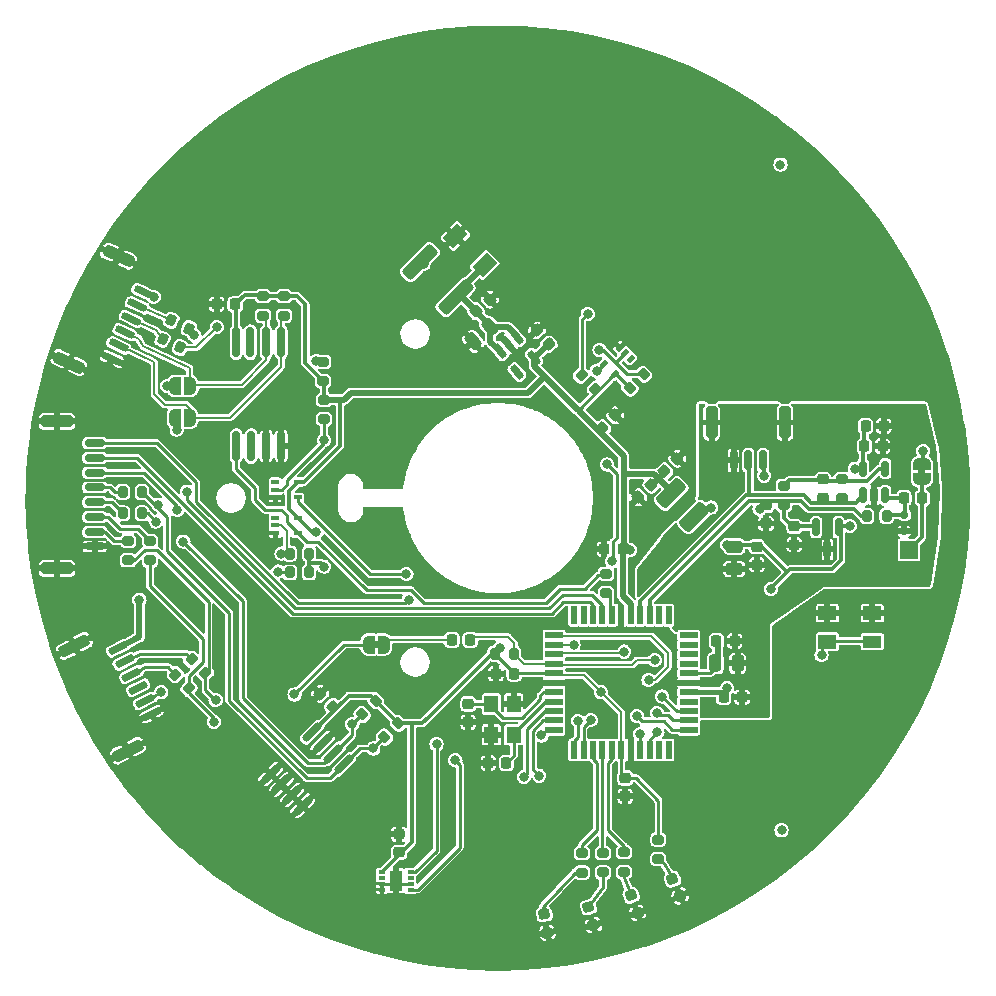
<source format=gbr>
%TF.GenerationSoftware,KiCad,Pcbnew,7.0.5.1-1-g8f565ef7f0-dirty-deb11*%
%TF.CreationDate,2023-07-04T07:03:59+00:00*%
%TF.ProjectId,USTTHUNDERMILLPCB01,55535454-4855-44e4-9445-524d494c4c50,rev?*%
%TF.SameCoordinates,Original*%
%TF.FileFunction,Copper,L1,Top*%
%TF.FilePolarity,Positive*%
%FSLAX46Y46*%
G04 Gerber Fmt 4.6, Leading zero omitted, Abs format (unit mm)*
G04 Created by KiCad (PCBNEW 7.0.5.1-1-g8f565ef7f0-dirty-deb11) date 2023-07-04 07:03:59*
%MOMM*%
%LPD*%
G01*
G04 APERTURE LIST*
G04 Aperture macros list*
%AMRoundRect*
0 Rectangle with rounded corners*
0 $1 Rounding radius*
0 $2 $3 $4 $5 $6 $7 $8 $9 X,Y pos of 4 corners*
0 Add a 4 corners polygon primitive as box body*
4,1,4,$2,$3,$4,$5,$6,$7,$8,$9,$2,$3,0*
0 Add four circle primitives for the rounded corners*
1,1,$1+$1,$2,$3*
1,1,$1+$1,$4,$5*
1,1,$1+$1,$6,$7*
1,1,$1+$1,$8,$9*
0 Add four rect primitives between the rounded corners*
20,1,$1+$1,$2,$3,$4,$5,0*
20,1,$1+$1,$4,$5,$6,$7,0*
20,1,$1+$1,$6,$7,$8,$9,0*
20,1,$1+$1,$8,$9,$2,$3,0*%
%AMRotRect*
0 Rectangle, with rotation*
0 The origin of the aperture is its center*
0 $1 length*
0 $2 width*
0 $3 Rotation angle, in degrees counterclockwise*
0 Add horizontal line*
21,1,$1,$2,0,0,$3*%
%AMFreePoly0*
4,1,19,0.500000,-0.750000,0.000000,-0.750000,0.000000,-0.744911,-0.071157,-0.744911,-0.207708,-0.704816,-0.327430,-0.627875,-0.420627,-0.520320,-0.479746,-0.390866,-0.500000,-0.250000,-0.500000,0.250000,-0.479746,0.390866,-0.420627,0.520320,-0.327430,0.627875,-0.207708,0.704816,-0.071157,0.744911,0.000000,0.744911,0.000000,0.750000,0.500000,0.750000,0.500000,-0.750000,0.500000,-0.750000,
$1*%
%AMFreePoly1*
4,1,19,0.000000,0.744911,0.071157,0.744911,0.207708,0.704816,0.327430,0.627875,0.420627,0.520320,0.479746,0.390866,0.500000,0.250000,0.500000,-0.250000,0.479746,-0.390866,0.420627,-0.520320,0.327430,-0.627875,0.207708,-0.704816,0.071157,-0.744911,0.000000,-0.744911,0.000000,-0.750000,-0.500000,-0.750000,-0.500000,0.750000,0.000000,0.750000,0.000000,0.744911,0.000000,0.744911,
$1*%
G04 Aperture macros list end*
%TA.AperFunction,SMDPad,CuDef*%
%ADD10C,0.500000*%
%TD*%
%TA.AperFunction,SMDPad,CuDef*%
%ADD11O,0.700000X2.600000*%
%TD*%
%TA.AperFunction,SMDPad,CuDef*%
%ADD12RoundRect,0.200000X0.275000X-0.200000X0.275000X0.200000X-0.275000X0.200000X-0.275000X-0.200000X0*%
%TD*%
%TA.AperFunction,SMDPad,CuDef*%
%ADD13RoundRect,0.200000X-0.275000X0.200000X-0.275000X-0.200000X0.275000X-0.200000X0.275000X0.200000X0*%
%TD*%
%TA.AperFunction,SMDPad,CuDef*%
%ADD14RoundRect,0.200000X0.335876X0.053033X0.053033X0.335876X-0.335876X-0.053033X-0.053033X-0.335876X0*%
%TD*%
%TA.AperFunction,ComponentPad*%
%ADD15R,1.524000X1.524000*%
%TD*%
%TA.AperFunction,SMDPad,CuDef*%
%ADD16RoundRect,0.225000X0.017678X-0.335876X0.335876X-0.017678X-0.017678X0.335876X-0.335876X0.017678X0*%
%TD*%
%TA.AperFunction,SMDPad,CuDef*%
%ADD17RoundRect,0.250000X-0.113813X0.524568X-0.496835X0.203174X0.113813X-0.524568X0.496835X-0.203174X0*%
%TD*%
%TA.AperFunction,SMDPad,CuDef*%
%ADD18RoundRect,0.218750X0.304135X-0.144974X0.190902X0.277619X-0.304135X0.144974X-0.190902X-0.277619X0*%
%TD*%
%TA.AperFunction,SMDPad,CuDef*%
%ADD19RoundRect,0.218750X0.324689X-0.089959X0.139794X0.306551X-0.324689X0.089959X-0.139794X-0.306551X0*%
%TD*%
%TA.AperFunction,SMDPad,CuDef*%
%ADD20RoundRect,0.200000X-0.200000X-0.275000X0.200000X-0.275000X0.200000X0.275000X-0.200000X0.275000X0*%
%TD*%
%TA.AperFunction,SMDPad,CuDef*%
%ADD21RoundRect,0.218750X0.290343X-0.170929X0.214371X0.259924X-0.290343X0.170929X-0.214371X-0.259924X0*%
%TD*%
%TA.AperFunction,SMDPad,CuDef*%
%ADD22RoundRect,0.200000X0.200000X0.275000X-0.200000X0.275000X-0.200000X-0.275000X0.200000X-0.275000X0*%
%TD*%
%TA.AperFunction,SMDPad,CuDef*%
%ADD23RoundRect,0.200000X0.297482X0.164711X-0.065042X0.333758X-0.297482X-0.164711X0.065042X-0.333758X0*%
%TD*%
%TA.AperFunction,SMDPad,CuDef*%
%ADD24RoundRect,0.225000X-0.250000X0.225000X-0.250000X-0.225000X0.250000X-0.225000X0.250000X0.225000X0*%
%TD*%
%TA.AperFunction,SMDPad,CuDef*%
%ADD25RoundRect,0.250000X-0.475000X0.250000X-0.475000X-0.250000X0.475000X-0.250000X0.475000X0.250000X0*%
%TD*%
%TA.AperFunction,SMDPad,CuDef*%
%ADD26RoundRect,0.250000X-0.250000X-0.475000X0.250000X-0.475000X0.250000X0.475000X-0.250000X0.475000X0*%
%TD*%
%TA.AperFunction,SMDPad,CuDef*%
%ADD27RoundRect,0.150000X-0.477297X-0.689429X0.689429X0.477297X0.477297X0.689429X-0.689429X-0.477297X0*%
%TD*%
%TA.AperFunction,SMDPad,CuDef*%
%ADD28RoundRect,0.150000X-0.571023X0.431779X-0.697808X0.159887X0.571023X-0.431779X0.697808X-0.159887X0*%
%TD*%
%TA.AperFunction,SMDPad,CuDef*%
%ADD29RoundRect,0.250000X-0.891284X0.691457X-1.102593X0.238303X0.891284X-0.691457X1.102593X-0.238303X0*%
%TD*%
%TA.AperFunction,SMDPad,CuDef*%
%ADD30RoundRect,0.225000X0.225000X0.250000X-0.225000X0.250000X-0.225000X-0.250000X0.225000X-0.250000X0*%
%TD*%
%TA.AperFunction,SMDPad,CuDef*%
%ADD31FreePoly0,180.000000*%
%TD*%
%TA.AperFunction,SMDPad,CuDef*%
%ADD32FreePoly1,180.000000*%
%TD*%
%TA.AperFunction,SMDPad,CuDef*%
%ADD33R,0.650000X0.400000*%
%TD*%
%TA.AperFunction,SMDPad,CuDef*%
%ADD34RotRect,1.300000X1.700000X135.000000*%
%TD*%
%TA.AperFunction,SMDPad,CuDef*%
%ADD35RoundRect,0.250000X-1.025305X-0.494975X-0.494975X-1.025305X1.025305X0.494975X0.494975X1.025305X0*%
%TD*%
%TA.AperFunction,SMDPad,CuDef*%
%ADD36RoundRect,0.225000X0.336138X-0.011663X0.046884X0.333057X-0.336138X0.011663X-0.046884X-0.333057X0*%
%TD*%
%TA.AperFunction,SMDPad,CuDef*%
%ADD37RoundRect,0.150000X-0.444335X0.296180X0.214522X-0.489016X0.444335X-0.296180X-0.214522X0.489016X0*%
%TD*%
%TA.AperFunction,SMDPad,CuDef*%
%ADD38RoundRect,0.150000X-0.150000X0.587500X-0.150000X-0.587500X0.150000X-0.587500X0.150000X0.587500X0*%
%TD*%
%TA.AperFunction,SMDPad,CuDef*%
%ADD39RoundRect,0.225000X-0.225000X-0.250000X0.225000X-0.250000X0.225000X0.250000X-0.225000X0.250000X0*%
%TD*%
%TA.AperFunction,SMDPad,CuDef*%
%ADD40R,1.550000X1.150000*%
%TD*%
%TA.AperFunction,SMDPad,CuDef*%
%ADD41R,1.550000X1.050000*%
%TD*%
%TA.AperFunction,SMDPad,CuDef*%
%ADD42R,1.500000X0.550000*%
%TD*%
%TA.AperFunction,SMDPad,CuDef*%
%ADD43R,0.550000X1.500000*%
%TD*%
%TA.AperFunction,SMDPad,CuDef*%
%ADD44RoundRect,0.150000X0.200000X-0.150000X0.200000X0.150000X-0.200000X0.150000X-0.200000X-0.150000X0*%
%TD*%
%TA.AperFunction,SMDPad,CuDef*%
%ADD45RoundRect,0.200000X-0.053033X0.335876X-0.335876X0.053033X0.053033X-0.335876X0.335876X-0.053033X0*%
%TD*%
%TA.AperFunction,SMDPad,CuDef*%
%ADD46RoundRect,0.225000X0.250000X-0.225000X0.250000X0.225000X-0.250000X0.225000X-0.250000X-0.225000X0*%
%TD*%
%TA.AperFunction,SMDPad,CuDef*%
%ADD47RoundRect,0.150000X-0.691803X-0.184142X-0.555606X-0.451444X0.691803X0.184142X0.555606X0.451444X0*%
%TD*%
%TA.AperFunction,SMDPad,CuDef*%
%ADD48RoundRect,0.250000X-1.093605X-0.276638X-0.866610X-0.722141X1.093605X0.276638X0.866610X0.722141X0*%
%TD*%
%TA.AperFunction,SMDPad,CuDef*%
%ADD49RoundRect,0.150000X0.150000X-0.512500X0.150000X0.512500X-0.150000X0.512500X-0.150000X-0.512500X0*%
%TD*%
%TA.AperFunction,SMDPad,CuDef*%
%ADD50RoundRect,0.200000X0.053033X-0.335876X0.335876X-0.053033X-0.053033X0.335876X-0.335876X0.053033X0*%
%TD*%
%TA.AperFunction,SMDPad,CuDef*%
%ADD51R,1.200000X1.400000*%
%TD*%
%TA.AperFunction,SMDPad,CuDef*%
%ADD52RoundRect,0.150000X0.150000X0.700000X-0.150000X0.700000X-0.150000X-0.700000X0.150000X-0.700000X0*%
%TD*%
%TA.AperFunction,SMDPad,CuDef*%
%ADD53RoundRect,0.250000X0.250000X1.100000X-0.250000X1.100000X-0.250000X-1.100000X0.250000X-1.100000X0*%
%TD*%
%TA.AperFunction,SMDPad,CuDef*%
%ADD54FreePoly0,270.000000*%
%TD*%
%TA.AperFunction,SMDPad,CuDef*%
%ADD55FreePoly1,270.000000*%
%TD*%
%TA.AperFunction,SMDPad,CuDef*%
%ADD56RoundRect,0.225000X0.335876X0.017678X0.017678X0.335876X-0.335876X-0.017678X-0.017678X-0.335876X0*%
%TD*%
%TA.AperFunction,SMDPad,CuDef*%
%ADD57RoundRect,0.250000X-1.246276X-0.804334X-0.804334X-1.246276X1.246276X0.804334X0.804334X1.246276X0*%
%TD*%
%TA.AperFunction,SMDPad,CuDef*%
%ADD58RotRect,0.650000X0.400000X225.000000*%
%TD*%
%TA.AperFunction,SMDPad,CuDef*%
%ADD59RoundRect,0.225000X-0.011663X-0.336138X0.333057X-0.046884X0.011663X0.336138X-0.333057X0.046884X0*%
%TD*%
%TA.AperFunction,SMDPad,CuDef*%
%ADD60R,0.600000X0.300000*%
%TD*%
%TA.AperFunction,SMDPad,CuDef*%
%ADD61R,1.000000X1.700000*%
%TD*%
%TA.AperFunction,SMDPad,CuDef*%
%ADD62RoundRect,0.225000X-0.017678X0.335876X-0.335876X0.017678X0.017678X-0.335876X0.335876X-0.017678X0*%
%TD*%
%TA.AperFunction,SMDPad,CuDef*%
%ADD63RoundRect,0.150000X-0.700000X0.150000X-0.700000X-0.150000X0.700000X-0.150000X0.700000X0.150000X0*%
%TD*%
%TA.AperFunction,SMDPad,CuDef*%
%ADD64RoundRect,0.250000X-1.100000X0.250000X-1.100000X-0.250000X1.100000X-0.250000X1.100000X0.250000X0*%
%TD*%
%TA.AperFunction,SMDPad,CuDef*%
%ADD65RoundRect,0.218750X0.315613X-0.117915X0.165979X0.293200X-0.315613X0.117915X-0.165979X-0.293200X0*%
%TD*%
%TA.AperFunction,ViaPad*%
%ADD66C,0.800000*%
%TD*%
%TA.AperFunction,Conductor*%
%ADD67C,0.300000*%
%TD*%
%TA.AperFunction,Conductor*%
%ADD68C,0.500000*%
%TD*%
%TA.AperFunction,Conductor*%
%ADD69C,0.250000*%
%TD*%
%TA.AperFunction,Conductor*%
%ADD70C,0.200000*%
%TD*%
%TA.AperFunction,Conductor*%
%ADD71C,0.400000*%
%TD*%
G04 APERTURE END LIST*
%TA.AperFunction,EtchedComponent*%
%TO.C,JP4*%
G36*
X17550000Y-15900000D02*
G01*
X16550000Y-15900000D01*
X16550000Y-15400000D01*
X17550000Y-15400000D01*
X17550000Y-15900000D01*
G37*
%TD.AperFunction*%
%TA.AperFunction,EtchedComponent*%
%TO.C,JP1*%
G36*
X-10050000Y-12700000D02*
G01*
X-10550000Y-12700000D01*
X-10550000Y-12100000D01*
X-10050000Y-12100000D01*
X-10050000Y-12700000D01*
G37*
%TD.AperFunction*%
%TA.AperFunction,EtchedComponent*%
%TO.C,JP5*%
G36*
X36200000Y2000000D02*
G01*
X35600000Y2000000D01*
X35600000Y2500000D01*
X36200000Y2500000D01*
X36200000Y2000000D01*
G37*
%TD.AperFunction*%
%TD*%
D10*
%TO.P,JP4,1,1*%
%TO.N,GND*%
X16550000Y-15650000D03*
%TO.P,JP4,2,2*%
%TO.N,GNDA*%
X17550000Y-15650000D03*
%TD*%
D11*
%TO.P,U4,1,OSCI*%
%TO.N,COUNT_1*%
X-22170000Y4400000D03*
%TO.P,U4,2,OSCO*%
%TO.N,unconnected-(U4-OSCO-Pad2)*%
X-20900000Y4400000D03*
%TO.P,U4,3,A0*%
%TO.N,GND*%
X-19630000Y4400000D03*
%TO.P,U4,4,VSS*%
X-18355000Y4400000D03*
%TO.P,U4,5,SDA*%
%TO.N,SDA_RPM*%
X-18360000Y13200000D03*
%TO.P,U4,6,SCL*%
%TO.N,SCL_RPM*%
X-19630000Y13200000D03*
%TO.P,U4,7,#INT*%
%TO.N,unconnected-(U4-#INT-Pad7)*%
X-20965000Y13200000D03*
%TO.P,U4,8,VDD*%
%TO.N,+3V3*%
X-22170000Y13200000D03*
%TD*%
D12*
%TO.P,R5,1*%
%TO.N,Net-(D3-A)*%
X8884000Y-31695400D03*
%TO.P,R5,2*%
%TO.N,/CPU/LED_2*%
X8884000Y-30045400D03*
%TD*%
D13*
%TO.P,R26,1*%
%TO.N,COUNT_1*%
X9150000Y-6400000D03*
%TO.P,R26,2*%
%TO.N,Net-(U8-(PCINT8{slash}T0{slash}XCK)PB0)*%
X9150000Y-8050000D03*
%TD*%
D14*
%TO.P,R16,1*%
%TO.N,/CPU/RX0*%
X-24771000Y-14815000D03*
%TO.P,R16,2*%
%TO.N,Net-(J6-Pad2)*%
X-25937726Y-13648274D03*
%TD*%
D15*
%TO.P,J3,1*%
%TO.N,Net-(JP5-B)*%
X34800000Y-4400000D03*
%TD*%
D16*
%TO.P,C14,1*%
%TO.N,+3V3*%
X14101992Y2251992D03*
%TO.P,C14,2*%
%TO.N,GND*%
X15198008Y3348008D03*
%TD*%
D17*
%TO.P,C6,1*%
%TO.N,Net-(D2-K)*%
X-638094Y14482552D03*
%TO.P,C6,2*%
%TO.N,GND*%
X-2093578Y13261256D03*
%TD*%
D18*
%TO.P,D3,1,K*%
%TO.N,GND*%
X8071820Y-36149667D03*
%TO.P,D3,2,A*%
%TO.N,Net-(D3-A)*%
X7664180Y-34628333D03*
%TD*%
D12*
%TO.P,R21,1*%
%TO.N,Net-(D6-A)*%
X13583000Y-30562000D03*
%TO.P,R21,2*%
%TO.N,+3V3*%
X13583000Y-28912000D03*
%TD*%
%TO.P,R9,1*%
%TO.N,+3V3*%
X-14800000Y9900000D03*
%TO.P,R9,2*%
%TO.N,Net-(R9-Pad2)*%
X-14800000Y11550000D03*
%TD*%
D19*
%TO.P,D6,1,K*%
%TO.N,GND*%
X15439812Y-33689717D03*
%TO.P,D6,2,A*%
%TO.N,Net-(D6-A)*%
X14774188Y-32262283D03*
%TD*%
D13*
%TO.P,R3,1*%
%TO.N,Net-(U2--)*%
X29100000Y1625000D03*
%TO.P,R3,2*%
%TO.N,PA0*%
X29100000Y-25000D03*
%TD*%
D20*
%TO.P,R1,1*%
%TO.N,PA1*%
X31250000Y-1500000D03*
%TO.P,R1,2*%
%TO.N,Net-(D1-A1)*%
X32900000Y-1500000D03*
%TD*%
D21*
%TO.P,D4,1,K*%
%TO.N,GND*%
X4194748Y-36799536D03*
%TO.P,D4,2,A*%
%TO.N,Net-(D4-A)*%
X3921252Y-35248464D03*
%TD*%
D22*
%TO.P,R8,1*%
%TO.N,+3V3*%
X-15975000Y-6300000D03*
%TO.P,R8,2*%
%TO.N,Net-(R8-Pad2)*%
X-17625000Y-6300000D03*
%TD*%
D23*
%TO.P,R24,1*%
%TO.N,/CPU/RX1*%
X-26154592Y14352680D03*
%TO.P,R24,2*%
%TO.N,Net-(J1-Pad2)*%
X-27650000Y15050000D03*
%TD*%
D24*
%TO.P,C10,1*%
%TO.N,+3.3VA*%
X21900000Y-4100000D03*
%TO.P,C10,2*%
%TO.N,GNDA*%
X21900000Y-5650000D03*
%TD*%
D25*
%TO.P,C9,1*%
%TO.N,+3.3VA*%
X20000000Y-4100000D03*
%TO.P,C9,2*%
%TO.N,GNDA*%
X20000000Y-6000000D03*
%TD*%
D26*
%TO.P,C21,1*%
%TO.N,Net-(U8-AREF)*%
X18400000Y-14000000D03*
%TO.P,C21,2*%
%TO.N,GNDA*%
X20300000Y-14000000D03*
%TD*%
D27*
%TO.P,U9,1,A0*%
%TO.N,GND*%
X-19232128Y-23346051D03*
%TO.P,U9,2,A1*%
X-18334102Y-24244076D03*
%TO.P,U9,3,A2*%
X-17436076Y-25142102D03*
%TO.P,U9,4,GND*%
X-16538051Y-26040128D03*
%TO.P,U9,5,SDA*%
%TO.N,/CPU/PC1*%
X-13037872Y-22539949D03*
%TO.P,U9,6,SCL*%
%TO.N,/CPU/PC0*%
X-13935898Y-21641924D03*
%TO.P,U9,7,WP*%
%TO.N,GND*%
X-14833924Y-20743898D03*
%TO.P,U9,8,VCC*%
%TO.N,+3V3*%
X-15731949Y-19845872D03*
%TD*%
D14*
%TO.P,R27,1*%
%TO.N,+3V3*%
X8250000Y9250000D03*
%TO.P,R27,2*%
%TO.N,Net-(R27-Pad2)*%
X7083274Y10416726D03*
%TD*%
D13*
%TO.P,R7,1*%
%TO.N,+3V3*%
X-18100000Y17100000D03*
%TO.P,R7,2*%
%TO.N,SDA_RPM*%
X-18100000Y15450000D03*
%TD*%
D28*
%TO.P,J1,1*%
%TO.N,+5V*%
X-30002649Y17450368D03*
%TO.P,J1,2*%
%TO.N,Net-(J1-Pad2)*%
X-30530921Y16317483D03*
%TO.P,J1,3*%
%TO.N,Net-(J1-Pad3)*%
X-31059194Y15184599D03*
%TO.P,J1,4*%
%TO.N,SCL_RPM*%
X-31587467Y14051714D03*
%TO.P,J1,5*%
%TO.N,SDA_RPM*%
X-32115740Y12918829D03*
%TO.P,J1,6*%
%TO.N,GND*%
X-32644013Y11785944D03*
D29*
%TO.P,J1,MP*%
X-32120990Y20479416D03*
X-36326041Y11461653D03*
%TD*%
D30*
%TO.P,C19,1*%
%TO.N,+3V3*%
X10550000Y-4300000D03*
%TO.P,C19,2*%
%TO.N,GND*%
X9000000Y-4300000D03*
%TD*%
D31*
%TO.P,JP3,1,A*%
%TO.N,SDA_RPM*%
X-26050000Y6800000D03*
D32*
%TO.P,JP3,2,B*%
%TO.N,/CPU/PC1*%
X-27350000Y6800000D03*
%TD*%
D33*
%TO.P,U10,1*%
%TO.N,N/C*%
X-18850000Y-1650000D03*
%TO.P,U10,2*%
%TO.N,Net-(R10-Pad2)*%
X-18850000Y-2300000D03*
%TO.P,U10,3,GND*%
%TO.N,GND*%
X-18850000Y-2950000D03*
%TO.P,U10,4*%
%TO.N,COUNT_1*%
X-16950000Y-2950000D03*
%TO.P,U10,5,VCC*%
%TO.N,+3V3*%
X-16950000Y-1650000D03*
%TD*%
D30*
%TO.P,C17,1*%
%TO.N,Net-(U8-XTAL1)*%
X725000Y-22420000D03*
%TO.P,C17,2*%
%TO.N,GND*%
X-825000Y-22420000D03*
%TD*%
D34*
%TO.P,D2,1,K*%
%TO.N,Net-(D2-K)*%
X-1125126Y19725126D03*
%TO.P,D2,2,A*%
%TO.N,GND*%
X-3600000Y22200000D03*
%TD*%
D24*
%TO.P,C15,1*%
%TO.N,Net-(U8-XTAL2)*%
X-2500000Y-17425000D03*
%TO.P,C15,2*%
%TO.N,GND*%
X-2500000Y-18975000D03*
%TD*%
D35*
%TO.P,L1,1,1*%
%TO.N,+3V3*%
X14660051Y389949D03*
%TO.P,L1,2,2*%
%TO.N,+3.3VA*%
X16639949Y-1589949D03*
%TD*%
D31*
%TO.P,JP2,1,A*%
%TO.N,SCL_RPM*%
X-26050000Y9500000D03*
D32*
%TO.P,JP2,2,B*%
%TO.N,/CPU/PC0*%
X-27350000Y9500000D03*
%TD*%
D36*
%TO.P,C8,1*%
%TO.N,+3V3*%
X4298160Y13006316D03*
%TO.P,C8,2*%
%TO.N,GND*%
X3301840Y14193684D03*
%TD*%
D22*
%TO.P,R19,1*%
%TO.N,/CPU/PC1*%
X-30125000Y500000D03*
%TO.P,R19,2*%
%TO.N,Net-(J5-Pad4)*%
X-31775000Y500000D03*
%TD*%
D37*
%TO.P,U3,1,VIN*%
%TO.N,Net-(D2-K)*%
X1596571Y13632024D03*
%TO.P,U3,2,GND*%
%TO.N,GND*%
X868829Y13021376D03*
%TO.P,U3,3,EN*%
%TO.N,Net-(D2-K)*%
X141087Y12410727D03*
%TO.P,U3,4,NC*%
%TO.N,unconnected-(U3-NC-Pad4)*%
X1603429Y10667976D03*
%TO.P,U3,5,VOUT*%
%TO.N,+3V3*%
X3058913Y11889273D03*
%TD*%
D38*
%TO.P,U1,1,Vin*%
%TO.N,+3.3VA*%
X28850000Y-2462500D03*
%TO.P,U1,2,Vout*%
%TO.N,PA1*%
X26950000Y-2462500D03*
%TO.P,U1,3,GND*%
%TO.N,GNDA*%
X27900000Y-4337500D03*
%TD*%
D22*
%TO.P,R10,1*%
%TO.N,+3V3*%
X-15975000Y-4700000D03*
%TO.P,R10,2*%
%TO.N,Net-(R10-Pad2)*%
X-17625000Y-4700000D03*
%TD*%
D39*
%TO.P,C26,1*%
%TO.N,+3.3VA*%
X31025000Y4400000D03*
%TO.P,C26,2*%
%TO.N,GNDA*%
X32575000Y4400000D03*
%TD*%
D24*
%TO.P,C18,1*%
%TO.N,+3V3*%
X10789000Y-23692000D03*
%TO.P,C18,2*%
%TO.N,GND*%
X10789000Y-25242000D03*
%TD*%
D31*
%TO.P,JP1,1,A*%
%TO.N,Net-(JP1-A)*%
X-9650000Y-12400000D03*
D32*
%TO.P,JP1,2,B*%
%TO.N,Net-(JP1-B)*%
X-10950000Y-12400000D03*
%TD*%
D40*
%TO.P,SW1,1,1*%
%TO.N,GND*%
X27900000Y-9750000D03*
X31700000Y-9750000D03*
%TO.P,SW1,2,2*%
%TO.N,/CPU/BTN*%
X27900000Y-12150000D03*
D41*
X31700000Y-12150000D03*
%TD*%
D33*
%TO.P,U11,1*%
%TO.N,N/C*%
X-18850000Y1350000D03*
%TO.P,U11,2*%
%TO.N,Net-(R11-Pad2)*%
X-18850000Y700000D03*
%TO.P,U11,3,GND*%
%TO.N,GND*%
X-18850000Y50000D03*
%TO.P,U11,4*%
%TO.N,COUNT_2*%
X-16950000Y50000D03*
%TO.P,U11,5,VCC*%
%TO.N,+3V3*%
X-16950000Y1350000D03*
%TD*%
D42*
%TO.P,U8,1,(PCINT13/MOSI)PB5*%
%TO.N,/CPU/PB5*%
X4750800Y-11630000D03*
%TO.P,U8,2,(PCINT14/MISO)PB6*%
%TO.N,/CPU/PB6*%
X4750800Y-12430000D03*
%TO.P,U8,3,(PCINT15/SCK)PB7*%
%TO.N,/CPU/PB7*%
X4750800Y-13230000D03*
%TO.P,U8,4,~{RESET}*%
%TO.N,/CPU/RST#_P*%
X4750800Y-14030000D03*
%TO.P,U8,5,VCC*%
%TO.N,+3V3*%
X4750800Y-14830000D03*
%TO.P,U8,6,GND*%
%TO.N,GND*%
X4750800Y-15630000D03*
%TO.P,U8,7,XTAL2*%
%TO.N,Net-(U8-XTAL2)*%
X4750800Y-16430000D03*
%TO.P,U8,8,XTAL1*%
%TO.N,Net-(U8-XTAL1)*%
X4750800Y-17230000D03*
%TO.P,U8,9,(PCINT24/RXD0)PD0*%
%TO.N,/CPU/RX0*%
X4750800Y-18030000D03*
%TO.P,U8,10,(PCINT25/TXD0)PD1*%
%TO.N,/CPU/TX0*%
X4750800Y-18830000D03*
%TO.P,U8,11,(PCINT26/RXD1/INT0)PD2*%
%TO.N,/CPU/RX1*%
X4750800Y-19630000D03*
D43*
%TO.P,U8,12,(PCINT27/TXD1/INT1)PD3*%
%TO.N,/CPU/TX1*%
X6450800Y-21330000D03*
%TO.P,U8,13,(PCINT28/XCK1/OC1B)PD4*%
%TO.N,/CPU/TIMEPULSE*%
X7250800Y-21330000D03*
%TO.P,U8,14,(PCINT294/OC1A)PD5*%
%TO.N,/CPU/LED_1*%
X8050800Y-21330000D03*
%TO.P,U8,15,(PCINT30/OC2B/ICP)PD6*%
%TO.N,/CPU/LED_2*%
X8850800Y-21330000D03*
%TO.P,U8,16,(PCINT31/OC2A)PD7*%
%TO.N,/CPU/LED_3*%
X9650800Y-21330000D03*
%TO.P,U8,17,VCC*%
%TO.N,+3V3*%
X10450800Y-21330000D03*
%TO.P,U8,18,GND*%
%TO.N,GND*%
X11250800Y-21330000D03*
%TO.P,U8,19,(PCINT16/SCL)PC0*%
%TO.N,/CPU/PC0*%
X12050800Y-21330000D03*
%TO.P,U8,20,(PCINT17/SDA)PC1*%
%TO.N,/CPU/PC1*%
X12850800Y-21330000D03*
%TO.P,U8,21,(PCINT18/TCK)PC2*%
%TO.N,unconnected-(U8-(PCINT18{slash}TCK)PC2-Pad21)*%
X13650800Y-21330000D03*
%TO.P,U8,22,(PCINT19/TMS)PC3*%
%TO.N,unconnected-(U8-(PCINT19{slash}TMS)PC3-Pad22)*%
X14450800Y-21330000D03*
D42*
%TO.P,U8,23,(PCINT20/TDO)PC4*%
%TO.N,COUNT_2*%
X16150800Y-19630000D03*
%TO.P,U8,24,(PCINT21/TDI)PC5*%
%TO.N,/CPU/BTN*%
X16150800Y-18830000D03*
%TO.P,U8,25,(PCINT22/TOSC1)PC6*%
%TO.N,COUNT_3*%
X16150800Y-18030000D03*
%TO.P,U8,26,(PCINT23/TOSC2)PC7*%
%TO.N,unconnected-(U8-(PCINT23{slash}TOSC2)PC7-Pad26)*%
X16150800Y-17230000D03*
%TO.P,U8,27,AVCC*%
%TO.N,+3.3VA*%
X16150800Y-16430000D03*
%TO.P,U8,28,GND*%
%TO.N,GND*%
X16150800Y-15630000D03*
%TO.P,U8,29,AREF*%
%TO.N,Net-(U8-AREF)*%
X16150800Y-14830000D03*
%TO.P,U8,30,(PCINT7/ADC7)PA7*%
%TO.N,unconnected-(U8-(PCINT7{slash}ADC7)PA7-Pad30)*%
X16150800Y-14030000D03*
%TO.P,U8,31,(PCINT6/ADC6)PA6*%
%TO.N,unconnected-(U8-(PCINT6{slash}ADC6)PA6-Pad31)*%
X16150800Y-13230000D03*
%TO.P,U8,32,(PCINT5/ADC5)PA5*%
%TO.N,unconnected-(U8-(PCINT5{slash}ADC5)PA5-Pad32)*%
X16150800Y-12430000D03*
%TO.P,U8,33,(PCINT4/ADC4)PA4*%
%TO.N,unconnected-(U8-(PCINT4{slash}ADC4)PA4-Pad33)*%
X16150800Y-11630000D03*
D43*
%TO.P,U8,34,(PCINT3/ADC3)PA3*%
%TO.N,unconnected-(U8-(PCINT3{slash}ADC3)PA3-Pad34)*%
X14450800Y-9930000D03*
%TO.P,U8,35,(PCINT2/ADC2)PA2*%
%TO.N,unconnected-(U8-(PCINT2{slash}ADC2)PA2-Pad35)*%
X13650800Y-9930000D03*
%TO.P,U8,36,(PCINT1/ADC1)PA1*%
%TO.N,PA1*%
X12850800Y-9930000D03*
%TO.P,U8,37,(PCINT0/ADC0)PA0*%
%TO.N,PA0*%
X12050800Y-9930000D03*
%TO.P,U8,38,VCC*%
%TO.N,+3V3*%
X11250800Y-9930000D03*
%TO.P,U8,39,GND*%
%TO.N,GND*%
X10450800Y-9930000D03*
%TO.P,U8,40,(PCINT8/T0/XCK)PB0*%
%TO.N,Net-(U8-(PCINT8{slash}T0{slash}XCK)PB0)*%
X9650800Y-9930000D03*
%TO.P,U8,41,(PCINT9/CLKO/T1)PB1*%
%TO.N,/CPU/GEO_STAT*%
X8850800Y-9930000D03*
%TO.P,U8,42,(PCINT10/AIN0/INT2)PB2*%
%TO.N,/CPU/EXTINT*%
X8050800Y-9930000D03*
%TO.P,U8,43,(PCINT11/AIN1/OC0)PB3*%
%TO.N,unconnected-(U8-(PCINT11{slash}AIN1{slash}OC0)PB3-Pad43)*%
X7250800Y-9930000D03*
%TO.P,U8,44,(PCINT12/OC0B/~{SS})PB4*%
%TO.N,unconnected-(U8-(PCINT12{slash}OC0B{slash}~{SS})PB4-Pad44)*%
X6450800Y-9930000D03*
%TD*%
D44*
%TO.P,D1,1,A1*%
%TO.N,Net-(D1-A1)*%
X34400000Y-1400000D03*
%TO.P,D1,2,A2*%
%TO.N,GNDA*%
X34400000Y-2800000D03*
%TD*%
D24*
%TO.P,C4,1*%
%TO.N,Net-(U2--)*%
X27500000Y1575000D03*
%TO.P,C4,2*%
%TO.N,PA0*%
X27500000Y25000D03*
%TD*%
D45*
%TO.P,R13,1*%
%TO.N,+3V3*%
X-10344637Y-17152637D03*
%TO.P,R13,2*%
%TO.N,/CPU/PC0*%
X-11511363Y-18319363D03*
%TD*%
D13*
%TO.P,R6,1*%
%TO.N,+3V3*%
X-19878000Y17100000D03*
%TO.P,R6,2*%
%TO.N,SCL_RPM*%
X-19878000Y15450000D03*
%TD*%
D39*
%TO.P,C16,1*%
%TO.N,+3.3VA*%
X19125000Y-16875000D03*
%TO.P,C16,2*%
%TO.N,GNDA*%
X20675000Y-16875000D03*
%TD*%
D46*
%TO.P,C3,1*%
%TO.N,GNDA*%
X22700000Y-2150000D03*
%TO.P,C3,2*%
%TO.N,PA1*%
X22700000Y-600000D03*
%TD*%
D47*
%TO.P,J6,1*%
%TO.N,+5V*%
X-32161358Y-12714722D03*
%TO.P,J6,2*%
%TO.N,Net-(J6-Pad2)*%
X-31593870Y-13828480D03*
%TO.P,J6,3*%
%TO.N,Net-(J6-Pad3)*%
X-31026382Y-14942238D03*
%TO.P,J6,4*%
%TO.N,unconnected-(J6-Pad4)*%
X-30458894Y-16055997D03*
%TO.P,J6,5*%
%TO.N,Net-(JP1-B)*%
X-29891406Y-17169755D03*
%TO.P,J6,6*%
%TO.N,GND*%
X-29323918Y-18283513D03*
D48*
%TO.P,J6,MP*%
X-35852462Y-12519130D03*
X-31335256Y-21384645D03*
%TD*%
D45*
%TO.P,R12,1*%
%TO.N,+3V3*%
X-8439637Y-19057637D03*
%TO.P,R12,2*%
%TO.N,/CPU/PC1*%
X-9606363Y-20224363D03*
%TD*%
D39*
%TO.P,C23,1*%
%TO.N,Net-(U8-AREF)*%
X18500000Y-12100000D03*
%TO.P,C23,2*%
%TO.N,GNDA*%
X20050000Y-12100000D03*
%TD*%
D49*
%TO.P,U2,1*%
%TO.N,PA0*%
X30900000Y225000D03*
%TO.P,U2,2,V-*%
%TO.N,GNDA*%
X31850000Y225000D03*
%TO.P,U2,3,+*%
%TO.N,Net-(D1-A1)*%
X32800000Y225000D03*
%TO.P,U2,4,-*%
%TO.N,Net-(U2--)*%
X32800000Y2500000D03*
%TO.P,U2,5,V+*%
%TO.N,+3.3VA*%
X30900000Y2500000D03*
%TD*%
D50*
%TO.P,R28,1*%
%TO.N,+3V3*%
X11166637Y9316637D03*
%TO.P,R28,2*%
%TO.N,Net-(R28-Pad2)*%
X12333363Y10483363D03*
%TD*%
D51*
%TO.P,Y1,1,1*%
%TO.N,Net-(U8-XTAL2)*%
X-558400Y-17441400D03*
%TO.P,Y1,2,2*%
%TO.N,GND*%
X-558400Y-20041400D03*
%TO.P,Y1,3,3*%
%TO.N,Net-(U8-XTAL1)*%
X1341600Y-20041400D03*
%TO.P,Y1,4,4*%
%TO.N,GND*%
X1341600Y-17441400D03*
%TD*%
D30*
%TO.P,C22,1*%
%TO.N,+3V3*%
X-22250000Y16400000D03*
%TO.P,C22,2*%
%TO.N,GND*%
X-23800000Y16400000D03*
%TD*%
D52*
%TO.P,J2,1*%
%TO.N,PA1*%
X22450000Y3200000D03*
%TO.P,J2,2*%
%TO.N,PA0*%
X21200000Y3200000D03*
%TO.P,J2,3*%
%TO.N,GNDA*%
X19950000Y3200000D03*
D53*
%TO.P,J2,MP*%
X24300000Y6400000D03*
X18100000Y6400000D03*
%TD*%
D12*
%TO.P,R2,1*%
%TO.N,PA1*%
X24200000Y-600000D03*
%TO.P,R2,2*%
%TO.N,Net-(U2--)*%
X24200000Y1050000D03*
%TD*%
D24*
%TO.P,C1,1*%
%TO.N,PA1*%
X25100000Y-2400000D03*
%TO.P,C1,2*%
%TO.N,GNDA*%
X25100000Y-3950000D03*
%TD*%
D12*
%TO.P,R22,1*%
%TO.N,/CPU/TX0*%
X-29450000Y-5275000D03*
%TO.P,R22,2*%
%TO.N,Net-(J5-Pad6)*%
X-29450000Y-3625000D03*
%TD*%
%TO.P,R23,1*%
%TO.N,/CPU/RX0*%
X-31300000Y-5275000D03*
%TO.P,R23,2*%
%TO.N,Net-(J5-Pad7)*%
X-31300000Y-3625000D03*
%TD*%
D13*
%TO.P,R11,1*%
%TO.N,+3V3*%
X-14700000Y8325000D03*
%TO.P,R11,2*%
%TO.N,Net-(R11-Pad2)*%
X-14700000Y6675000D03*
%TD*%
D12*
%TO.P,R18,1*%
%TO.N,Net-(D5-A)*%
X10662000Y-31642000D03*
%TO.P,R18,2*%
%TO.N,/CPU/LED_3*%
X10662000Y-29992000D03*
%TD*%
D30*
%TO.P,C5,1*%
%TO.N,GNDA*%
X32675000Y6100000D03*
%TO.P,C5,2*%
%TO.N,+3.3VA*%
X31125000Y6100000D03*
%TD*%
%TO.P,C20,1*%
%TO.N,+3V3*%
X1375000Y-14870000D03*
%TO.P,C20,2*%
%TO.N,GND*%
X-175000Y-14870000D03*
%TD*%
D39*
%TO.P,C25,1*%
%TO.N,Net-(JP1-A)*%
X-3900000Y-12000000D03*
%TO.P,C25,2*%
%TO.N,/CPU/RST#_P*%
X-2350000Y-12000000D03*
%TD*%
D23*
%TO.P,R25,1*%
%TO.N,/CPU/TX1*%
X-26900000Y12750000D03*
%TO.P,R25,2*%
%TO.N,Net-(J1-Pad3)*%
X-28395408Y13447320D03*
%TD*%
D46*
%TO.P,C11,1*%
%TO.N,+3V3*%
X-8400000Y-30000000D03*
%TO.P,C11,2*%
%TO.N,GND*%
X-8400000Y-28450000D03*
%TD*%
D30*
%TO.P,C2,1*%
%TO.N,Net-(JP5-B)*%
X35925000Y0D03*
%TO.P,C2,2*%
%TO.N,Net-(D1-A1)*%
X34375000Y0D03*
%TD*%
D16*
%TO.P,C13,1*%
%TO.N,+3V3*%
X8850000Y5900000D03*
%TO.P,C13,2*%
%TO.N,GND*%
X9946016Y6996016D03*
%TD*%
D14*
%TO.P,R17,1*%
%TO.N,/CPU/TX0*%
X-26144274Y-16108726D03*
%TO.P,R17,2*%
%TO.N,Net-(J6-Pad3)*%
X-27311000Y-14942000D03*
%TD*%
D22*
%TO.P,R20,1*%
%TO.N,/CPU/PC0*%
X-30125000Y-1300000D03*
%TO.P,R20,2*%
%TO.N,Net-(J5-Pad5)*%
X-31775000Y-1300000D03*
%TD*%
D54*
%TO.P,JP5,1,A*%
%TO.N,STATOR*%
X35900000Y2900000D03*
D55*
%TO.P,JP5,2,B*%
%TO.N,Net-(JP5-B)*%
X35900000Y1600000D03*
%TD*%
D22*
%TO.P,R14,1*%
%TO.N,/CPU/RST#_P*%
X1365000Y-13170000D03*
%TO.P,R14,2*%
%TO.N,+3V3*%
X-285000Y-13170000D03*
%TD*%
D56*
%TO.P,C24,1*%
%TO.N,+3V3*%
X-13951992Y-17648008D03*
%TO.P,C24,2*%
%TO.N,GND*%
X-15048008Y-16551992D03*
%TD*%
D57*
%TO.P,F1,1*%
%TO.N,+5V*%
X-6611441Y20011441D03*
%TO.P,F1,2*%
%TO.N,Net-(D2-K)*%
X-3588559Y16988559D03*
%TD*%
D12*
%TO.P,R15,1*%
%TO.N,Net-(D4-A)*%
X7106000Y-31705000D03*
%TO.P,R15,2*%
%TO.N,/CPU/LED_1*%
X7106000Y-30055000D03*
%TD*%
D58*
%TO.P,U12,1*%
%TO.N,N/C*%
X11231371Y11812132D03*
%TO.P,U12,2*%
%TO.N,Net-(R28-Pad2)*%
X10771751Y12271751D03*
%TO.P,U12,3,GND*%
%TO.N,GND*%
X10312132Y12731371D03*
%TO.P,U12,4*%
%TO.N,COUNT_3*%
X8968629Y11387868D03*
%TO.P,U12,5,VCC*%
%TO.N,+3V3*%
X9887868Y10468629D03*
%TD*%
D59*
%TO.P,C7,1*%
%TO.N,Net-(D2-K)*%
X-1867856Y15816114D03*
%TO.P,C7,2*%
%TO.N,GND*%
X-680488Y16812434D03*
%TD*%
D60*
%TO.P,U7,1,SDA*%
%TO.N,/CPU/PC1*%
X-7400000Y-33150000D03*
%TO.P,U7,2,ADDR*%
%TO.N,GND*%
X-7400000Y-32650000D03*
%TO.P,U7,3,ALERT*%
%TO.N,unconnected-(U7-ALERT-Pad3)*%
X-7400000Y-32150000D03*
%TO.P,U7,4,SCL*%
%TO.N,/CPU/PC0*%
X-7400000Y-31650000D03*
%TO.P,U7,5,VDD*%
%TO.N,+3V3*%
X-9800000Y-31650000D03*
%TO.P,U7,6,nRESET*%
%TO.N,unconnected-(U7-nRESET-Pad6)*%
X-9800000Y-32150000D03*
%TO.P,U7,7,GND*%
%TO.N,GND*%
X-9800000Y-32650000D03*
%TO.P,U7,8,GND*%
X-9800000Y-33150000D03*
D61*
%TO.P,U7,9,GND*%
X-8600000Y-32400000D03*
%TD*%
D62*
%TO.P,C12,1*%
%TO.N,+3V3*%
X12998008Y1148008D03*
%TO.P,C12,2*%
%TO.N,GND*%
X11901992Y51992D03*
%TD*%
D63*
%TO.P,J5,1*%
%TO.N,/CPU/TIMEPULSE*%
X-34131516Y4651871D03*
%TO.P,J5,2*%
%TO.N,/CPU/EXTINT*%
X-34131516Y3401871D03*
%TO.P,J5,3*%
%TO.N,/CPU/GEO_STAT*%
X-34131516Y2151871D03*
%TO.P,J5,4*%
%TO.N,Net-(J5-Pad4)*%
X-34131516Y901871D03*
%TO.P,J5,5*%
%TO.N,Net-(J5-Pad5)*%
X-34131516Y-348129D03*
%TO.P,J5,6*%
%TO.N,Net-(J5-Pad6)*%
X-34131516Y-1598129D03*
%TO.P,J5,7*%
%TO.N,Net-(J5-Pad7)*%
X-34131516Y-2848129D03*
%TO.P,J5,8*%
%TO.N,GND*%
X-34131516Y-4098129D03*
D64*
%TO.P,J5,MP*%
X-37331516Y6501871D03*
X-37331516Y-5948129D03*
%TD*%
D65*
%TO.P,D5,1,K*%
%TO.N,GND*%
X11820341Y-35113008D03*
%TO.P,D5,2,A*%
%TO.N,Net-(D5-A)*%
X11281659Y-33632992D03*
%TD*%
D66*
%TO.N,GNDA*%
X18650000Y-6400000D03*
X30900000Y-4800000D03*
X34400000Y-6650000D03*
X26150000Y-7600000D03*
X34450000Y6300000D03*
X34000000Y2650000D03*
X20800000Y-15500000D03*
X22300000Y-14450000D03*
X22550000Y-17700000D03*
X22300000Y-11500000D03*
X14000000Y-4900000D03*
X29400000Y5000000D03*
X25300000Y-1150000D03*
X16100000Y-7100000D03*
X26400000Y3500000D03*
%TO.N,+5V*%
X-6300000Y19800000D03*
X-30359000Y-8600000D03*
X-29150000Y17050000D03*
%TO.N,+3V3*%
X8750000Y-16450000D03*
X-15375500Y-2897131D03*
X-14700000Y-5800000D03*
X11200000Y-4400000D03*
X217500Y-12667500D03*
%TO.N,/CPU/RST#_P*%
X13282596Y-13717404D03*
%TO.N,/CPU/PB6*%
X6400000Y-12450500D03*
%TO.N,/CPU/PB7*%
X10700000Y-13000000D03*
%TO.N,/CPU/PB5*%
X12750000Y-15400000D03*
%TO.N,/CPU/TIMEPULSE*%
X-7556958Y-8610980D03*
X7850000Y-18800000D03*
%TO.N,Net-(R8-Pad2)*%
X-18607259Y-6221663D03*
%TO.N,Net-(R9-Pad2)*%
X-15375500Y11600000D03*
%TO.N,/CPU/PC1*%
X-10550000Y-21200000D03*
X-28750000Y-550000D03*
X13500000Y-19800000D03*
X-27200000Y5800000D03*
X-3601511Y-22198489D03*
%TO.N,/CPU/PC0*%
X12050800Y-19950800D03*
X-26628972Y-3678972D03*
X-5200000Y-20824500D03*
X-28962000Y-1988000D03*
X-28000000Y9500000D03*
X-12325000Y-19133000D03*
%TO.N,/CPU/RX0*%
X-23900000Y-17100000D03*
X2200000Y-23600000D03*
%TO.N,/CPU/TX0*%
X-24050000Y-18950000D03*
X3500000Y-23500000D03*
%TO.N,/CPU/TX1*%
X-23800000Y14500000D03*
X6764007Y-18861395D03*
%TO.N,/CPU/RX1*%
X-25700000Y13800000D03*
X3684019Y-20100000D03*
%TO.N,/CPU/BTN*%
X13460450Y-18175500D03*
X27400000Y-13300000D03*
%TO.N,/CPU/GEO_STAT*%
X-27137754Y-1013156D03*
X-26295000Y552000D03*
%TO.N,STATOR*%
X36000000Y3999502D03*
X23920800Y28238000D03*
X24010000Y-28130000D03*
%TO.N,PA1*%
X22550000Y1900000D03*
X22150000Y-950000D03*
%TO.N,COUNT_2*%
X-7750000Y-6450000D03*
X11750000Y-18450000D03*
%TO.N,Net-(JP1-B)*%
X-28500000Y-16450000D03*
X-17224500Y-16624500D03*
%TO.N,Net-(R27-Pad2)*%
X7600000Y15600000D03*
%TO.N,Net-(R10-Pad2)*%
X-18324500Y-4700000D03*
%TO.N,Net-(R11-Pad2)*%
X-14700000Y4900000D03*
%TO.N,Net-(R28-Pad2)*%
X8600000Y12550000D03*
%TO.N,COUNT_3*%
X9650000Y-5350000D03*
X13900000Y-16800000D03*
X8350000Y10750000D03*
X9250000Y2850000D03*
%TO.N,+3.3VA*%
X30250000Y2500000D03*
X19400000Y-3950000D03*
X29800000Y-2350000D03*
X18050000Y-800000D03*
X19400000Y-16100000D03*
X23100000Y-7700000D03*
%TO.N,GND*%
X-200000Y-10550000D03*
X13750000Y-2150000D03*
X-27650000Y-7600000D03*
X-21088000Y-3258000D03*
X-2250000Y23500000D03*
X-9800000Y21850000D03*
X-2350000Y-10700000D03*
X14950000Y18550000D03*
X-34550000Y-17350000D03*
X8550000Y-2800000D03*
X-38900000Y800000D03*
X-4400000Y-22900000D03*
X-29100000Y-25350000D03*
X6550000Y-15800000D03*
X1750000Y16050000D03*
X750000Y24000000D03*
X-11700000Y3000000D03*
X7800000Y22350000D03*
X38900000Y0D03*
X-9600000Y-1400000D03*
X-8500000Y1700000D03*
X-13950000Y-7450000D03*
X-8500000Y-1400000D03*
X-37300000Y-4700000D03*
X-35600000Y12750000D03*
X-37300000Y-7250000D03*
X-11700000Y-2650000D03*
X-13550000Y20000000D03*
X-13100000Y3000000D03*
X-3550000Y14650000D03*
X9250000Y-18900000D03*
X11800000Y6400000D03*
X23600000Y-19300000D03*
X-4550000Y-7800000D03*
X11300000Y20900000D03*
X-37350000Y5200000D03*
X4500000Y23100000D03*
X26600000Y-22100000D03*
X10950000Y4500000D03*
X8884000Y-210000D03*
X-10650000Y-1400000D03*
X29350000Y25450000D03*
X-14300000Y0D03*
X29800000Y-9650000D03*
X-12500000Y-13250000D03*
X-31350000Y21700000D03*
X-36500000Y-11400000D03*
X-29100000Y24700000D03*
X36350000Y-14400000D03*
X25350000Y20450000D03*
X-32700000Y19250000D03*
X-13100000Y-2650000D03*
X-37350000Y7800000D03*
X-14300000Y1350000D03*
X-36800000Y10250000D03*
X-14300000Y-1300000D03*
X-35200000Y-13700000D03*
X-7050000Y22900000D03*
X-6200000Y-22900000D03*
X-10650000Y1700000D03*
X11950000Y-3300000D03*
X-23650000Y19100000D03*
X8200000Y7500000D03*
X7700000Y4500000D03*
X3900000Y8150000D03*
X-31850000Y-20250000D03*
X29250000Y-25000000D03*
X-9650000Y1700000D03*
X11950000Y-1250000D03*
X36100000Y14950000D03*
X-26150000Y21950000D03*
X-30700000Y-22500000D03*
%TD*%
D67*
%TO.N,Net-(D1-A1)*%
X34450000Y0D02*
X33025000Y0D01*
X34400000Y-1400000D02*
X32700000Y-1400000D01*
X34450000Y-1350000D02*
X34400000Y-1400000D01*
X33025000Y0D02*
X32800000Y225000D01*
X34450000Y0D02*
X34450000Y-1350000D01*
D68*
%TO.N,+5V*%
X-30362478Y-11781377D02*
X-32161358Y-12714722D01*
X-30359000Y-8600000D02*
X-30359000Y-10878000D01*
X-30359000Y-10878000D02*
X-30362478Y-11781377D01*
D67*
%TO.N,+3V3*%
X-21450000Y17200000D02*
X-19978000Y17200000D01*
X-14700000Y9800000D02*
X-14800000Y9900000D01*
X-285000Y-13170000D02*
X-520000Y-13170000D01*
X-22170000Y16320000D02*
X-22170000Y13200000D01*
D69*
X13583000Y-25610000D02*
X13583000Y-28912000D01*
X10789000Y-23692000D02*
X11665000Y-23692000D01*
D68*
X10650000Y3600000D02*
X10600000Y3650000D01*
X10650000Y2200000D02*
X10650000Y3600000D01*
X6801459Y7450000D02*
X3058913Y11192546D01*
X217500Y-12667500D02*
X-285000Y-13170000D01*
D69*
X10450800Y-21330000D02*
X10450800Y-23353800D01*
X10014645Y10468629D02*
X11166637Y9316637D01*
D70*
X8750000Y-16450000D02*
X7300000Y-15000000D01*
D67*
X-16000000Y-4725000D02*
X-15975000Y-4700000D01*
D68*
X-13025000Y8325000D02*
X-12450000Y8900000D01*
X-12450000Y8900000D02*
X2550000Y8900000D01*
D67*
X-16700000Y16800000D02*
X-17000000Y17100000D01*
X-17000000Y17100000D02*
X-18100000Y17100000D01*
D70*
X4920800Y-15000000D02*
X4750800Y-14830000D01*
D67*
X-14700000Y-5800000D02*
X-15000000Y-5500000D01*
X-16450000Y1350000D02*
X-16950000Y1350000D01*
D69*
X10450800Y-23353800D02*
X10789000Y-23692000D01*
D67*
X-14700000Y8325000D02*
X-14700000Y9800000D01*
X-12636077Y-16750000D02*
X-15731949Y-19845872D01*
D68*
X13200000Y2050000D02*
X10650000Y2050000D01*
D67*
X-16300000Y16400000D02*
X-16700000Y16800000D01*
D69*
X1415000Y-14830000D02*
X4750800Y-14830000D01*
D68*
X10650000Y2200000D02*
X10650000Y-3850000D01*
D70*
X10450800Y-18150800D02*
X10450800Y-21330000D01*
D68*
X2550000Y8900000D02*
X3900000Y10250000D01*
D67*
X-7307637Y-19057637D02*
X-8439637Y-19057637D01*
X-10747274Y-16750000D02*
X-12636077Y-16750000D01*
X-520000Y-13170000D02*
X-5848000Y-18498000D01*
X-17700000Y600000D02*
X-16950000Y1350000D01*
D69*
X-285000Y-13170000D02*
X1375000Y-14830000D01*
D67*
X-17700000Y-900000D02*
X-17700000Y600000D01*
X-5848000Y-18498000D02*
X-6407637Y-19057637D01*
X-15375500Y-2897131D02*
X-15702869Y-2897131D01*
D68*
X10550000Y-8250000D02*
X11250800Y-8950800D01*
X10597918Y3650000D02*
X6848541Y7399377D01*
D67*
X-16300000Y11400000D02*
X-16300000Y16400000D01*
X-15702869Y-2897131D02*
X-16950000Y-1650000D01*
D70*
X7300000Y-15000000D02*
X4920800Y-15000000D01*
D67*
X-10344637Y-17152637D02*
X-8439637Y-19057637D01*
D69*
X11665000Y-23692000D02*
X13583000Y-25610000D01*
D68*
X14660051Y589949D02*
X13200000Y2050000D01*
D67*
X-19978000Y17200000D02*
X-19878000Y17100000D01*
D68*
X12998008Y998008D02*
X14101992Y2101992D01*
X11250800Y-8950800D02*
X11250800Y-9930000D01*
X6848541Y7399377D02*
X6848541Y7401459D01*
D67*
X-15000000Y-5500000D02*
X-16000000Y-5500000D01*
X-19878000Y17100000D02*
X-18100000Y17100000D01*
X-13400000Y4400000D02*
X-16450000Y1350000D01*
D68*
X3058913Y11889273D02*
X4298160Y13006316D01*
D67*
X-22250000Y16400000D02*
X-21450000Y17200000D01*
X-7307637Y-19057637D02*
X-7307637Y-29157637D01*
X-6407637Y-19057637D02*
X-7307637Y-19057637D01*
X-16000000Y-6275000D02*
X-15975000Y-6300000D01*
D68*
X3058913Y11192546D02*
X3058913Y11889273D01*
D67*
X-16000000Y-5500000D02*
X-16000000Y-4725000D01*
D70*
X8750000Y-16450000D02*
X10450800Y-18150800D01*
D68*
X10550000Y-4300000D02*
X10550000Y-8250000D01*
D69*
X9887868Y10468629D02*
X10014645Y10468629D01*
D67*
X-7307637Y-29157637D02*
X-9800000Y-31650000D01*
X-10344637Y-17152637D02*
X-10747274Y-16750000D01*
D68*
X10650000Y-3850000D02*
X11200000Y-4400000D01*
D67*
X-13400000Y8125000D02*
X-13400000Y4400000D01*
D68*
X10600000Y3650000D02*
X10597918Y3650000D01*
D67*
X-16000000Y-5500000D02*
X-16000000Y-6275000D01*
D69*
X9868629Y10468629D02*
X6801459Y7401459D01*
D67*
X-16950000Y-1650000D02*
X-17700000Y-900000D01*
D68*
X-14700000Y8325000D02*
X-13025000Y8325000D01*
D67*
X-14800000Y9900000D02*
X-16300000Y11400000D01*
D68*
X10650000Y2050000D02*
X10650000Y2200000D01*
D67*
%TO.N,Net-(U2--)*%
X27800000Y1450000D02*
X27750000Y1400000D01*
X24200000Y1050000D02*
X24650000Y1500000D01*
X32800000Y2500000D02*
X32300000Y2500000D01*
X24650000Y1500000D02*
X27425000Y1500000D01*
X32300000Y2500000D02*
X31250000Y1450000D01*
X31250000Y1450000D02*
X27800000Y1450000D01*
D68*
%TO.N,Net-(D2-K)*%
X-1867856Y15816114D02*
X-3040301Y16988559D01*
X-3588559Y17261693D02*
X-1125126Y19725126D01*
X-638094Y14586352D02*
X-1867856Y15816114D01*
X141087Y12459820D02*
X-638094Y13239001D01*
X-638094Y14482552D02*
X-638094Y14586352D01*
X-638094Y13239001D02*
X-638094Y14482552D01*
X817448Y14482552D02*
X1596571Y13703429D01*
X-638094Y14482552D02*
X817448Y14482552D01*
D70*
%TO.N,/CPU/RST#_P*%
X13282596Y-13717404D02*
X11757596Y-13717404D01*
X-2100000Y-11750000D02*
X-2350000Y-12000000D01*
X4750800Y-14030000D02*
X2225000Y-14030000D01*
X2225000Y-14030000D02*
X1365000Y-13170000D01*
X11757596Y-13717404D02*
X11375000Y-14100000D01*
X1365000Y-13170000D02*
X1365000Y-12265000D01*
X850000Y-11750000D02*
X-2100000Y-11750000D01*
X4820800Y-14100000D02*
X4750800Y-14030000D01*
X11375000Y-14100000D02*
X4820800Y-14100000D01*
X1365000Y-12265000D02*
X850000Y-11750000D01*
D69*
%TO.N,Net-(U8-XTAL2)*%
X3875800Y-16430000D02*
X3600000Y-16705800D01*
X-2500000Y-17425000D02*
X-574800Y-17425000D01*
X4750800Y-16430000D02*
X3875800Y-16430000D01*
X3600000Y-17013604D02*
X2013604Y-18600000D01*
X-558400Y-17631600D02*
X-558400Y-17441400D01*
X3600000Y-16705800D02*
X3600000Y-17013604D01*
X410000Y-18600000D02*
X-558400Y-17631600D01*
X2013604Y-18600000D02*
X410000Y-18600000D01*
X-574800Y-17425000D02*
X-558400Y-17441400D01*
%TO.N,Net-(U8-XTAL1)*%
X1341600Y-21803400D02*
X725000Y-22420000D01*
X1341600Y-19908400D02*
X1341600Y-20041400D01*
X4750800Y-17230000D02*
X4020000Y-17230000D01*
X1341600Y-20041400D02*
X1341600Y-21803400D01*
X4020000Y-17230000D02*
X1341600Y-19908400D01*
D70*
%TO.N,/CPU/PB6*%
X6400000Y-12450500D02*
X6379500Y-12430000D01*
X6379500Y-12430000D02*
X4750800Y-12430000D01*
%TO.N,/CPU/PB7*%
X10700000Y-13000000D02*
X10550000Y-13150000D01*
X10550000Y-13150000D02*
X4830800Y-13150000D01*
X4830800Y-13150000D02*
X4750800Y-13230000D01*
%TO.N,/CPU/PB5*%
X13000000Y-11700000D02*
X4820800Y-11700000D01*
X12750000Y-15400000D02*
X13300000Y-15400000D01*
X14400000Y-13100000D02*
X13000000Y-11700000D01*
X14400000Y-14300000D02*
X14400000Y-13100000D01*
X13300000Y-15400000D02*
X14400000Y-14300000D01*
D69*
%TO.N,/CPU/TIMEPULSE*%
X-7556958Y-8610980D02*
X-7831458Y-8885480D01*
X-25550000Y-303520D02*
X-25550000Y1331000D01*
X-25550000Y1331000D02*
X-28870871Y4651871D01*
X-28870871Y4651871D02*
X-34131516Y4651871D01*
X-7831458Y-8885480D02*
X-16968040Y-8885480D01*
X7250800Y-19399200D02*
X7250800Y-21330000D01*
X7850000Y-18800000D02*
X7250800Y-19399200D01*
X-16968040Y-8885480D02*
X-25550000Y-303520D01*
%TO.N,Net-(J6-Pad2)*%
X-25937726Y-13648274D02*
X-26386000Y-13200000D01*
X-26386000Y-13200000D02*
X-30300000Y-13200000D01*
X-30300000Y-13200000D02*
X-31593870Y-13828480D01*
%TO.N,Net-(J6-Pad3)*%
X-31026382Y-14942238D02*
X-29851000Y-14307000D01*
X-29851000Y-14307000D02*
X-27946000Y-14307000D01*
X-27946000Y-14307000D02*
X-27311000Y-14942000D01*
%TO.N,Net-(U8-AREF)*%
X18045400Y-14745400D02*
X18750800Y-14040000D01*
X18045400Y-14750000D02*
X18045400Y-14745400D01*
X16150800Y-14830000D02*
X17965400Y-14830000D01*
X17965400Y-14830000D02*
X18045400Y-14750000D01*
D68*
X18600000Y-12200000D02*
X18500000Y-12100000D01*
X18600000Y-14000000D02*
X18600000Y-12200000D01*
D69*
%TO.N,Net-(R8-Pad2)*%
X-17703337Y-6221663D02*
X-17625000Y-6300000D01*
X-18607259Y-6221663D02*
X-17703337Y-6221663D01*
D70*
%TO.N,Net-(R9-Pad2)*%
X-15325500Y11550000D02*
X-14800000Y11550000D01*
%TO.N,Net-(JP1-A)*%
X-3900000Y-12000000D02*
X-9250000Y-12000000D01*
D69*
%TO.N,/CPU/PC1*%
X-30125000Y500000D02*
X-28912500Y-712500D01*
X-3601511Y-22198489D02*
X-3238000Y-22562000D01*
X-3238000Y-29588000D02*
X-3238000Y-29312000D01*
X13500000Y-19800000D02*
X12850800Y-20449200D01*
X-10550000Y-21200000D02*
X-11697923Y-21200000D01*
X-22757520Y-17142480D02*
X-16195000Y-23705000D01*
X12850800Y-20449200D02*
X12850800Y-21330000D01*
X-3238000Y-22562000D02*
X-3238000Y-29312000D01*
X-10550000Y-21200000D02*
X-10550000Y-21168000D01*
X-16195000Y-23705000D02*
X-14202923Y-23705000D01*
X-14202923Y-23705000D02*
X-13037872Y-22539949D01*
X-28750000Y-550000D02*
X-28912500Y-712500D01*
X-28000000Y-1625000D02*
X-28000000Y-4456888D01*
X-6800000Y-33150000D02*
X-3238000Y-29588000D01*
X-7400000Y-33150000D02*
X-6800000Y-33150000D01*
X-28912500Y-712500D02*
X-28000000Y-1625000D01*
X-11697923Y-21200000D02*
X-13037872Y-22539949D01*
X-28000000Y-4456888D02*
X-22757520Y-9699368D01*
X-10550000Y-21168000D02*
X-9606363Y-20224363D01*
X-22757520Y-9699368D02*
X-22757520Y-17142480D01*
%TO.N,/CPU/PC0*%
X-7000000Y-31650000D02*
X-7400000Y-31650000D01*
X-5200000Y-20824500D02*
X-5200000Y-29850000D01*
X-14743974Y-22450000D02*
X-13935898Y-21641924D01*
X-21600000Y-16950000D02*
X-16100000Y-22450000D01*
X-12325000Y-19133000D02*
X-11511363Y-18319363D01*
X-28962000Y-1988000D02*
X-29650000Y-1300000D01*
X-5200000Y-29850000D02*
X-7000000Y-31650000D01*
X-28000000Y9500000D02*
X-27350000Y9500000D01*
X-26628972Y-3678972D02*
X-21600000Y-8707944D01*
X-12325000Y-19133000D02*
X-12325000Y-20031026D01*
X12050800Y-19950800D02*
X12050800Y-21330000D01*
X-29650000Y-1300000D02*
X-30125000Y-1300000D01*
X-21600000Y-8707944D02*
X-21600000Y-16950000D01*
X-12325000Y-20031026D02*
X-13935898Y-21641924D01*
X-16100000Y-22450000D02*
X-14743974Y-22450000D01*
%TO.N,/CPU/RX0*%
X-29900000Y-4400000D02*
X-28900000Y-4400000D01*
X-28900000Y-4400000D02*
X-24500000Y-8800000D01*
X-30775000Y-5275000D02*
X-29900000Y-4400000D01*
X2482503Y-19517497D02*
X3970000Y-18030000D01*
X-23912423Y-17100000D02*
X-24771000Y-16241423D01*
X-31300000Y-5275000D02*
X-30775000Y-5275000D01*
X3970000Y-18030000D02*
X4750800Y-18030000D01*
X2482503Y-23317497D02*
X2482503Y-19517497D01*
X-23900000Y-17100000D02*
X-23912423Y-17100000D01*
X2200000Y-23600000D02*
X2482503Y-23317497D01*
X-24771000Y-16241423D02*
X-24771000Y-14815000D01*
X-24500000Y-14544000D02*
X-24771000Y-14815000D01*
X-24500000Y-8800000D02*
X-24500000Y-14544000D01*
%TO.N,/CPU/TX0*%
X-25000000Y-11900000D02*
X-29450000Y-7450000D01*
X-26144274Y-16489726D02*
X-26144274Y-16108726D01*
X-29450000Y-7450000D02*
X-29450000Y-5275000D01*
X3500000Y-23500000D02*
X2959519Y-22959519D01*
X2959519Y-22959519D02*
X2959519Y-19690481D01*
X-25000000Y-13900000D02*
X-25000000Y-11900000D01*
X3820000Y-18830000D02*
X4750800Y-18830000D01*
X-24050000Y-18584000D02*
X-26144274Y-16489726D01*
X-24050000Y-18950000D02*
X-24050000Y-18584000D01*
X2959519Y-19690481D02*
X3820000Y-18830000D01*
X-26144274Y-16108726D02*
X-26144274Y-15044274D01*
X-26144274Y-15044274D02*
X-25000000Y-13900000D01*
D70*
%TO.N,/CPU/TX1*%
X-25550000Y12750000D02*
X-26900000Y12750000D01*
D69*
X6450800Y-20568207D02*
X6450800Y-21330000D01*
D70*
X-23800000Y14500000D02*
X-25550000Y12750000D01*
D69*
X6764007Y-18861395D02*
X6764007Y-20255000D01*
X6764007Y-20255000D02*
X6450800Y-20568207D01*
%TO.N,/CPU/RX1*%
X4154019Y-19630000D02*
X4750800Y-19630000D01*
X-25700000Y13800000D02*
X-25700000Y13898088D01*
X3684019Y-20100000D02*
X4154019Y-19630000D01*
X-25700000Y13898088D02*
X-26154592Y14352680D01*
%TO.N,/CPU/LED_2*%
X8850800Y-21330000D02*
X8850800Y-30012200D01*
X8850800Y-30012200D02*
X8884000Y-30045400D01*
%TO.N,/CPU/LED_3*%
X9650800Y-22055000D02*
X9300800Y-22405000D01*
X9300800Y-22405000D02*
X9300800Y-28100800D01*
X10662000Y-29462000D02*
X10662000Y-29992000D01*
X9650800Y-21330000D02*
X9650800Y-22055000D01*
X9300800Y-28100800D02*
X10662000Y-29462000D01*
%TO.N,/CPU/BTN*%
X27400000Y-13300000D02*
X27400000Y-12100000D01*
X14400000Y-18400000D02*
X14830000Y-18830000D01*
X14830000Y-18830000D02*
X16150800Y-18830000D01*
X13684950Y-18400000D02*
X14400000Y-18400000D01*
X27400000Y-12100000D02*
X31200000Y-12100000D01*
X13460450Y-18175500D02*
X13684950Y-18400000D01*
%TO.N,/CPU/EXTINT*%
X4552520Y-9785480D02*
X5538000Y-8800000D01*
X-34131516Y3401871D02*
X-30528183Y3401871D01*
X8050800Y-9050800D02*
X8050800Y-9930000D01*
X7800000Y-8800000D02*
X8050800Y-9050800D01*
X5538000Y-8800000D02*
X7800000Y-8800000D01*
X-17340832Y-9785480D02*
X4552520Y-9785480D01*
X-30528183Y3401871D02*
X-17340832Y-9785480D01*
%TO.N,/CPU/GEO_STAT*%
X-27137754Y-662246D02*
X-29951871Y2151871D01*
X4366124Y-9335480D02*
X-17154436Y-9335480D01*
X7995000Y-8211000D02*
X5490604Y-8211000D01*
X-26295000Y-194916D02*
X-26295000Y552000D01*
X8850800Y-9930000D02*
X8850800Y-9066800D01*
X-27137754Y-1013156D02*
X-27137754Y-662246D01*
X-17154436Y-9335480D02*
X-26295000Y-194916D01*
X-29951871Y2151871D02*
X-34131516Y2151871D01*
X8850800Y-9066800D02*
X7995000Y-8211000D01*
X5490604Y-8211000D02*
X4366124Y-9335480D01*
%TO.N,Net-(J5-Pad4)*%
X-31775000Y500000D02*
X-32450000Y500000D01*
X-32450000Y500000D02*
X-32851871Y901871D01*
X-32851871Y901871D02*
X-34131516Y901871D01*
%TO.N,Net-(J5-Pad5)*%
X-31775000Y-1300000D02*
X-31775000Y-1275000D01*
X-31775000Y-1275000D02*
X-32701871Y-348129D01*
X-32701871Y-348129D02*
X-34131516Y-348129D01*
%TO.N,/CPU/LED_1*%
X8400800Y-22405000D02*
X8400800Y-28099200D01*
X8050800Y-22055000D02*
X8400800Y-22405000D01*
X7106000Y-29394000D02*
X7106000Y-30055000D01*
X8400800Y-28099200D02*
X7106000Y-29394000D01*
X8050800Y-21330000D02*
X8050800Y-22055000D01*
%TO.N,Net-(D3-A)*%
X8884000Y-32963572D02*
X7664180Y-34628333D01*
X8884000Y-31695400D02*
X8884000Y-32963572D01*
D67*
%TO.N,STATOR*%
X36000000Y3999502D02*
X36000000Y3000000D01*
%TO.N,PA1*%
X30150000Y-900000D02*
X30750000Y-1500000D01*
X21232106Y-275000D02*
X24200000Y-275000D01*
X12850800Y-9930000D02*
X12850800Y-8656306D01*
X22550000Y1900000D02*
X22550000Y2500000D01*
X23875000Y-275000D02*
X25675000Y-275000D01*
X26300000Y-900000D02*
X30150000Y-900000D01*
X22350000Y-950000D02*
X22700000Y-600000D01*
X30750000Y-1500000D02*
X30950000Y-1500000D01*
X24900000Y-2400000D02*
X24200000Y-1700000D01*
X26950000Y-2400000D02*
X24900000Y-2400000D01*
X22150000Y-950000D02*
X22350000Y-950000D01*
X25675000Y-275000D02*
X26300000Y-900000D01*
X12850800Y-8656306D02*
X21232106Y-275000D01*
X24200000Y-1700000D02*
X24200000Y-600000D01*
%TO.N,PA0*%
X30900000Y225000D02*
X30275000Y-400000D01*
X21300000Y225000D02*
X21025000Y225000D01*
X21025000Y225000D02*
X12050800Y-8749200D01*
X30275000Y-400000D02*
X26507106Y-400000D01*
X12050800Y-8749200D02*
X12050800Y-9930000D01*
X26507106Y-400000D02*
X25882106Y225000D01*
X25882106Y225000D02*
X21300000Y225000D01*
X21300000Y2500000D02*
X21300000Y225000D01*
D69*
%TO.N,COUNT_2*%
X-16950000Y-293305D02*
X-16950000Y50000D01*
X14780000Y-19630000D02*
X16150800Y-19630000D01*
X-7750000Y-6450000D02*
X-10793305Y-6450000D01*
X14050000Y-18900000D02*
X14780000Y-19630000D01*
X11750000Y-18450000D02*
X12200000Y-18900000D01*
X-10793305Y-6450000D02*
X-16950000Y-293305D01*
X12200000Y-18900000D02*
X14050000Y-18900000D01*
D70*
%TO.N,Net-(J1-Pad2)*%
X-30530921Y16317483D02*
X-27650000Y15050000D01*
%TO.N,Net-(J1-Pad3)*%
X-28950000Y14200000D02*
X-28395408Y13447320D01*
X-31059194Y15184599D02*
X-28950000Y14200000D01*
D69*
%TO.N,Net-(D4-A)*%
X7106000Y-31705000D02*
X6494560Y-31705000D01*
X6494560Y-31705000D02*
X3817620Y-34583759D01*
X3817620Y-34583759D02*
X3921252Y-35248464D01*
%TO.N,Net-(D5-A)*%
X10662000Y-31642000D02*
X10661999Y-32115571D01*
X10661999Y-32115571D02*
X11281659Y-33632992D01*
%TO.N,Net-(D6-A)*%
X14020000Y-30920000D02*
X13583000Y-30562000D01*
X14774188Y-32262283D02*
X14490000Y-31680000D01*
X14490000Y-31680000D02*
X14020000Y-30920000D01*
%TO.N,Net-(JP1-B)*%
X-13000000Y-12400000D02*
X-10950000Y-12400000D01*
X-17224500Y-16624500D02*
X-13000000Y-12400000D01*
X-29891406Y-17169755D02*
X-28500000Y-16450000D01*
%TO.N,Net-(U8-(PCINT8{slash}T0{slash}XCK)PB0)*%
X9650800Y-9930000D02*
X9500000Y-9779200D01*
X9500000Y-9779200D02*
X9500000Y-8075000D01*
%TO.N,Net-(R27-Pad2)*%
X7600000Y15600000D02*
X7150000Y15150000D01*
X7150000Y15150000D02*
X7150000Y10483452D01*
X7150000Y10483452D02*
X7083274Y10416726D01*
D70*
%TO.N,SCL_RPM*%
X-19878000Y15450000D02*
X-19630000Y15202000D01*
X-25700000Y9589950D02*
X-25830025Y9719975D01*
X-26100000Y11000000D02*
X-26100000Y9550000D01*
X-19630000Y15202000D02*
X-19630000Y13200000D01*
X-30400000Y13500000D02*
X-30050000Y12850000D01*
X-31587467Y14051714D02*
X-30400000Y13500000D01*
X-26100000Y9550000D02*
X-26050000Y9500000D01*
X-19630000Y13200000D02*
X-19630000Y11670000D01*
X-30050000Y12850000D02*
X-26100000Y11000000D01*
X-19630000Y11670000D02*
X-21710050Y9589950D01*
X-21710050Y9589950D02*
X-25700000Y9589950D01*
%TO.N,SDA_RPM*%
X-29100000Y8800000D02*
X-28200000Y7900000D01*
X-26050000Y6800000D02*
X-22700000Y6800000D01*
X-18360000Y13200000D02*
X-18360000Y15190000D01*
X-26050000Y7550000D02*
X-26050000Y6800000D01*
X-22700000Y6800000D02*
X-18360000Y11140000D01*
X-18360000Y11140000D02*
X-18360000Y13200000D01*
X-28200000Y7900000D02*
X-26400000Y7900000D01*
X-29100000Y11500000D02*
X-29100000Y8800000D01*
X-26400000Y7900000D02*
X-26050000Y7550000D01*
X-18360000Y15190000D02*
X-18100000Y15450000D01*
X-32115740Y12918829D02*
X-29100000Y11500000D01*
D69*
%TO.N,Net-(J5-Pad6)*%
X-33001871Y-1598129D02*
X-32000000Y-2600000D01*
X-34131516Y-1598129D02*
X-33001871Y-1598129D01*
X-30475000Y-2600000D02*
X-29450000Y-3625000D01*
X-32000000Y-2600000D02*
X-30475000Y-2600000D01*
%TO.N,Net-(J5-Pad7)*%
X-32525000Y-3625000D02*
X-33301871Y-2848129D01*
X-31300000Y-3625000D02*
X-32525000Y-3625000D01*
X-33301871Y-2848129D02*
X-34131516Y-2848129D01*
D70*
%TO.N,Net-(R10-Pad2)*%
X-18375000Y-2300000D02*
X-18850000Y-2300000D01*
X-18324500Y-4700000D02*
X-17625000Y-4700000D01*
X-17900000Y-4425000D02*
X-17900000Y-2775000D01*
X-17900000Y-2775000D02*
X-18375000Y-2300000D01*
D69*
%TO.N,Net-(R11-Pad2)*%
X-14700000Y4689966D02*
X-14700000Y6275000D01*
X-17850000Y1550000D02*
X-14725000Y4675000D01*
X-17850000Y1150000D02*
X-17850000Y1550000D01*
X-18300000Y700000D02*
X-17850000Y1150000D01*
X-18850000Y700000D02*
X-18300000Y700000D01*
%TO.N,COUNT_1*%
X-16200000Y-3700000D02*
X-16950000Y-2950000D01*
X-19700000Y-1000000D02*
X-20550000Y-150000D01*
X-18325000Y-1000000D02*
X-19700000Y-1000000D01*
X8500000Y-6550000D02*
X7350000Y-7700000D01*
X4064520Y-8885480D02*
X-6257153Y-8885480D01*
X-17900000Y-2000000D02*
X-17900000Y-1425000D01*
X-20550000Y850000D02*
X-22170000Y2470000D01*
X7350000Y-7700000D02*
X5250000Y-7700000D01*
X-20550000Y-150000D02*
X-20550000Y850000D01*
X-11100000Y-7800000D02*
X-15200000Y-3700000D01*
X-7342633Y-7800000D02*
X-11100000Y-7800000D01*
X5250000Y-7700000D02*
X4064520Y-8885480D01*
X9200000Y-6550000D02*
X8500000Y-6550000D01*
X-17900000Y-1425000D02*
X-18325000Y-1000000D01*
X-22170000Y2470000D02*
X-22170000Y4400000D01*
X-15200000Y-3700000D02*
X-16200000Y-3700000D01*
X-6257153Y-8885480D02*
X-7342633Y-7800000D01*
X-16950000Y-2950000D02*
X-17900000Y-2000000D01*
%TO.N,Net-(R28-Pad2)*%
X8600000Y12550000D02*
X8900000Y12550000D01*
X10000000Y11500000D02*
X10771751Y12271751D01*
X8900000Y12550000D02*
X10966637Y10483363D01*
X10966637Y10483363D02*
X12333363Y10483363D01*
X10000000Y11450000D02*
X10000000Y11500000D01*
%TO.N,COUNT_3*%
X10075000Y2025000D02*
X9250000Y2850000D01*
X8968629Y11368629D02*
X8350000Y10750000D01*
X10075000Y-3375000D02*
X10075000Y2025000D01*
X9775000Y-5225000D02*
X9775000Y-3675000D01*
X13900000Y-16800000D02*
X15130000Y-18030000D01*
X9775000Y-3675000D02*
X10075000Y-3375000D01*
X8968629Y11387868D02*
X8968629Y11368629D01*
X9650000Y-5350000D02*
X9775000Y-5225000D01*
X15130000Y-18030000D02*
X16150800Y-18030000D01*
D67*
%TO.N,+3.3VA*%
X19400000Y-3950000D02*
X21750000Y-3950000D01*
X30900000Y2500000D02*
X30900000Y4275000D01*
X28275000Y-6025000D02*
X29050000Y-5250000D01*
X29050000Y-5250000D02*
X29050000Y-2350000D01*
X21750000Y-3950000D02*
X21900000Y-4100000D01*
X21900000Y-4100000D02*
X22350000Y-4100000D01*
X30900000Y4275000D02*
X31025000Y4400000D01*
X31025000Y4400000D02*
X31025000Y6000000D01*
D71*
X19070000Y-16430000D02*
X16150800Y-16430000D01*
D67*
X23100000Y-7650000D02*
X24725000Y-6025000D01*
X24725000Y-6025000D02*
X28275000Y-6025000D01*
X23100000Y-7700000D02*
X23100000Y-7650000D01*
X29050000Y-2350000D02*
X29800000Y-2350000D01*
D71*
X19400000Y-16100000D02*
X19070000Y-16430000D01*
D67*
X22350000Y-4100000D02*
X24400000Y-6150000D01*
X16639949Y-1589949D02*
X17429898Y-800000D01*
X31025000Y6000000D02*
X31125000Y6100000D01*
X17429898Y-800000D02*
X18050000Y-800000D01*
X30900000Y2500000D02*
X30250000Y2500000D01*
D69*
%TO.N,GND*%
X-7400000Y-32650000D02*
X-9800000Y-32650000D01*
D67*
%TO.N,Net-(JP5-B)*%
X35925000Y0D02*
X35925000Y1575000D01*
X35925000Y0D02*
X35925000Y-3275000D01*
X35925000Y-3275000D02*
X34800000Y-4400000D01*
%TD*%
%TA.AperFunction,Conductor*%
%TO.N,GNDA*%
G36*
X17527005Y7981093D02*
G01*
X17562969Y7931593D01*
X17562969Y7870407D01*
X17532438Y7828053D01*
X17533454Y7827037D01*
X17528207Y7821791D01*
X17447654Y7712648D01*
X17402850Y7584602D01*
X17400000Y7554212D01*
X17400000Y6650002D01*
X17400001Y6650000D01*
X18799998Y6650000D01*
X18799999Y6650001D01*
X18799999Y7554204D01*
X18797149Y7584601D01*
X18797149Y7584603D01*
X18752345Y7712648D01*
X18671792Y7821791D01*
X18666546Y7827037D01*
X18667583Y7828075D01*
X18636805Y7871115D01*
X18637264Y7932298D01*
X18673598Y7981527D01*
X18731186Y8000000D01*
X23668814Y8000000D01*
X23727005Y7981093D01*
X23762969Y7931593D01*
X23762969Y7870407D01*
X23732438Y7828053D01*
X23733454Y7827037D01*
X23728207Y7821791D01*
X23647654Y7712648D01*
X23602850Y7584602D01*
X23600000Y7554212D01*
X23600000Y6650002D01*
X23600001Y6650000D01*
X24999998Y6650000D01*
X24999999Y6650001D01*
X24999999Y7554204D01*
X24997149Y7584601D01*
X24997149Y7584603D01*
X24952345Y7712648D01*
X24871792Y7821791D01*
X24866546Y7827037D01*
X24867583Y7828075D01*
X24836805Y7871115D01*
X24837264Y7932298D01*
X24873598Y7981527D01*
X24931186Y8000000D01*
X36122703Y8000000D01*
X36180894Y7981093D01*
X36216858Y7931593D01*
X36218747Y7925011D01*
X37098052Y4407790D01*
X37100666Y4392001D01*
X37399778Y802661D01*
X37399934Y797339D01*
X37300085Y-3296510D01*
X37299425Y-3303450D01*
X36638047Y-7271723D01*
X36613788Y-7417275D01*
X36585571Y-7471566D01*
X36530833Y-7498903D01*
X36516135Y-7500000D01*
X27600000Y-7500000D01*
X26399239Y-8335312D01*
X23000000Y-10699999D01*
X23000000Y-18501000D01*
X22981093Y-18559191D01*
X22931593Y-18595155D01*
X22901000Y-18600000D01*
X17195427Y-18600000D01*
X17137236Y-18581093D01*
X17101272Y-18531593D01*
X17098330Y-18520316D01*
X17089668Y-18476773D01*
X17089667Y-18476772D01*
X17089667Y-18476769D01*
X17089665Y-18476766D01*
X17085987Y-18467887D01*
X17081186Y-18406890D01*
X17085987Y-18392113D01*
X17089663Y-18383236D01*
X17089667Y-18383231D01*
X17101300Y-18324748D01*
X17101300Y-17735252D01*
X17089667Y-17676769D01*
X17089664Y-17676765D01*
X17085987Y-17667887D01*
X17081186Y-17606890D01*
X17085987Y-17592113D01*
X17089663Y-17583236D01*
X17089667Y-17583231D01*
X17101300Y-17524748D01*
X17101300Y-16935252D01*
X17101300Y-16935251D01*
X17101300Y-16930388D01*
X17103613Y-16930388D01*
X17114828Y-16879396D01*
X17160585Y-16838777D01*
X17200213Y-16830500D01*
X18375500Y-16830500D01*
X18433691Y-16849407D01*
X18469655Y-16898907D01*
X18474500Y-16929500D01*
X18474500Y-17158489D01*
X18490281Y-17258125D01*
X18490283Y-17258132D01*
X18551470Y-17378217D01*
X18551472Y-17378220D01*
X18646780Y-17473528D01*
X18646782Y-17473529D01*
X18766867Y-17534716D01*
X18766869Y-17534716D01*
X18766874Y-17534719D01*
X18842541Y-17546703D01*
X18866510Y-17550500D01*
X18866512Y-17550500D01*
X19383490Y-17550500D01*
X19404885Y-17547111D01*
X19483126Y-17534719D01*
X19603220Y-17473528D01*
X19698528Y-17378220D01*
X19759719Y-17258126D01*
X19775500Y-17158488D01*
X19775500Y-17158453D01*
X20025000Y-17158453D01*
X20040760Y-17257965D01*
X20040762Y-17257969D01*
X20101881Y-17377921D01*
X20197078Y-17473118D01*
X20317030Y-17534237D01*
X20317029Y-17534237D01*
X20416540Y-17549998D01*
X20416551Y-17549999D01*
X20425000Y-17549998D01*
X20925000Y-17549998D01*
X20925001Y-17549999D01*
X20933453Y-17549999D01*
X21032965Y-17534239D01*
X21032969Y-17534237D01*
X21152921Y-17473118D01*
X21248118Y-17377921D01*
X21309237Y-17257969D01*
X21325000Y-17158453D01*
X21325000Y-17125001D01*
X21324999Y-17125000D01*
X20925001Y-17125000D01*
X20925000Y-17125001D01*
X20925000Y-17549998D01*
X20425000Y-17549998D01*
X20425000Y-17125000D01*
X20025002Y-17125000D01*
X20025001Y-17125001D01*
X20025001Y-17158453D01*
X20025000Y-17158453D01*
X19775500Y-17158453D01*
X19775500Y-16617603D01*
X19794407Y-16559413D01*
X19814234Y-16539061D01*
X19828282Y-16528282D01*
X19851488Y-16498038D01*
X19901913Y-16463382D01*
X19963077Y-16464983D01*
X20011619Y-16502230D01*
X20028997Y-16560896D01*
X20027812Y-16573792D01*
X20025000Y-16591545D01*
X20025000Y-16624999D01*
X20025001Y-16625000D01*
X20424999Y-16625000D01*
X20425000Y-16624999D01*
X20425000Y-16624998D01*
X20925000Y-16624998D01*
X20925001Y-16625000D01*
X21324998Y-16625000D01*
X21324999Y-16624999D01*
X21324999Y-16591546D01*
X21309239Y-16492034D01*
X21309237Y-16492030D01*
X21248118Y-16372078D01*
X21152921Y-16276881D01*
X21032969Y-16215762D01*
X21032970Y-16215762D01*
X20933454Y-16200000D01*
X20925001Y-16200000D01*
X20925000Y-16200001D01*
X20925000Y-16624998D01*
X20425000Y-16624998D01*
X20425000Y-16199999D01*
X20416558Y-16200000D01*
X20416544Y-16200001D01*
X20317035Y-16215760D01*
X20317030Y-16215762D01*
X20197077Y-16276882D01*
X20197075Y-16276883D01*
X20156069Y-16317889D01*
X20101552Y-16345666D01*
X20041120Y-16336094D01*
X19997856Y-16292829D01*
X19987913Y-16234965D01*
X20005682Y-16100000D01*
X19985044Y-15943238D01*
X19924537Y-15797161D01*
X19924537Y-15797160D01*
X19828286Y-15671723D01*
X19828285Y-15671722D01*
X19828282Y-15671718D01*
X19828277Y-15671714D01*
X19828276Y-15671713D01*
X19702838Y-15575462D01*
X19556766Y-15514957D01*
X19556758Y-15514955D01*
X19400001Y-15494318D01*
X19399999Y-15494318D01*
X19243241Y-15514955D01*
X19243233Y-15514957D01*
X19097161Y-15575462D01*
X19097160Y-15575462D01*
X18971723Y-15671713D01*
X18971713Y-15671723D01*
X18875462Y-15797160D01*
X18875462Y-15797161D01*
X18814957Y-15943234D01*
X18814956Y-15943236D01*
X18814956Y-15943238D01*
X18814932Y-15943420D01*
X18814875Y-15943539D01*
X18813276Y-15949507D01*
X18812170Y-15949210D01*
X18788594Y-15998644D01*
X18734824Y-16027841D01*
X18716779Y-16029500D01*
X17200213Y-16029500D01*
X17142022Y-16010593D01*
X17106058Y-15961093D01*
X17102637Y-15929612D01*
X17101300Y-15929612D01*
X17101300Y-15335253D01*
X17101300Y-15335252D01*
X17089667Y-15276769D01*
X17089666Y-15276768D01*
X17089079Y-15273815D01*
X17096271Y-15213053D01*
X17137803Y-15168123D01*
X17186177Y-15155500D01*
X17949026Y-15155500D01*
X17953326Y-15155687D01*
X17994207Y-15159264D01*
X18033852Y-15148640D01*
X18038050Y-15147710D01*
X18078445Y-15140588D01*
X18079745Y-15139838D01*
X18103636Y-15129942D01*
X18103864Y-15129880D01*
X18105084Y-15129554D01*
X18138703Y-15106012D01*
X18142311Y-15103714D01*
X18177855Y-15083194D01*
X18204238Y-15051750D01*
X18207126Y-15048598D01*
X18263983Y-14991741D01*
X18267160Y-14988829D01*
X18298594Y-14962455D01*
X18298598Y-14962447D01*
X18299927Y-14960866D01*
X18302123Y-14959493D01*
X18305231Y-14956886D01*
X18305597Y-14957322D01*
X18351814Y-14928441D01*
X18375767Y-14925500D01*
X18704273Y-14925500D01*
X18704273Y-14925499D01*
X18734699Y-14922646D01*
X18862882Y-14877793D01*
X18972150Y-14797150D01*
X19052793Y-14687882D01*
X19097646Y-14559699D01*
X19100499Y-14529273D01*
X19100500Y-14529273D01*
X19100500Y-14250000D01*
X19600001Y-14250000D01*
X19600001Y-14529203D01*
X19602850Y-14559600D01*
X19602850Y-14559602D01*
X19647654Y-14687647D01*
X19728207Y-14796790D01*
X19728209Y-14796792D01*
X19837352Y-14877345D01*
X19965399Y-14922149D01*
X19995788Y-14924999D01*
X20049999Y-14924998D01*
X20050000Y-14924998D01*
X20050000Y-14250000D01*
X20550000Y-14250000D01*
X20550000Y-14924997D01*
X20550001Y-14924999D01*
X20604203Y-14924999D01*
X20634600Y-14922149D01*
X20634602Y-14922149D01*
X20762647Y-14877345D01*
X20871790Y-14796792D01*
X20871792Y-14796790D01*
X20952345Y-14687647D01*
X20997149Y-14559601D01*
X20999999Y-14529211D01*
X21000000Y-14529210D01*
X21000000Y-14250001D01*
X20999999Y-14250000D01*
X20550000Y-14250000D01*
X20050000Y-14250000D01*
X19600001Y-14250000D01*
X19100500Y-14250000D01*
X19100500Y-13749999D01*
X19600000Y-13749999D01*
X19600001Y-13750000D01*
X20049999Y-13750000D01*
X20050000Y-13749998D01*
X20550000Y-13749998D01*
X20550001Y-13750000D01*
X20999998Y-13750000D01*
X20999999Y-13749998D01*
X20999999Y-13470796D01*
X20997149Y-13440399D01*
X20997149Y-13440397D01*
X20952345Y-13312352D01*
X20871792Y-13203209D01*
X20871790Y-13203207D01*
X20762647Y-13122654D01*
X20634601Y-13077850D01*
X20604211Y-13075000D01*
X20550001Y-13075000D01*
X20550000Y-13075001D01*
X20550000Y-13749998D01*
X20050000Y-13749998D01*
X20050000Y-13074999D01*
X19995796Y-13075000D01*
X19965399Y-13077850D01*
X19965397Y-13077850D01*
X19837352Y-13122654D01*
X19728209Y-13203207D01*
X19728207Y-13203209D01*
X19647654Y-13312352D01*
X19602850Y-13440398D01*
X19600000Y-13470788D01*
X19600000Y-13749999D01*
X19100500Y-13749999D01*
X19100500Y-13470726D01*
X19100499Y-13470725D01*
X19099981Y-13465198D01*
X19097646Y-13440301D01*
X19056056Y-13321442D01*
X19050500Y-13288744D01*
X19050500Y-12667082D01*
X19069406Y-12608893D01*
X19073521Y-12603226D01*
X19073528Y-12603220D01*
X19134719Y-12483126D01*
X19150500Y-12383488D01*
X19150500Y-12383453D01*
X19400000Y-12383453D01*
X19415760Y-12482965D01*
X19415762Y-12482969D01*
X19476881Y-12602921D01*
X19572078Y-12698118D01*
X19692030Y-12759237D01*
X19692029Y-12759237D01*
X19791540Y-12774998D01*
X19791551Y-12774999D01*
X19800000Y-12774998D01*
X19800000Y-12350001D01*
X19799999Y-12350000D01*
X20300000Y-12350000D01*
X20300000Y-12774998D01*
X20300001Y-12774999D01*
X20308453Y-12774999D01*
X20407965Y-12759239D01*
X20407969Y-12759237D01*
X20527921Y-12698118D01*
X20623118Y-12602921D01*
X20684237Y-12482969D01*
X20700000Y-12383453D01*
X20700000Y-12350000D01*
X20300000Y-12350000D01*
X19799999Y-12350000D01*
X19400002Y-12350000D01*
X19400001Y-12350001D01*
X19400001Y-12383453D01*
X19400000Y-12383453D01*
X19150500Y-12383453D01*
X19150500Y-11849999D01*
X19400000Y-11849999D01*
X19400001Y-11850000D01*
X19799999Y-11850000D01*
X19799999Y-11849999D01*
X20300000Y-11849999D01*
X20300001Y-11850000D01*
X20699998Y-11850000D01*
X20699999Y-11849999D01*
X20699999Y-11816546D01*
X20684239Y-11717034D01*
X20684237Y-11717030D01*
X20623118Y-11597078D01*
X20527921Y-11501881D01*
X20407969Y-11440762D01*
X20407970Y-11440762D01*
X20308454Y-11425000D01*
X20300001Y-11425000D01*
X20300000Y-11425001D01*
X20300000Y-11849999D01*
X19799999Y-11849999D01*
X19800000Y-11424999D01*
X19791558Y-11425000D01*
X19791544Y-11425001D01*
X19692035Y-11440760D01*
X19692030Y-11440762D01*
X19572078Y-11501881D01*
X19476881Y-11597078D01*
X19415762Y-11717030D01*
X19400000Y-11816546D01*
X19400000Y-11849999D01*
X19150500Y-11849999D01*
X19150500Y-11816512D01*
X19134719Y-11716874D01*
X19134716Y-11716869D01*
X19134716Y-11716867D01*
X19073529Y-11596782D01*
X19073528Y-11596780D01*
X18978220Y-11501472D01*
X18978217Y-11501470D01*
X18858132Y-11440283D01*
X18858127Y-11440281D01*
X18858126Y-11440281D01*
X18808266Y-11432384D01*
X18758490Y-11424500D01*
X18758488Y-11424500D01*
X18241512Y-11424500D01*
X18241510Y-11424500D01*
X18141874Y-11440281D01*
X18141867Y-11440283D01*
X18021782Y-11501470D01*
X17926470Y-11596782D01*
X17865283Y-11716867D01*
X17865281Y-11716874D01*
X17849500Y-11816512D01*
X17849500Y-12383488D01*
X17864067Y-12475464D01*
X17865281Y-12483125D01*
X17865283Y-12483132D01*
X17926470Y-12603217D01*
X17926472Y-12603220D01*
X18021780Y-12698528D01*
X18095447Y-12736063D01*
X18138710Y-12779326D01*
X18149500Y-12824271D01*
X18149500Y-12979307D01*
X18130593Y-13037498D01*
X18081093Y-13073462D01*
X18071069Y-13075542D01*
X18071185Y-13076069D01*
X18065296Y-13077355D01*
X17937116Y-13122207D01*
X17827855Y-13202845D01*
X17827845Y-13202855D01*
X17747207Y-13312116D01*
X17702355Y-13440296D01*
X17702353Y-13440305D01*
X17699500Y-13470725D01*
X17699500Y-14405500D01*
X17680593Y-14463691D01*
X17631093Y-14499655D01*
X17600500Y-14504500D01*
X17186177Y-14504500D01*
X17127986Y-14485593D01*
X17092022Y-14436093D01*
X17089079Y-14386185D01*
X17089667Y-14383231D01*
X17101300Y-14324748D01*
X17101300Y-13735252D01*
X17089667Y-13676769D01*
X17089664Y-13676765D01*
X17085987Y-13667887D01*
X17081186Y-13606890D01*
X17085987Y-13592113D01*
X17089663Y-13583236D01*
X17089667Y-13583231D01*
X17101300Y-13524748D01*
X17101300Y-12935252D01*
X17089667Y-12876769D01*
X17089664Y-12876765D01*
X17085987Y-12867887D01*
X17081186Y-12806890D01*
X17085987Y-12792113D01*
X17089663Y-12783236D01*
X17089667Y-12783231D01*
X17101300Y-12724748D01*
X17101300Y-12135252D01*
X17089667Y-12076769D01*
X17089664Y-12076765D01*
X17085987Y-12067887D01*
X17081186Y-12006890D01*
X17085987Y-11992113D01*
X17089663Y-11983236D01*
X17089667Y-11983231D01*
X17101300Y-11924748D01*
X17101300Y-11335252D01*
X17089667Y-11276769D01*
X17045352Y-11210448D01*
X17045348Y-11210445D01*
X16979033Y-11166134D01*
X16979031Y-11166133D01*
X16979028Y-11166132D01*
X16979027Y-11166132D01*
X16920558Y-11154501D01*
X16920548Y-11154500D01*
X15381052Y-11154500D01*
X15381051Y-11154500D01*
X15381041Y-11154501D01*
X15322572Y-11166132D01*
X15322566Y-11166134D01*
X15256251Y-11210445D01*
X15256247Y-11210449D01*
X15211168Y-11277914D01*
X15163117Y-11315792D01*
X15101979Y-11318194D01*
X15064425Y-11298078D01*
X14763572Y-11040205D01*
X14731695Y-10987979D01*
X14736603Y-10926991D01*
X14776422Y-10880535D01*
X14795265Y-10873179D01*
X14795024Y-10872597D01*
X14804025Y-10868868D01*
X14804031Y-10868867D01*
X14870352Y-10824552D01*
X14914667Y-10758231D01*
X14926300Y-10699748D01*
X14926300Y-9160252D01*
X14925305Y-9155252D01*
X14918361Y-9120341D01*
X14914667Y-9101769D01*
X14870352Y-9035448D01*
X14870348Y-9035445D01*
X14804033Y-8991134D01*
X14804031Y-8991133D01*
X14804028Y-8991132D01*
X14804027Y-8991132D01*
X14745558Y-8979501D01*
X14745548Y-8979500D01*
X14156052Y-8979500D01*
X14156051Y-8979500D01*
X14156041Y-8979501D01*
X14097569Y-8991132D01*
X14088681Y-8994814D01*
X14027684Y-8999611D01*
X14012919Y-8994814D01*
X14004030Y-8991132D01*
X13945558Y-8979501D01*
X13945548Y-8979500D01*
X13356052Y-8979500D01*
X13356049Y-8979500D01*
X13319614Y-8986748D01*
X13258853Y-8979556D01*
X13213923Y-8938024D01*
X13201300Y-8889650D01*
X13201300Y-8842495D01*
X13220207Y-8784304D01*
X13230296Y-8772491D01*
X15698585Y-6304203D01*
X19075001Y-6304203D01*
X19077850Y-6334600D01*
X19077850Y-6334602D01*
X19122654Y-6462647D01*
X19203207Y-6571790D01*
X19203209Y-6571792D01*
X19312352Y-6652345D01*
X19440398Y-6697149D01*
X19470789Y-6699999D01*
X19749998Y-6699999D01*
X19750000Y-6699998D01*
X19750000Y-6699997D01*
X20249999Y-6699997D01*
X20250001Y-6699999D01*
X20529203Y-6699999D01*
X20559600Y-6697149D01*
X20559602Y-6697149D01*
X20687647Y-6652345D01*
X20796790Y-6571792D01*
X20796792Y-6571790D01*
X20877345Y-6462647D01*
X20922149Y-6334601D01*
X20924999Y-6304211D01*
X20925000Y-6304210D01*
X20925000Y-6250001D01*
X20924999Y-6250000D01*
X20250001Y-6250000D01*
X20249999Y-6250001D01*
X20249999Y-6699997D01*
X19750000Y-6699997D01*
X19750000Y-6250001D01*
X19749999Y-6250000D01*
X19075002Y-6250000D01*
X19075001Y-6250001D01*
X19075001Y-6304203D01*
X15698585Y-6304203D01*
X16094335Y-5908453D01*
X21225000Y-5908453D01*
X21240760Y-6007965D01*
X21240762Y-6007969D01*
X21301881Y-6127921D01*
X21397078Y-6223118D01*
X21517030Y-6284237D01*
X21517029Y-6284237D01*
X21616546Y-6299999D01*
X21649999Y-6299999D01*
X21650000Y-6299998D01*
X21650000Y-5900001D01*
X21649999Y-5900000D01*
X22150000Y-5900000D01*
X22150000Y-6299998D01*
X22150001Y-6299999D01*
X22183453Y-6299999D01*
X22282965Y-6284239D01*
X22282969Y-6284237D01*
X22402921Y-6223118D01*
X22498118Y-6127921D01*
X22559237Y-6007969D01*
X22575000Y-5908453D01*
X22575000Y-5900001D01*
X22574999Y-5900000D01*
X22150000Y-5900000D01*
X21649999Y-5900000D01*
X21225002Y-5900000D01*
X21225001Y-5900001D01*
X21225001Y-5908453D01*
X21225000Y-5908453D01*
X16094335Y-5908453D01*
X16252789Y-5749999D01*
X19075000Y-5749999D01*
X19075001Y-5750000D01*
X19749999Y-5750000D01*
X19750000Y-5749998D01*
X20250000Y-5749998D01*
X20250001Y-5750000D01*
X20924998Y-5750000D01*
X20924999Y-5749999D01*
X20924999Y-5695796D01*
X20922149Y-5665399D01*
X20922149Y-5665397D01*
X20877345Y-5537352D01*
X20796792Y-5428209D01*
X20796790Y-5428207D01*
X20758570Y-5399999D01*
X21225000Y-5399999D01*
X21225001Y-5400000D01*
X21649999Y-5400000D01*
X21650000Y-5399999D01*
X21650000Y-5399998D01*
X22150000Y-5399998D01*
X22150001Y-5400000D01*
X22574998Y-5400000D01*
X22574999Y-5399999D01*
X22574999Y-5391546D01*
X22559239Y-5292034D01*
X22559237Y-5292030D01*
X22498118Y-5172078D01*
X22402921Y-5076881D01*
X22282969Y-5015762D01*
X22282970Y-5015762D01*
X22183454Y-5000000D01*
X22150001Y-5000000D01*
X22150000Y-5000001D01*
X22150000Y-5399998D01*
X21650000Y-5399998D01*
X21650000Y-5000000D01*
X21616547Y-5000000D01*
X21616544Y-5000001D01*
X21517034Y-5015760D01*
X21517030Y-5015762D01*
X21397078Y-5076881D01*
X21301881Y-5172078D01*
X21240762Y-5292030D01*
X21225000Y-5391546D01*
X21225000Y-5399999D01*
X20758570Y-5399999D01*
X20687647Y-5347654D01*
X20559601Y-5302850D01*
X20529211Y-5300000D01*
X20250001Y-5300000D01*
X20250000Y-5300001D01*
X20250000Y-5749998D01*
X19750000Y-5749998D01*
X19750000Y-5300001D01*
X19749999Y-5300000D01*
X19470796Y-5300000D01*
X19440399Y-5302850D01*
X19440397Y-5302850D01*
X19312352Y-5347654D01*
X19203209Y-5428207D01*
X19203207Y-5428209D01*
X19122654Y-5537352D01*
X19077850Y-5665398D01*
X19075000Y-5695788D01*
X19075000Y-5749999D01*
X16252789Y-5749999D01*
X18052788Y-3950000D01*
X18794318Y-3950000D01*
X18814955Y-4106758D01*
X18814957Y-4106766D01*
X18875462Y-4252838D01*
X18875462Y-4252839D01*
X18964524Y-4368907D01*
X18971718Y-4378282D01*
X19045247Y-4434703D01*
X19065715Y-4450408D01*
X19098892Y-4496252D01*
X19122207Y-4562883D01*
X19202845Y-4672144D01*
X19202847Y-4672146D01*
X19202850Y-4672150D01*
X19202853Y-4672152D01*
X19202855Y-4672154D01*
X19312116Y-4752792D01*
X19312117Y-4752792D01*
X19312118Y-4752793D01*
X19440301Y-4797646D01*
X19470725Y-4800499D01*
X19470727Y-4800500D01*
X19470734Y-4800500D01*
X20529273Y-4800500D01*
X20529273Y-4800499D01*
X20559699Y-4797646D01*
X20687882Y-4752793D01*
X20797150Y-4672150D01*
X20877793Y-4562882D01*
X20922646Y-4434699D01*
X20925499Y-4404273D01*
X20925500Y-4404273D01*
X20925500Y-4399500D01*
X20944407Y-4341309D01*
X20993907Y-4305345D01*
X21024500Y-4300500D01*
X21130761Y-4300500D01*
X21188952Y-4319407D01*
X21224916Y-4368907D01*
X21228542Y-4384012D01*
X21240281Y-4458125D01*
X21240283Y-4458132D01*
X21293657Y-4562883D01*
X21301472Y-4578220D01*
X21396780Y-4673528D01*
X21396782Y-4673529D01*
X21516867Y-4734716D01*
X21516869Y-4734716D01*
X21516874Y-4734719D01*
X21592541Y-4746703D01*
X21616510Y-4750500D01*
X21616512Y-4750500D01*
X22183490Y-4750500D01*
X22204885Y-4747111D01*
X22283126Y-4734719D01*
X22355447Y-4697869D01*
X22415876Y-4688298D01*
X22470393Y-4716074D01*
X23934314Y-6179995D01*
X23962091Y-6234512D01*
X23952520Y-6294944D01*
X23934314Y-6320003D01*
X23187540Y-7066776D01*
X23133023Y-7094553D01*
X23104617Y-7094925D01*
X23100005Y-7094318D01*
X23099999Y-7094318D01*
X22943241Y-7114955D01*
X22943233Y-7114957D01*
X22797161Y-7175462D01*
X22797160Y-7175462D01*
X22671723Y-7271713D01*
X22671713Y-7271723D01*
X22575462Y-7397160D01*
X22575462Y-7397161D01*
X22514957Y-7543233D01*
X22514955Y-7543241D01*
X22494318Y-7699999D01*
X22494318Y-7700000D01*
X22514955Y-7856758D01*
X22514957Y-7856766D01*
X22575462Y-8002838D01*
X22575462Y-8002839D01*
X22671713Y-8128276D01*
X22671718Y-8128282D01*
X22797159Y-8224536D01*
X22943238Y-8285044D01*
X23060809Y-8300522D01*
X23099999Y-8305682D01*
X23100000Y-8305682D01*
X23100001Y-8305682D01*
X23131352Y-8301554D01*
X23256762Y-8285044D01*
X23402841Y-8224536D01*
X23528282Y-8128282D01*
X23624536Y-8002841D01*
X23685044Y-7856762D01*
X23705682Y-7700000D01*
X23693440Y-7607015D01*
X23704590Y-7546857D01*
X23721585Y-7524095D01*
X24841185Y-6404496D01*
X24895703Y-6376719D01*
X24911190Y-6375500D01*
X28228381Y-6375500D01*
X28248696Y-6377607D01*
X28250844Y-6378057D01*
X28260315Y-6380043D01*
X28293712Y-6375879D01*
X28299837Y-6375500D01*
X28304043Y-6375500D01*
X28315615Y-6373568D01*
X28324549Y-6372077D01*
X28326553Y-6371785D01*
X28376393Y-6365573D01*
X28376396Y-6365571D01*
X28383429Y-6363477D01*
X28390373Y-6361093D01*
X28390381Y-6361092D01*
X28434570Y-6337176D01*
X28436358Y-6336257D01*
X28481482Y-6314199D01*
X28481482Y-6314198D01*
X28481484Y-6314198D01*
X28481485Y-6314196D01*
X28487470Y-6309923D01*
X28493255Y-6305420D01*
X28493255Y-6305419D01*
X28493258Y-6305418D01*
X28527276Y-6268463D01*
X28528640Y-6267040D01*
X29264884Y-5530796D01*
X29280734Y-5517926D01*
X29290669Y-5511437D01*
X29311338Y-5484879D01*
X29315388Y-5480292D01*
X29318376Y-5477306D01*
X29330458Y-5460382D01*
X29331661Y-5458769D01*
X29362517Y-5419126D01*
X29362518Y-5419122D01*
X29366022Y-5412650D01*
X29369239Y-5406067D01*
X29369238Y-5406067D01*
X29369240Y-5406066D01*
X29382210Y-5362500D01*
X29383577Y-5357909D01*
X29384194Y-5355981D01*
X29400500Y-5308488D01*
X29400500Y-5308484D01*
X29401709Y-5301241D01*
X29402616Y-5293958D01*
X29402618Y-5293953D01*
X29400541Y-5243742D01*
X29400500Y-5241731D01*
X29400500Y-5181746D01*
X33837500Y-5181746D01*
X33837501Y-5181758D01*
X33849132Y-5240227D01*
X33849134Y-5240233D01*
X33889783Y-5301067D01*
X33893448Y-5306552D01*
X33959769Y-5350867D01*
X33995172Y-5357909D01*
X34018241Y-5362498D01*
X34018246Y-5362498D01*
X34018252Y-5362500D01*
X34018253Y-5362500D01*
X35581747Y-5362500D01*
X35581748Y-5362500D01*
X35640231Y-5350867D01*
X35706552Y-5306552D01*
X35750867Y-5240231D01*
X35762500Y-5181748D01*
X35762500Y-3974187D01*
X35781407Y-3915997D01*
X35791490Y-3904191D01*
X36139881Y-3555799D01*
X36155732Y-3542928D01*
X36165669Y-3536437D01*
X36186338Y-3509879D01*
X36190388Y-3505292D01*
X36193375Y-3502307D01*
X36205487Y-3485340D01*
X36206630Y-3483807D01*
X36237517Y-3444126D01*
X36237517Y-3444123D01*
X36241008Y-3437673D01*
X36244237Y-3431069D01*
X36244237Y-3431068D01*
X36244239Y-3431066D01*
X36258566Y-3382941D01*
X36259191Y-3380991D01*
X36264696Y-3364955D01*
X36275500Y-3333488D01*
X36275500Y-3333485D01*
X36276707Y-3326252D01*
X36277617Y-3318955D01*
X36276975Y-3303450D01*
X36275540Y-3268768D01*
X36275499Y-3266753D01*
X36275499Y-1993238D01*
X36275499Y-724267D01*
X36294406Y-666080D01*
X36329551Y-636064D01*
X36403220Y-598528D01*
X36498528Y-503220D01*
X36559719Y-383126D01*
X36575500Y-283488D01*
X36575500Y283488D01*
X36572836Y300305D01*
X36563177Y361290D01*
X36559719Y383126D01*
X36559716Y383131D01*
X36559716Y383133D01*
X36498529Y503218D01*
X36498528Y503220D01*
X36403220Y598528D01*
X36377451Y611658D01*
X36329554Y636063D01*
X36286290Y679328D01*
X36275500Y724272D01*
X36275500Y825383D01*
X36294407Y883574D01*
X36343907Y919538D01*
X36346610Y920373D01*
X36377238Y929366D01*
X36508023Y989094D01*
X36556971Y1020551D01*
X36561529Y1024500D01*
X36593191Y1051936D01*
X36665632Y1114705D01*
X36703737Y1158680D01*
X36703739Y1158685D01*
X36703744Y1158690D01*
X36781463Y1279625D01*
X36781469Y1279634D01*
X36805640Y1332562D01*
X36846147Y1470517D01*
X36854428Y1528111D01*
X36854428Y2100000D01*
X36838867Y2178231D01*
X36827663Y2194999D01*
X36811054Y2253888D01*
X36827663Y2305003D01*
X36838867Y2321769D01*
X36854428Y2400000D01*
X36854428Y2971889D01*
X36846147Y3029483D01*
X36805640Y3167438D01*
X36781469Y3220366D01*
X36781463Y3220376D01*
X36703744Y3341311D01*
X36703738Y3341319D01*
X36665639Y3385287D01*
X36665638Y3385288D01*
X36665632Y3385295D01*
X36665622Y3385304D01*
X36556976Y3479446D01*
X36556969Y3479451D01*
X36514148Y3506970D01*
X36475417Y3554336D01*
X36471924Y3615422D01*
X36489127Y3650516D01*
X36524536Y3696661D01*
X36585044Y3842740D01*
X36605682Y3999502D01*
X36585044Y4156264D01*
X36574715Y4181200D01*
X36524537Y4302341D01*
X36524537Y4302342D01*
X36428286Y4427779D01*
X36428285Y4427780D01*
X36428282Y4427784D01*
X36428277Y4427788D01*
X36428276Y4427789D01*
X36302838Y4524040D01*
X36156766Y4584545D01*
X36156758Y4584547D01*
X36000001Y4605184D01*
X35999999Y4605184D01*
X35843241Y4584547D01*
X35843233Y4584545D01*
X35697161Y4524040D01*
X35697160Y4524040D01*
X35571723Y4427789D01*
X35571713Y4427779D01*
X35475462Y4302342D01*
X35475462Y4302341D01*
X35414957Y4156269D01*
X35414955Y4156261D01*
X35394318Y3999503D01*
X35394318Y3999502D01*
X35414955Y3842744D01*
X35414956Y3842739D01*
X35421165Y3827749D01*
X35474422Y3699177D01*
X35479223Y3638181D01*
X35447254Y3586012D01*
X35424084Y3571239D01*
X35291991Y3510914D01*
X35291967Y3510901D01*
X35243036Y3479455D01*
X35243023Y3479446D01*
X35134377Y3385304D01*
X35134360Y3385287D01*
X35096261Y3341319D01*
X35096255Y3341311D01*
X35018536Y3220376D01*
X35018532Y3220369D01*
X34994359Y3167436D01*
X34953853Y3029485D01*
X34953852Y3029480D01*
X34951536Y3013368D01*
X34945572Y2971889D01*
X34945572Y2400000D01*
X34961133Y2321769D01*
X34961134Y2321768D01*
X34961134Y2321767D01*
X34972336Y2305003D01*
X34988945Y2246115D01*
X34972338Y2195002D01*
X34961135Y2178236D01*
X34961134Y2178233D01*
X34961133Y2178231D01*
X34955225Y2148530D01*
X34945572Y2100001D01*
X34945572Y1528112D01*
X34953852Y1470521D01*
X34953853Y1470516D01*
X34981810Y1375304D01*
X34994360Y1332562D01*
X35011825Y1294318D01*
X35018532Y1279632D01*
X35018536Y1279625D01*
X35096255Y1158690D01*
X35096261Y1158682D01*
X35113926Y1138296D01*
X35134368Y1114705D01*
X35134375Y1114699D01*
X35134377Y1114697D01*
X35243023Y1020555D01*
X35243036Y1020546D01*
X35291967Y989100D01*
X35291971Y989098D01*
X35291977Y989094D01*
X35422762Y929366D01*
X35478592Y912973D01*
X35489589Y911392D01*
X35544495Y884398D01*
X35573050Y830284D01*
X35574500Y813400D01*
X35574500Y724272D01*
X35555593Y666081D01*
X35520446Y636063D01*
X35446781Y598529D01*
X35351470Y503218D01*
X35290283Y383133D01*
X35290281Y383126D01*
X35277163Y300300D01*
X35274500Y283488D01*
X35274500Y-283488D01*
X35286882Y-361668D01*
X35290281Y-383125D01*
X35290283Y-383132D01*
X35351470Y-503217D01*
X35351472Y-503220D01*
X35446780Y-598528D01*
X35520447Y-636063D01*
X35563710Y-679326D01*
X35574500Y-724271D01*
X35574500Y-3088810D01*
X35555593Y-3147001D01*
X35545504Y-3158813D01*
X35295815Y-3408503D01*
X35241298Y-3436281D01*
X35225811Y-3437500D01*
X34827633Y-3437500D01*
X34769442Y-3418593D01*
X34733478Y-3369093D01*
X34733478Y-3307907D01*
X34769442Y-3258407D01*
X34784152Y-3249560D01*
X34806184Y-3238788D01*
X34806186Y-3238787D01*
X34888786Y-3156187D01*
X34940088Y-3051246D01*
X34940270Y-3050000D01*
X33859729Y-3050000D01*
X33859911Y-3051246D01*
X33911213Y-3156187D01*
X33993812Y-3238786D01*
X34026297Y-3254667D01*
X34070271Y-3297210D01*
X34080841Y-3357475D01*
X34053969Y-3412444D01*
X34002134Y-3440705D01*
X33959771Y-3449132D01*
X33959766Y-3449134D01*
X33893451Y-3493445D01*
X33893445Y-3493451D01*
X33849134Y-3559766D01*
X33849132Y-3559772D01*
X33837501Y-3618241D01*
X33837500Y-3618253D01*
X33837500Y-5181746D01*
X29400500Y-5181746D01*
X29400500Y-2982662D01*
X29419407Y-2924471D01*
X29468907Y-2888507D01*
X29530093Y-2888507D01*
X29537372Y-2891193D01*
X29643238Y-2935044D01*
X29760809Y-2950522D01*
X29799999Y-2955682D01*
X29800000Y-2955682D01*
X29800001Y-2955682D01*
X29831352Y-2951554D01*
X29956762Y-2935044D01*
X30102841Y-2874536D01*
X30228282Y-2778282D01*
X30324536Y-2652841D01*
X30367135Y-2549999D01*
X33859729Y-2549999D01*
X33859730Y-2550000D01*
X34149999Y-2550000D01*
X34150000Y-2549999D01*
X34150000Y-2302445D01*
X34098751Y-2309912D01*
X33993812Y-2361213D01*
X33911213Y-2443812D01*
X33859911Y-2548753D01*
X33859729Y-2549999D01*
X30367135Y-2549999D01*
X30385044Y-2506762D01*
X30405682Y-2350000D01*
X30399421Y-2302443D01*
X34650000Y-2302443D01*
X34650000Y-2549999D01*
X34650001Y-2550000D01*
X34940270Y-2550000D01*
X34940270Y-2549999D01*
X34940088Y-2548753D01*
X34888786Y-2443812D01*
X34806187Y-2361213D01*
X34701246Y-2309911D01*
X34650000Y-2302443D01*
X30399421Y-2302443D01*
X30385044Y-2193238D01*
X30343718Y-2093468D01*
X30324537Y-2047161D01*
X30324537Y-2047160D01*
X30228286Y-1921723D01*
X30228285Y-1921722D01*
X30228282Y-1921718D01*
X30228277Y-1921714D01*
X30228276Y-1921713D01*
X30157104Y-1867101D01*
X30102841Y-1825464D01*
X30102840Y-1825463D01*
X30102838Y-1825462D01*
X29956766Y-1764957D01*
X29956758Y-1764955D01*
X29800001Y-1744318D01*
X29799999Y-1744318D01*
X29643241Y-1764955D01*
X29643233Y-1764957D01*
X29497161Y-1825462D01*
X29497157Y-1825464D01*
X29496384Y-1826058D01*
X29495727Y-1826290D01*
X29491544Y-1828706D01*
X29491095Y-1827929D01*
X29438706Y-1846474D01*
X29380042Y-1829089D01*
X29342801Y-1780543D01*
X29341539Y-1776732D01*
X29340573Y-1773607D01*
X29328788Y-1749500D01*
X29289198Y-1668517D01*
X29206483Y-1585802D01*
X29206481Y-1585801D01*
X29101395Y-1534427D01*
X29074139Y-1530456D01*
X29033260Y-1524500D01*
X28666740Y-1524500D01*
X28633816Y-1529297D01*
X28598604Y-1534427D01*
X28493518Y-1585801D01*
X28410801Y-1668518D01*
X28359427Y-1773604D01*
X28354890Y-1804744D01*
X28349500Y-1841740D01*
X28349500Y-3083260D01*
X28350309Y-3088810D01*
X28359427Y-3151395D01*
X28408158Y-3251074D01*
X28410802Y-3256483D01*
X28493517Y-3339198D01*
X28546204Y-3364955D01*
X28598604Y-3390572D01*
X28598605Y-3390572D01*
X28598607Y-3390573D01*
X28614775Y-3392928D01*
X28669630Y-3420028D01*
X28698082Y-3474196D01*
X28699500Y-3490894D01*
X28699499Y-5063810D01*
X28680592Y-5122001D01*
X28670503Y-5133814D01*
X28158814Y-5645504D01*
X28104297Y-5673281D01*
X28088810Y-5674500D01*
X24771619Y-5674500D01*
X24751304Y-5672393D01*
X24739686Y-5669957D01*
X24739685Y-5669957D01*
X24706287Y-5674120D01*
X24700163Y-5674500D01*
X24695960Y-5674500D01*
X24675464Y-5677919D01*
X24673444Y-5678213D01*
X24623606Y-5684426D01*
X24616581Y-5686517D01*
X24609616Y-5688908D01*
X24565463Y-5712803D01*
X24563648Y-5713738D01*
X24557154Y-5716913D01*
X24496572Y-5725489D01*
X24443662Y-5697980D01*
X22954135Y-4208453D01*
X24425000Y-4208453D01*
X24440760Y-4307965D01*
X24440762Y-4307969D01*
X24501881Y-4427921D01*
X24597078Y-4523118D01*
X24717030Y-4584237D01*
X24717029Y-4584237D01*
X24816546Y-4599999D01*
X24849999Y-4599999D01*
X24850000Y-4599998D01*
X25350000Y-4599998D01*
X25350001Y-4599999D01*
X25383453Y-4599999D01*
X25462374Y-4587500D01*
X27400001Y-4587500D01*
X27400001Y-4958216D01*
X27409912Y-5026250D01*
X27461214Y-5131188D01*
X27543812Y-5213786D01*
X27648751Y-5265088D01*
X27649999Y-5265269D01*
X27650000Y-5265269D01*
X28150000Y-5265269D01*
X28151248Y-5265088D01*
X28256187Y-5213786D01*
X28338786Y-5131187D01*
X28390087Y-5026248D01*
X28400000Y-4958215D01*
X28400000Y-4587501D01*
X28399999Y-4587500D01*
X28150001Y-4587500D01*
X28150000Y-4587501D01*
X28150000Y-5265269D01*
X27650000Y-5265269D01*
X27650000Y-4587501D01*
X27649999Y-4587500D01*
X27400001Y-4587500D01*
X25462374Y-4587500D01*
X25482965Y-4584239D01*
X25482969Y-4584237D01*
X25602921Y-4523118D01*
X25698118Y-4427921D01*
X25759237Y-4307969D01*
X25775000Y-4208453D01*
X25775000Y-4200001D01*
X25774999Y-4200000D01*
X25350001Y-4200000D01*
X25350000Y-4200001D01*
X25350000Y-4599998D01*
X24850000Y-4599998D01*
X24850000Y-4200001D01*
X24849999Y-4200000D01*
X24425001Y-4200000D01*
X24425001Y-4208453D01*
X24425000Y-4208453D01*
X22954135Y-4208453D01*
X22833181Y-4087499D01*
X27400000Y-4087499D01*
X27400001Y-4087500D01*
X27649999Y-4087500D01*
X27650000Y-4087498D01*
X27650000Y-3409730D01*
X27649999Y-3409729D01*
X28150000Y-3409729D01*
X28150000Y-4087499D01*
X28150001Y-4087500D01*
X28399998Y-4087500D01*
X28399999Y-4087499D01*
X28399999Y-3716786D01*
X28399998Y-3716783D01*
X28390087Y-3648749D01*
X28338785Y-3543811D01*
X28256187Y-3461213D01*
X28151246Y-3409911D01*
X28150000Y-3409729D01*
X27649999Y-3409729D01*
X27648753Y-3409911D01*
X27543812Y-3461213D01*
X27461213Y-3543812D01*
X27409912Y-3648751D01*
X27400000Y-3716784D01*
X27400000Y-4087499D01*
X22833181Y-4087499D01*
X22630801Y-3885119D01*
X22617925Y-3869262D01*
X22611437Y-3859331D01*
X22604520Y-3853947D01*
X22570214Y-3803284D01*
X22567549Y-3791311D01*
X22559719Y-3741874D01*
X22546934Y-3716783D01*
X22538382Y-3699999D01*
X24425000Y-3699999D01*
X24425001Y-3700000D01*
X24849999Y-3700000D01*
X24850000Y-3699999D01*
X25350000Y-3699999D01*
X25350001Y-3700000D01*
X25774998Y-3700000D01*
X25774999Y-3699999D01*
X25774999Y-3691546D01*
X25759239Y-3592034D01*
X25759237Y-3592030D01*
X25698118Y-3472078D01*
X25602921Y-3376881D01*
X25482969Y-3315762D01*
X25482970Y-3315762D01*
X25383454Y-3300000D01*
X25350001Y-3300000D01*
X25350000Y-3300001D01*
X25350000Y-3699999D01*
X24850000Y-3699999D01*
X24850000Y-3699998D01*
X24850000Y-3300000D01*
X24816547Y-3300000D01*
X24816544Y-3300001D01*
X24717034Y-3315760D01*
X24717030Y-3315762D01*
X24597078Y-3376881D01*
X24501881Y-3472078D01*
X24440762Y-3592030D01*
X24425000Y-3691546D01*
X24425000Y-3699999D01*
X22538382Y-3699999D01*
X22498529Y-3621782D01*
X22498528Y-3621780D01*
X22403220Y-3526472D01*
X22403217Y-3526470D01*
X22283132Y-3465283D01*
X22283127Y-3465281D01*
X22283126Y-3465281D01*
X22229339Y-3456762D01*
X22183490Y-3449500D01*
X22183488Y-3449500D01*
X21616512Y-3449500D01*
X21616510Y-3449500D01*
X21516874Y-3465281D01*
X21516867Y-3465283D01*
X21396782Y-3526470D01*
X21396778Y-3526473D01*
X21352747Y-3570504D01*
X21298230Y-3598281D01*
X21282744Y-3599500D01*
X20900008Y-3599500D01*
X20841817Y-3580593D01*
X20820352Y-3559288D01*
X20808930Y-3543812D01*
X20797150Y-3527850D01*
X20797149Y-3527849D01*
X20687883Y-3447207D01*
X20559703Y-3402355D01*
X20559694Y-3402353D01*
X20529274Y-3399500D01*
X20529266Y-3399500D01*
X19659851Y-3399500D01*
X19621966Y-3391964D01*
X19556766Y-3364957D01*
X19556758Y-3364955D01*
X19400001Y-3344318D01*
X19399999Y-3344318D01*
X19243241Y-3364955D01*
X19243233Y-3364957D01*
X19097161Y-3425462D01*
X19097160Y-3425462D01*
X18971723Y-3521713D01*
X18971713Y-3521723D01*
X18875462Y-3647160D01*
X18875462Y-3647161D01*
X18814957Y-3793233D01*
X18814955Y-3793241D01*
X18794318Y-3949999D01*
X18794318Y-3950000D01*
X18052788Y-3950000D01*
X19594335Y-2408453D01*
X22025000Y-2408453D01*
X22040760Y-2507965D01*
X22040762Y-2507969D01*
X22101881Y-2627921D01*
X22197078Y-2723118D01*
X22317030Y-2784237D01*
X22317029Y-2784237D01*
X22416546Y-2799999D01*
X22449999Y-2799999D01*
X22450000Y-2799998D01*
X22450000Y-2799997D01*
X22950000Y-2799997D01*
X22950001Y-2799999D01*
X22983453Y-2799999D01*
X23082965Y-2784239D01*
X23082969Y-2784237D01*
X23202921Y-2723118D01*
X23298118Y-2627921D01*
X23359237Y-2507969D01*
X23375000Y-2408453D01*
X23375000Y-2400001D01*
X23374999Y-2400000D01*
X22950001Y-2400000D01*
X22950000Y-2400001D01*
X22950000Y-2799997D01*
X22450000Y-2799997D01*
X22450000Y-2400001D01*
X22449999Y-2400000D01*
X22025001Y-2400000D01*
X22025001Y-2408453D01*
X22025000Y-2408453D01*
X19594335Y-2408453D01*
X21348292Y-654496D01*
X21402809Y-626719D01*
X21418296Y-625500D01*
X21486272Y-625500D01*
X21544463Y-644407D01*
X21580427Y-693907D01*
X21580427Y-755093D01*
X21577744Y-762363D01*
X21575579Y-767593D01*
X21564956Y-793239D01*
X21564955Y-793241D01*
X21544318Y-949999D01*
X21544318Y-950000D01*
X21564955Y-1106758D01*
X21564957Y-1106766D01*
X21625462Y-1252838D01*
X21625462Y-1252839D01*
X21645917Y-1279496D01*
X21721718Y-1378282D01*
X21847159Y-1474536D01*
X21847160Y-1474536D01*
X21847161Y-1474537D01*
X21991748Y-1534427D01*
X21993238Y-1535044D01*
X22021601Y-1538778D01*
X22076826Y-1565119D01*
X22106021Y-1618890D01*
X22098035Y-1679552D01*
X22096889Y-1681876D01*
X22040762Y-1792031D01*
X22025000Y-1891546D01*
X22025000Y-1899999D01*
X22025001Y-1900000D01*
X22449999Y-1900000D01*
X22450000Y-1899999D01*
X22450000Y-1525537D01*
X22458297Y-1500000D01*
X22950000Y-1500000D01*
X22950000Y-1899999D01*
X22950001Y-1900000D01*
X23374998Y-1900000D01*
X23374999Y-1899999D01*
X23374999Y-1891546D01*
X23359239Y-1792034D01*
X23359237Y-1792030D01*
X23298118Y-1672078D01*
X23202921Y-1576881D01*
X23082969Y-1515762D01*
X23082970Y-1515762D01*
X22983454Y-1500000D01*
X22950000Y-1500000D01*
X22458297Y-1500000D01*
X22468907Y-1467346D01*
X22488733Y-1446995D01*
X22506431Y-1433415D01*
X22578282Y-1378282D01*
X22646610Y-1289233D01*
X22697037Y-1254577D01*
X22725154Y-1250500D01*
X22983490Y-1250500D01*
X23004885Y-1247111D01*
X23083126Y-1234719D01*
X23203220Y-1173528D01*
X23298528Y-1078220D01*
X23359719Y-958126D01*
X23359719Y-958119D01*
X23362125Y-950719D01*
X23365395Y-951781D01*
X23386381Y-910573D01*
X23440892Y-882784D01*
X23501326Y-892343D01*
X23544600Y-935599D01*
X23544608Y-935616D01*
X23573480Y-992279D01*
X23596950Y-1038342D01*
X23686658Y-1128050D01*
X23686660Y-1128051D01*
X23795444Y-1183480D01*
X23838709Y-1226744D01*
X23849499Y-1271689D01*
X23849499Y-1653381D01*
X23847393Y-1673691D01*
X23844957Y-1685311D01*
X23849120Y-1718709D01*
X23849500Y-1724837D01*
X23849500Y-1729043D01*
X23852919Y-1749536D01*
X23853214Y-1751559D01*
X23859427Y-1801393D01*
X23861527Y-1808448D01*
X23863907Y-1815380D01*
X23887809Y-1859546D01*
X23888746Y-1861366D01*
X23910801Y-1906483D01*
X23915078Y-1912472D01*
X23919581Y-1918258D01*
X23956517Y-1952260D01*
X23957993Y-1953676D01*
X24395503Y-2391185D01*
X24423280Y-2445702D01*
X24424499Y-2461189D01*
X24424499Y-2658489D01*
X24440281Y-2758125D01*
X24440283Y-2758132D01*
X24499595Y-2874537D01*
X24501472Y-2878220D01*
X24596780Y-2973528D01*
X24596782Y-2973529D01*
X24716867Y-3034716D01*
X24716869Y-3034716D01*
X24716874Y-3034719D01*
X24792541Y-3046703D01*
X24816510Y-3050500D01*
X24816512Y-3050500D01*
X25383490Y-3050500D01*
X25404885Y-3047111D01*
X25483126Y-3034719D01*
X25603220Y-2973528D01*
X25698528Y-2878220D01*
X25736062Y-2804554D01*
X25779328Y-2761290D01*
X25824272Y-2750500D01*
X26350500Y-2750500D01*
X26408691Y-2769407D01*
X26444655Y-2818907D01*
X26449500Y-2849500D01*
X26449500Y-3083260D01*
X26450309Y-3088810D01*
X26459427Y-3151395D01*
X26508158Y-3251074D01*
X26510802Y-3256483D01*
X26593517Y-3339198D01*
X26646204Y-3364955D01*
X26698604Y-3390572D01*
X26698605Y-3390572D01*
X26698607Y-3390573D01*
X26766740Y-3400500D01*
X26766743Y-3400500D01*
X27133257Y-3400500D01*
X27133260Y-3400500D01*
X27201393Y-3390573D01*
X27306483Y-3339198D01*
X27389198Y-3256483D01*
X27440573Y-3151393D01*
X27450500Y-3083260D01*
X27450500Y-1841740D01*
X27440573Y-1773607D01*
X27438016Y-1768377D01*
X27397408Y-1685311D01*
X27389198Y-1668517D01*
X27306483Y-1585802D01*
X27306481Y-1585801D01*
X27201395Y-1534427D01*
X27174139Y-1530456D01*
X27133260Y-1524500D01*
X26766740Y-1524500D01*
X26733816Y-1529297D01*
X26698604Y-1534427D01*
X26593518Y-1585801D01*
X26510801Y-1668518D01*
X26459427Y-1773604D01*
X26454890Y-1804744D01*
X26449871Y-1839198D01*
X26449500Y-1841743D01*
X26449500Y-1950500D01*
X26430593Y-2008691D01*
X26381093Y-2044655D01*
X26350500Y-2049500D01*
X25824272Y-2049500D01*
X25766081Y-2030593D01*
X25736063Y-1995446D01*
X25713231Y-1950636D01*
X25698528Y-1921780D01*
X25603220Y-1826472D01*
X25603217Y-1826470D01*
X25483132Y-1765283D01*
X25483127Y-1765281D01*
X25483126Y-1765281D01*
X25445060Y-1759252D01*
X25383490Y-1749500D01*
X25383488Y-1749500D01*
X24816512Y-1749500D01*
X24804754Y-1751362D01*
X24744322Y-1741788D01*
X24719266Y-1723584D01*
X24579496Y-1583814D01*
X24551719Y-1529297D01*
X24550500Y-1513810D01*
X24550500Y-1271689D01*
X24569407Y-1213498D01*
X24604552Y-1183481D01*
X24713342Y-1128050D01*
X24803050Y-1038342D01*
X24860646Y-925304D01*
X24874259Y-839354D01*
X24875500Y-831521D01*
X24875500Y-724500D01*
X24894407Y-666309D01*
X24943907Y-630345D01*
X24974500Y-625500D01*
X25488810Y-625500D01*
X25547001Y-644407D01*
X25558814Y-654496D01*
X26019199Y-1114881D01*
X26032074Y-1130737D01*
X26038563Y-1140669D01*
X26065110Y-1161332D01*
X26069708Y-1165392D01*
X26072688Y-1168371D01*
X26072691Y-1168373D01*
X26072693Y-1168375D01*
X26089619Y-1180460D01*
X26091248Y-1181675D01*
X26130873Y-1212517D01*
X26137323Y-1216007D01*
X26143930Y-1219237D01*
X26143933Y-1219239D01*
X26143935Y-1219239D01*
X26143936Y-1219240D01*
X26192039Y-1233561D01*
X26193987Y-1234185D01*
X26227892Y-1245824D01*
X26241512Y-1250500D01*
X26241513Y-1250500D01*
X26248736Y-1251705D01*
X26256040Y-1252615D01*
X26256046Y-1252617D01*
X26306232Y-1250541D01*
X26308244Y-1250500D01*
X29963810Y-1250500D01*
X30022001Y-1269407D01*
X30033814Y-1279496D01*
X30469199Y-1714881D01*
X30482074Y-1730737D01*
X30488563Y-1740669D01*
X30515110Y-1761332D01*
X30519708Y-1765392D01*
X30522690Y-1768373D01*
X30522694Y-1768377D01*
X30539589Y-1780438D01*
X30541231Y-1781662D01*
X30575646Y-1808448D01*
X30580874Y-1812517D01*
X30580878Y-1812518D01*
X30587354Y-1816022D01*
X30593934Y-1819240D01*
X30594582Y-1819433D01*
X30595200Y-1819859D01*
X30601309Y-1822846D01*
X30600861Y-1823761D01*
X30644961Y-1854155D01*
X30661621Y-1893003D01*
X30661948Y-1892897D01*
X30663109Y-1896473D01*
X30664121Y-1898831D01*
X30664354Y-1900303D01*
X30664355Y-1900307D01*
X30711706Y-1993238D01*
X30721950Y-2013342D01*
X30811658Y-2103050D01*
X30924696Y-2160646D01*
X31018481Y-2175500D01*
X31481518Y-2175499D01*
X31481520Y-2175499D01*
X31481521Y-2175498D01*
X31528410Y-2168072D01*
X31575299Y-2160647D01*
X31575299Y-2160646D01*
X31575304Y-2160646D01*
X31688342Y-2103050D01*
X31778050Y-2013342D01*
X31835646Y-1900304D01*
X31850500Y-1806519D01*
X31850499Y-1193482D01*
X31840137Y-1128051D01*
X31835647Y-1099700D01*
X31835646Y-1099698D01*
X31835646Y-1099696D01*
X31778050Y-986658D01*
X31688342Y-896950D01*
X31575304Y-839354D01*
X31575305Y-839354D01*
X31481522Y-824500D01*
X31169358Y-824500D01*
X31111167Y-805593D01*
X31075203Y-756093D01*
X31075203Y-694907D01*
X31111167Y-645407D01*
X31144513Y-631839D01*
X31144051Y-630342D01*
X31151389Y-628073D01*
X31151393Y-628073D01*
X31256483Y-576698D01*
X31305351Y-527829D01*
X31359866Y-500054D01*
X31420298Y-509625D01*
X31445357Y-527831D01*
X31493812Y-576286D01*
X31598751Y-627588D01*
X31599999Y-627769D01*
X31600000Y-627769D01*
X32100000Y-627769D01*
X32101248Y-627588D01*
X32206187Y-576286D01*
X32254643Y-527831D01*
X32309160Y-500054D01*
X32369592Y-509625D01*
X32394647Y-527828D01*
X32443517Y-576698D01*
X32497285Y-602983D01*
X32548604Y-628072D01*
X32548605Y-628072D01*
X32548607Y-628073D01*
X32612650Y-637404D01*
X32667505Y-664503D01*
X32695957Y-718670D01*
X32687135Y-779217D01*
X32644411Y-823014D01*
X32613862Y-833150D01*
X32574699Y-839352D01*
X32574695Y-839354D01*
X32461659Y-896949D01*
X32371949Y-986659D01*
X32314354Y-1099695D01*
X32299500Y-1193477D01*
X32299500Y-1806520D01*
X32299501Y-1806523D01*
X32314352Y-1900299D01*
X32314354Y-1900303D01*
X32314354Y-1900304D01*
X32371950Y-2013342D01*
X32461658Y-2103050D01*
X32574696Y-2160646D01*
X32668481Y-2175500D01*
X33131518Y-2175499D01*
X33131520Y-2175499D01*
X33131521Y-2175498D01*
X33178410Y-2168072D01*
X33225299Y-2160647D01*
X33225299Y-2160646D01*
X33225304Y-2160646D01*
X33338342Y-2103050D01*
X33428050Y-2013342D01*
X33485646Y-1900304D01*
X33494922Y-1841740D01*
X33496146Y-1834012D01*
X33523924Y-1779496D01*
X33578441Y-1751719D01*
X33593927Y-1750500D01*
X33863812Y-1750500D01*
X33922003Y-1769407D01*
X33933809Y-1779490D01*
X33993517Y-1839198D01*
X34027236Y-1855682D01*
X34098604Y-1890572D01*
X34098605Y-1890572D01*
X34098607Y-1890573D01*
X34166740Y-1900500D01*
X34166743Y-1900500D01*
X34633257Y-1900500D01*
X34633260Y-1900500D01*
X34701393Y-1890573D01*
X34806483Y-1839198D01*
X34889198Y-1756483D01*
X34940573Y-1651393D01*
X34950500Y-1583260D01*
X34950500Y-1216740D01*
X34940573Y-1148607D01*
X34936692Y-1140669D01*
X34902489Y-1070704D01*
X34889198Y-1043517D01*
X34829494Y-983813D01*
X34801719Y-929299D01*
X34800500Y-913812D01*
X34800500Y-686057D01*
X34819407Y-627866D01*
X34847481Y-603891D01*
X34846914Y-603110D01*
X34853215Y-598531D01*
X34853215Y-598530D01*
X34853220Y-598528D01*
X34948528Y-503220D01*
X35009719Y-383126D01*
X35025500Y-283488D01*
X35025500Y283488D01*
X35022836Y300305D01*
X35013177Y361290D01*
X35009719Y383126D01*
X35009716Y383131D01*
X35009716Y383133D01*
X34948529Y503218D01*
X34948528Y503220D01*
X34853220Y598528D01*
X34853217Y598530D01*
X34733132Y659717D01*
X34733127Y659719D01*
X34733126Y659719D01*
X34692958Y666081D01*
X34633490Y675500D01*
X34633488Y675500D01*
X34116512Y675500D01*
X34116510Y675500D01*
X34016874Y659719D01*
X34016867Y659717D01*
X33896782Y598530D01*
X33801470Y503218D01*
X33751199Y404555D01*
X33707935Y361290D01*
X33662990Y350500D01*
X33399500Y350500D01*
X33341309Y369407D01*
X33305345Y418907D01*
X33300500Y449500D01*
X33300500Y770757D01*
X33300500Y770760D01*
X33290573Y838893D01*
X33239198Y943983D01*
X33156483Y1026698D01*
X33130593Y1039355D01*
X33051395Y1078073D01*
X33024139Y1082044D01*
X32983260Y1088000D01*
X32616740Y1088000D01*
X32582673Y1083037D01*
X32548604Y1078073D01*
X32443518Y1026699D01*
X32443517Y1026699D01*
X32443517Y1026698D01*
X32394648Y977830D01*
X32340134Y950054D01*
X32279702Y959625D01*
X32254643Y977831D01*
X32206187Y1026287D01*
X32101246Y1077589D01*
X32100000Y1077771D01*
X32100000Y-627769D01*
X31600000Y-627769D01*
X31600000Y1077771D01*
X31586258Y1089654D01*
X31569770Y1092476D01*
X31527046Y1136275D01*
X31518227Y1196822D01*
X31545802Y1250122D01*
X32169471Y1873790D01*
X32223987Y1901566D01*
X32284419Y1891995D01*
X32327684Y1848730D01*
X32328415Y1847266D01*
X32360802Y1781017D01*
X32443517Y1698302D01*
X32481986Y1679496D01*
X32548604Y1646928D01*
X32548605Y1646928D01*
X32548607Y1646927D01*
X32616740Y1637000D01*
X32616743Y1637000D01*
X32983257Y1637000D01*
X32983260Y1637000D01*
X33051393Y1646927D01*
X33156483Y1698302D01*
X33239198Y1781017D01*
X33290573Y1886107D01*
X33300500Y1954240D01*
X33300500Y3045760D01*
X33290573Y3113893D01*
X33239198Y3218983D01*
X33156483Y3301698D01*
X33150500Y3304623D01*
X33051395Y3353073D01*
X33024139Y3357044D01*
X32983260Y3363000D01*
X32616740Y3363000D01*
X32582673Y3358037D01*
X32548604Y3353073D01*
X32443518Y3301699D01*
X32360801Y3218982D01*
X32309427Y3113896D01*
X32299500Y3045757D01*
X32299500Y2940576D01*
X32280593Y2882385D01*
X32231093Y2846421D01*
X32212751Y2842337D01*
X32198607Y2840574D01*
X32191575Y2838481D01*
X32184616Y2836092D01*
X32140462Y2812196D01*
X32138643Y2811260D01*
X32093519Y2789201D01*
X32087542Y2784934D01*
X32081744Y2780420D01*
X32047739Y2743483D01*
X32046323Y2742008D01*
X31569504Y2265188D01*
X31514987Y2237410D01*
X31454555Y2246981D01*
X31411290Y2290246D01*
X31400500Y2335191D01*
X31400500Y3045757D01*
X31394274Y3088491D01*
X31390573Y3113893D01*
X31339198Y3218983D01*
X31279494Y3278687D01*
X31251719Y3333201D01*
X31250500Y3348688D01*
X31250500Y3634722D01*
X31269407Y3692913D01*
X31318907Y3728877D01*
X31334007Y3732502D01*
X31383126Y3740281D01*
X31503220Y3801472D01*
X31598528Y3896780D01*
X31659719Y4016874D01*
X31675500Y4116512D01*
X31675500Y4116547D01*
X31925000Y4116547D01*
X31940760Y4017035D01*
X31940762Y4017031D01*
X32001881Y3897079D01*
X32097078Y3801882D01*
X32217030Y3740763D01*
X32217029Y3740763D01*
X32316540Y3725002D01*
X32316551Y3725001D01*
X32325000Y3725002D01*
X32825000Y3725002D01*
X32825001Y3725001D01*
X32833453Y3725001D01*
X32932965Y3740761D01*
X32932969Y3740763D01*
X33052921Y3801882D01*
X33148118Y3897079D01*
X33209237Y4017031D01*
X33225000Y4116547D01*
X33225000Y4149999D01*
X33224999Y4150000D01*
X32825001Y4150000D01*
X32825000Y4149999D01*
X32825000Y3725002D01*
X32325000Y3725002D01*
X32325000Y4149999D01*
X32324999Y4150000D01*
X31925002Y4150000D01*
X31925001Y4149999D01*
X31925001Y4116547D01*
X31925000Y4116547D01*
X31675500Y4116547D01*
X31675500Y4650001D01*
X31925000Y4650001D01*
X31925001Y4650000D01*
X32324999Y4650000D01*
X32325000Y4650002D01*
X32825000Y4650002D01*
X32825001Y4650000D01*
X33224998Y4650000D01*
X33224999Y4650002D01*
X33224999Y4683454D01*
X33209239Y4782966D01*
X33209237Y4782970D01*
X33148118Y4902922D01*
X33052921Y4998119D01*
X32932969Y5059238D01*
X32932970Y5059238D01*
X32833454Y5075000D01*
X32825001Y5075000D01*
X32825000Y5074999D01*
X32825000Y4650002D01*
X32325000Y4650002D01*
X32325000Y5075001D01*
X32316558Y5075000D01*
X32316544Y5074999D01*
X32217035Y5059240D01*
X32217030Y5059238D01*
X32097078Y4998119D01*
X32001881Y4902922D01*
X31940762Y4782970D01*
X31925000Y4683454D01*
X31925000Y4650001D01*
X31675500Y4650001D01*
X31675500Y4683488D01*
X31659719Y4783126D01*
X31659716Y4783131D01*
X31659716Y4783133D01*
X31598529Y4903218D01*
X31598528Y4903220D01*
X31503220Y4998528D01*
X31498314Y5001028D01*
X31429554Y5036063D01*
X31386290Y5079328D01*
X31375500Y5124272D01*
X31375500Y5338681D01*
X31394407Y5396872D01*
X31443907Y5432836D01*
X31459011Y5436462D01*
X31483126Y5440281D01*
X31603220Y5501472D01*
X31698528Y5596780D01*
X31759719Y5716874D01*
X31775500Y5816512D01*
X31775500Y5816547D01*
X32025000Y5816547D01*
X32040760Y5717035D01*
X32040762Y5717031D01*
X32101881Y5597079D01*
X32197078Y5501882D01*
X32317030Y5440763D01*
X32317029Y5440763D01*
X32416540Y5425002D01*
X32416551Y5425001D01*
X32425000Y5425002D01*
X32425000Y5425003D01*
X32924999Y5425003D01*
X32925001Y5425001D01*
X32933453Y5425001D01*
X33032965Y5440761D01*
X33032969Y5440763D01*
X33152921Y5501882D01*
X33248118Y5597079D01*
X33309237Y5717031D01*
X33325000Y5816547D01*
X33325000Y5849999D01*
X33324999Y5850000D01*
X32925001Y5850000D01*
X32924999Y5849999D01*
X32924999Y5425003D01*
X32425000Y5425003D01*
X32425000Y5849999D01*
X32424999Y5850000D01*
X32025002Y5850000D01*
X32025001Y5849999D01*
X32025001Y5816547D01*
X32025000Y5816547D01*
X31775500Y5816547D01*
X31775500Y6350001D01*
X32025000Y6350001D01*
X32025001Y6350000D01*
X32424999Y6350000D01*
X32425000Y6350002D01*
X32425000Y6775000D01*
X32925000Y6775000D01*
X32925000Y6350001D01*
X32925001Y6350000D01*
X33324998Y6350000D01*
X33324999Y6350001D01*
X33324999Y6383454D01*
X33309239Y6482966D01*
X33309237Y6482970D01*
X33248118Y6602922D01*
X33152921Y6698119D01*
X33032969Y6759238D01*
X33032970Y6759238D01*
X32933454Y6775000D01*
X32925000Y6775000D01*
X32425000Y6775000D01*
X32425000Y6775001D01*
X32416558Y6775000D01*
X32416544Y6774999D01*
X32317035Y6759240D01*
X32317030Y6759238D01*
X32197078Y6698119D01*
X32101881Y6602922D01*
X32040762Y6482970D01*
X32025000Y6383454D01*
X32025000Y6350001D01*
X31775500Y6350001D01*
X31775500Y6383488D01*
X31759719Y6483126D01*
X31759716Y6483131D01*
X31759716Y6483133D01*
X31698529Y6603218D01*
X31698528Y6603220D01*
X31603220Y6698528D01*
X31603217Y6698530D01*
X31483132Y6759717D01*
X31483127Y6759719D01*
X31483126Y6759719D01*
X31449913Y6764980D01*
X31383490Y6775500D01*
X31383488Y6775500D01*
X30866512Y6775500D01*
X30866510Y6775500D01*
X30766874Y6759719D01*
X30766867Y6759717D01*
X30646782Y6698530D01*
X30551470Y6603218D01*
X30490283Y6483133D01*
X30490281Y6483126D01*
X30474500Y6383490D01*
X30474500Y5816511D01*
X30490281Y5716875D01*
X30490283Y5716868D01*
X30551470Y5596783D01*
X30551472Y5596780D01*
X30645505Y5502747D01*
X30673281Y5448232D01*
X30674500Y5432745D01*
X30674499Y5124272D01*
X30655591Y5066081D01*
X30620445Y5036063D01*
X30546781Y4998529D01*
X30451470Y4903218D01*
X30390283Y4783133D01*
X30390281Y4783126D01*
X30374500Y4683490D01*
X30374500Y4116511D01*
X30390281Y4016875D01*
X30390283Y4016868D01*
X30451470Y3896783D01*
X30451472Y3896780D01*
X30520505Y3827747D01*
X30548281Y3773232D01*
X30549500Y3757745D01*
X30549500Y3348689D01*
X30530593Y3290498D01*
X30520504Y3278686D01*
X30460803Y3218985D01*
X30460799Y3218980D01*
X30427285Y3150425D01*
X30384742Y3106451D01*
X30325424Y3095753D01*
X30250002Y3105682D01*
X30249999Y3105682D01*
X30093241Y3085045D01*
X30093233Y3085043D01*
X29947161Y3024538D01*
X29947160Y3024538D01*
X29821723Y2928287D01*
X29821713Y2928277D01*
X29725462Y2802840D01*
X29725462Y2802839D01*
X29664957Y2656767D01*
X29664955Y2656759D01*
X29644318Y2500001D01*
X29644318Y2500000D01*
X29664955Y2343242D01*
X29664957Y2343234D01*
X29675922Y2316763D01*
X29680723Y2255767D01*
X29648753Y2203598D01*
X29592225Y2180183D01*
X29539513Y2190668D01*
X29528059Y2196504D01*
X29500304Y2210646D01*
X29476857Y2214360D01*
X29406522Y2225500D01*
X28793479Y2225500D01*
X28793476Y2225499D01*
X28699700Y2210648D01*
X28699695Y2210646D01*
X28586659Y2153051D01*
X28496949Y2063341D01*
X28439354Y1950306D01*
X28428854Y1884012D01*
X28401076Y1829496D01*
X28346559Y1801719D01*
X28331073Y1800500D01*
X28265279Y1800500D01*
X28207088Y1819407D01*
X28171124Y1868907D01*
X28167498Y1884012D01*
X28166233Y1891995D01*
X28159719Y1933126D01*
X28159716Y1933131D01*
X28159716Y1933133D01*
X28098529Y2053218D01*
X28098528Y2053220D01*
X28003220Y2148528D01*
X28003217Y2148530D01*
X27883132Y2209717D01*
X27883127Y2209719D01*
X27883126Y2209719D01*
X27849913Y2214980D01*
X27783490Y2225500D01*
X27783488Y2225500D01*
X27216512Y2225500D01*
X27216510Y2225500D01*
X27116874Y2209719D01*
X27116867Y2209717D01*
X26996782Y2148530D01*
X26901470Y2053218D01*
X26840282Y1933130D01*
X26837874Y1925718D01*
X26836432Y1926187D01*
X26812649Y1879501D01*
X26758134Y1851720D01*
X26742641Y1850500D01*
X24696613Y1850500D01*
X24676298Y1852607D01*
X24664685Y1855042D01*
X24631294Y1850880D01*
X24625169Y1850500D01*
X24620959Y1850500D01*
X24600473Y1847082D01*
X24598450Y1846787D01*
X24548608Y1840574D01*
X24541575Y1838481D01*
X24534616Y1836092D01*
X24490462Y1812196D01*
X24488643Y1811260D01*
X24443519Y1789201D01*
X24437542Y1784934D01*
X24431744Y1780420D01*
X24397739Y1743483D01*
X24396323Y1742008D01*
X24333812Y1679496D01*
X24279295Y1651719D01*
X24263808Y1650500D01*
X23893479Y1650500D01*
X23893476Y1650499D01*
X23799700Y1635648D01*
X23799695Y1635646D01*
X23686659Y1578051D01*
X23596949Y1488341D01*
X23539354Y1375305D01*
X23524500Y1281523D01*
X23524500Y818480D01*
X23524501Y818477D01*
X23539352Y724701D01*
X23539352Y724699D01*
X23542029Y719447D01*
X23551602Y659015D01*
X23523825Y604498D01*
X23469309Y576719D01*
X23453820Y575500D01*
X21749500Y575500D01*
X21691309Y594407D01*
X21655345Y643907D01*
X21650500Y674500D01*
X21650500Y1900000D01*
X21944318Y1900000D01*
X21964955Y1743242D01*
X21964957Y1743234D01*
X22025462Y1597162D01*
X22025462Y1597161D01*
X22121713Y1471724D01*
X22121718Y1471718D01*
X22247159Y1375464D01*
X22247160Y1375464D01*
X22247161Y1375463D01*
X22247545Y1375304D01*
X22393238Y1314956D01*
X22510809Y1299478D01*
X22549999Y1294318D01*
X22550000Y1294318D01*
X22550001Y1294318D01*
X22581352Y1298446D01*
X22706762Y1314956D01*
X22852841Y1375464D01*
X22978282Y1471718D01*
X23074536Y1597159D01*
X23135044Y1743238D01*
X23155682Y1900000D01*
X23135044Y2056762D01*
X23132319Y2063341D01*
X23074537Y2202839D01*
X23074537Y2202840D01*
X22978286Y2328277D01*
X22978285Y2328278D01*
X22978282Y2328282D01*
X22978277Y2328286D01*
X22973693Y2332870D01*
X22975368Y2334546D01*
X22946567Y2376437D01*
X22943521Y2418843D01*
X22950500Y2466740D01*
X22950500Y3933260D01*
X22940573Y4001393D01*
X22937129Y4008437D01*
X22915483Y4052715D01*
X22889198Y4106483D01*
X22806483Y4189198D01*
X22806481Y4189199D01*
X22701395Y4240573D01*
X22674139Y4244544D01*
X22633260Y4250500D01*
X22266740Y4250500D01*
X22232673Y4245537D01*
X22198604Y4240573D01*
X22093518Y4189199D01*
X22010801Y4106482D01*
X21959427Y4001396D01*
X21959151Y3999502D01*
X21949500Y3933260D01*
X21949500Y2466740D01*
X21954868Y2429895D01*
X21959427Y2398605D01*
X22010802Y2293517D01*
X22011947Y2291913D01*
X22012605Y2289829D01*
X22014405Y2286147D01*
X22013852Y2285878D01*
X22030371Y2233568D01*
X22022838Y2196504D01*
X21964957Y2056768D01*
X21964955Y2056759D01*
X21944318Y1900001D01*
X21944318Y1900000D01*
X21650500Y1900000D01*
X21650500Y2293733D01*
X21660559Y2337213D01*
X21690573Y2398607D01*
X21700500Y2466740D01*
X21700500Y3933260D01*
X21690573Y4001393D01*
X21687129Y4008437D01*
X21665483Y4052715D01*
X21639198Y4106483D01*
X21556483Y4189198D01*
X21556481Y4189199D01*
X21451395Y4240573D01*
X21424139Y4244544D01*
X21383260Y4250500D01*
X21016740Y4250500D01*
X20982673Y4245537D01*
X20948604Y4240573D01*
X20843518Y4189199D01*
X20760801Y4106482D01*
X20709427Y4001396D01*
X20709151Y3999502D01*
X20699500Y3933260D01*
X20699500Y2466740D01*
X20704868Y2429895D01*
X20709427Y2398605D01*
X20749438Y2316763D01*
X20760802Y2293517D01*
X20843517Y2210802D01*
X20871424Y2197159D01*
X20893979Y2186133D01*
X20937954Y2143590D01*
X20949500Y2097192D01*
X20949500Y641666D01*
X20930593Y583475D01*
X20897618Y554598D01*
X20865461Y537196D01*
X20863643Y536260D01*
X20818519Y514201D01*
X20812542Y509934D01*
X20806744Y505420D01*
X20772739Y468483D01*
X20771323Y467008D01*
X11969004Y-8335312D01*
X11914487Y-8363089D01*
X11854055Y-8353518D01*
X11810790Y-8310253D01*
X11800000Y-8265308D01*
X11800000Y-6034727D01*
X11818907Y-5976536D01*
X11821694Y-5972882D01*
X11873238Y-5908453D01*
X13682272Y-3647160D01*
X13999141Y-3251074D01*
X14000906Y-3248987D01*
X15002088Y-2131001D01*
X15054992Y-2100266D01*
X15115859Y-2106498D01*
X15161439Y-2147315D01*
X15173731Y-2182291D01*
X15179296Y-2219211D01*
X15238219Y-2341566D01*
X15257721Y-2365103D01*
X15864795Y-2972177D01*
X15888332Y-2991679D01*
X16010687Y-3050602D01*
X16127383Y-3068191D01*
X16144973Y-3070843D01*
X16144974Y-3070843D01*
X16144975Y-3070843D01*
X16160527Y-3068498D01*
X16279262Y-3050602D01*
X16401617Y-2991679D01*
X16425154Y-2972177D01*
X17963916Y-1433413D01*
X18018431Y-1405638D01*
X18046840Y-1405266D01*
X18050000Y-1405682D01*
X18206762Y-1385044D01*
X18352841Y-1324536D01*
X18478282Y-1228282D01*
X18574536Y-1102841D01*
X18574536Y-1102839D01*
X18574539Y-1102836D01*
X18624812Y-981463D01*
X18635044Y-956762D01*
X18655682Y-800000D01*
X18635044Y-643238D01*
X18629702Y-630342D01*
X18574537Y-497161D01*
X18574537Y-497160D01*
X18478286Y-371723D01*
X18478285Y-371722D01*
X18478282Y-371718D01*
X18478277Y-371714D01*
X18478276Y-371713D01*
X18352838Y-275462D01*
X18206766Y-214957D01*
X18206758Y-214955D01*
X18050001Y-194318D01*
X18049999Y-194318D01*
X17893241Y-214955D01*
X17893233Y-214957D01*
X17747161Y-275462D01*
X17747160Y-275462D01*
X17666483Y-337368D01*
X17608807Y-357792D01*
X17550141Y-340414D01*
X17536213Y-328830D01*
X17415106Y-207724D01*
X17415105Y-207723D01*
X17415103Y-207721D01*
X17391566Y-188219D01*
X17269211Y-129296D01*
X17168793Y-114160D01*
X17134925Y-109055D01*
X17134922Y-109055D01*
X17034555Y-124183D01*
X16974196Y-114160D01*
X16931257Y-70573D01*
X16922137Y-10071D01*
X16946050Y39756D01*
X16954777Y49501D01*
X17000000Y100000D01*
X17000000Y2950000D01*
X19450001Y2950000D01*
X19450001Y2466784D01*
X19459912Y2398750D01*
X19511214Y2293812D01*
X19593812Y2211214D01*
X19698751Y2159912D01*
X19699999Y2159731D01*
X19700000Y2159731D01*
X20200000Y2159731D01*
X20201248Y2159912D01*
X20306187Y2211214D01*
X20388786Y2293813D01*
X20440087Y2398752D01*
X20450000Y2466785D01*
X20450000Y2949999D01*
X20449999Y2950000D01*
X20200001Y2950000D01*
X20200000Y2949999D01*
X20200000Y2159731D01*
X19700000Y2159731D01*
X19700000Y2949999D01*
X19699999Y2950000D01*
X19450001Y2950000D01*
X17000000Y2950000D01*
X17000000Y3450001D01*
X19450000Y3450001D01*
X19450001Y3450000D01*
X19699999Y3450000D01*
X19700000Y3450002D01*
X19700000Y4240270D01*
X19699999Y4240271D01*
X20200000Y4240271D01*
X20200000Y3450001D01*
X20200001Y3450000D01*
X20449998Y3450000D01*
X20449999Y3450001D01*
X20449999Y3933214D01*
X20449998Y3933217D01*
X20440087Y4001251D01*
X20388785Y4106189D01*
X20306187Y4188787D01*
X20201246Y4240089D01*
X20200000Y4240271D01*
X19699999Y4240271D01*
X19698753Y4240089D01*
X19593812Y4188787D01*
X19511213Y4106188D01*
X19459912Y4001249D01*
X19450000Y3933216D01*
X19450000Y3450001D01*
X17000000Y3450001D01*
X17000000Y5245797D01*
X17400001Y5245797D01*
X17402850Y5215400D01*
X17402850Y5215398D01*
X17447654Y5087353D01*
X17528207Y4978210D01*
X17528209Y4978208D01*
X17637352Y4897655D01*
X17765399Y4852851D01*
X17795788Y4850001D01*
X17849999Y4850002D01*
X18350000Y4850002D01*
X18350001Y4850001D01*
X18404203Y4850001D01*
X18434600Y4852851D01*
X18434602Y4852851D01*
X18562647Y4897655D01*
X18671790Y4978208D01*
X18671792Y4978210D01*
X18752345Y5087353D01*
X18797149Y5215399D01*
X18799999Y5245789D01*
X18800000Y5245790D01*
X18800000Y6149999D01*
X18799999Y6150000D01*
X23600001Y6150000D01*
X23600001Y5245797D01*
X23602850Y5215400D01*
X23602850Y5215398D01*
X23647654Y5087353D01*
X23728207Y4978210D01*
X23728209Y4978208D01*
X23837352Y4897655D01*
X23965399Y4852851D01*
X23995788Y4850001D01*
X24049999Y4850002D01*
X24550000Y4850002D01*
X24550001Y4850001D01*
X24604203Y4850001D01*
X24634600Y4852851D01*
X24634602Y4852851D01*
X24762647Y4897655D01*
X24871790Y4978208D01*
X24871792Y4978210D01*
X24952345Y5087353D01*
X24997149Y5215399D01*
X24999999Y5245789D01*
X25000000Y5245790D01*
X25000000Y6149999D01*
X24999999Y6150000D01*
X24550001Y6150000D01*
X24550000Y6149999D01*
X24550000Y4850002D01*
X24049999Y4850002D01*
X24050000Y4850003D01*
X24050000Y6150000D01*
X23600001Y6150000D01*
X18799999Y6150000D01*
X18350001Y6150000D01*
X18350000Y6149999D01*
X18350000Y4850002D01*
X17849999Y4850002D01*
X17850000Y4850003D01*
X17850000Y6149999D01*
X17849999Y6150000D01*
X17400002Y6150000D01*
X17400001Y6149999D01*
X17400001Y5245797D01*
X17000000Y5245797D01*
X17000000Y7901000D01*
X17018907Y7959191D01*
X17068407Y7995155D01*
X17099000Y8000000D01*
X17468814Y8000000D01*
X17527005Y7981093D01*
G37*
%TD.AperFunction*%
%TD*%
%TA.AperFunction,Conductor*%
%TO.N,GND*%
G36*
X-28605497Y-5154829D02*
G01*
X-24854496Y-8905830D01*
X-24826719Y-8960347D01*
X-24825500Y-8975834D01*
X-24825500Y-11375165D01*
X-24844407Y-11433356D01*
X-24893907Y-11469320D01*
X-24955093Y-11469320D01*
X-24994504Y-11445169D01*
X-29095504Y-7344169D01*
X-29123281Y-7289652D01*
X-29124500Y-7274165D01*
X-29124500Y-5956879D01*
X-29105593Y-5898688D01*
X-29056094Y-5862725D01*
X-29049701Y-5860647D01*
X-29049701Y-5860646D01*
X-29049696Y-5860646D01*
X-28936658Y-5803050D01*
X-28846950Y-5713342D01*
X-28789354Y-5600304D01*
X-28774500Y-5506519D01*
X-28774501Y-5224831D01*
X-28755594Y-5166643D01*
X-28706094Y-5130679D01*
X-28644909Y-5130678D01*
X-28605497Y-5154829D01*
G37*
%TD.AperFunction*%
%TA.AperFunction,Conductor*%
G36*
X3995674Y9611829D02*
G01*
X4020733Y9593623D01*
X6467455Y7146901D01*
X6476805Y7134237D01*
X6477573Y7134803D01*
X6481974Y7128839D01*
X6523381Y7087434D01*
X6524667Y7086099D01*
X6536206Y7073662D01*
X6564489Y7043180D01*
X6570285Y7038558D01*
X6570009Y7038214D01*
X6581141Y7029673D01*
X10170504Y3440311D01*
X10198281Y3385794D01*
X10199500Y3370307D01*
X10199500Y2599834D01*
X10180593Y2541643D01*
X10131093Y2505679D01*
X10069907Y2505679D01*
X10030497Y2529830D01*
X9873293Y2687033D01*
X9845515Y2741550D01*
X9845143Y2769954D01*
X9855682Y2850000D01*
X9835044Y3006762D01*
X9818222Y3047375D01*
X9774537Y3152839D01*
X9774537Y3152840D01*
X9678286Y3278277D01*
X9678285Y3278278D01*
X9678282Y3278282D01*
X9678277Y3278286D01*
X9678276Y3278287D01*
X9553103Y3374335D01*
X9552841Y3374536D01*
X9552840Y3374537D01*
X9552838Y3374538D01*
X9406766Y3435043D01*
X9406758Y3435045D01*
X9250001Y3455682D01*
X9249999Y3455682D01*
X9093241Y3435045D01*
X9093233Y3435043D01*
X8947161Y3374538D01*
X8947160Y3374538D01*
X8821723Y3278287D01*
X8821713Y3278277D01*
X8725462Y3152840D01*
X8725462Y3152839D01*
X8664957Y3006767D01*
X8664955Y3006759D01*
X8644318Y2850001D01*
X8644318Y2850000D01*
X8664955Y2693242D01*
X8664957Y2693234D01*
X8725462Y2547162D01*
X8725462Y2547161D01*
X8815444Y2429894D01*
X8821718Y2421718D01*
X8947159Y2325464D01*
X8947160Y2325464D01*
X8947161Y2325463D01*
X9016555Y2296719D01*
X9093238Y2264956D01*
X9250000Y2244318D01*
X9330041Y2254857D01*
X9390199Y2243708D01*
X9412966Y2226708D01*
X9720504Y1919170D01*
X9748281Y1864653D01*
X9749500Y1849166D01*
X9749500Y-3199164D01*
X9730593Y-3257355D01*
X9720504Y-3269168D01*
X9556413Y-3433259D01*
X9553229Y-3436176D01*
X9521807Y-3462542D01*
X9521806Y-3462544D01*
X9501292Y-3498075D01*
X9498972Y-3501716D01*
X9475446Y-3535316D01*
X9475442Y-3535324D01*
X9475051Y-3536786D01*
X9465170Y-3560640D01*
X9464414Y-3561948D01*
X9461450Y-3570094D01*
X9459490Y-3569380D01*
X9436163Y-3613243D01*
X9381167Y-3640059D01*
X9351912Y-3639802D01*
X9258454Y-3625000D01*
X9254000Y-3625000D01*
X9254000Y-4848429D01*
X9235093Y-4906620D01*
X9225004Y-4918433D01*
X9221713Y-4921723D01*
X9125462Y-5047160D01*
X9125462Y-5047161D01*
X9064957Y-5193233D01*
X9064955Y-5193241D01*
X9044318Y-5349999D01*
X9044318Y-5350000D01*
X9064955Y-5506758D01*
X9064957Y-5506766D01*
X9127947Y-5658837D01*
X9126219Y-5659552D01*
X9137121Y-5710853D01*
X9112232Y-5766747D01*
X9059243Y-5797338D01*
X9038664Y-5799500D01*
X8843479Y-5799500D01*
X8843476Y-5799501D01*
X8749700Y-5814352D01*
X8749695Y-5814354D01*
X8636659Y-5871949D01*
X8546949Y-5961659D01*
X8489354Y-6074694D01*
X8476504Y-6155823D01*
X8448726Y-6210339D01*
X8395921Y-6237830D01*
X8386959Y-6239410D01*
X8386948Y-6239414D01*
X8385640Y-6240170D01*
X8361786Y-6250051D01*
X8360324Y-6250442D01*
X8360316Y-6250446D01*
X8326716Y-6273972D01*
X8323080Y-6276288D01*
X8314875Y-6281025D01*
X8287545Y-6296805D01*
X8261181Y-6328224D01*
X8258263Y-6331408D01*
X7244170Y-7345504D01*
X7189653Y-7373281D01*
X7174166Y-7374500D01*
X5266374Y-7374500D01*
X5262073Y-7374312D01*
X5221193Y-7370736D01*
X5221187Y-7370736D01*
X5181564Y-7381353D01*
X5177349Y-7382287D01*
X5136960Y-7389410D01*
X5136948Y-7389414D01*
X5135640Y-7390170D01*
X5111786Y-7400051D01*
X5110324Y-7400442D01*
X5110316Y-7400446D01*
X5076716Y-7423972D01*
X5073080Y-7426288D01*
X5064875Y-7431025D01*
X5037545Y-7446805D01*
X5011181Y-7478224D01*
X5008263Y-7481408D01*
X3958690Y-8530984D01*
X3904173Y-8558761D01*
X3888686Y-8559980D01*
X-6081319Y-8559980D01*
X-6139510Y-8541073D01*
X-6151323Y-8530984D01*
X-7100892Y-7581414D01*
X-7103811Y-7578229D01*
X-7130177Y-7546806D01*
X-7152815Y-7533736D01*
X-7165715Y-7526288D01*
X-7169345Y-7523975D01*
X-7202949Y-7500446D01*
X-7202954Y-7500443D01*
X-7204409Y-7500054D01*
X-7228285Y-7490164D01*
X-7229588Y-7489411D01*
X-7269981Y-7482289D01*
X-7274197Y-7481354D01*
X-7300480Y-7474312D01*
X-7313826Y-7470736D01*
X-7313827Y-7470736D01*
X-7318252Y-7471123D01*
X-7354707Y-7474312D01*
X-7359007Y-7474500D01*
X-10924166Y-7474500D01*
X-10982357Y-7455593D01*
X-10994170Y-7445504D01*
X-14958259Y-3481414D01*
X-14961178Y-3478229D01*
X-14967239Y-3471005D01*
X-14990160Y-3414275D01*
X-14975358Y-3354907D01*
X-14951666Y-3328825D01*
X-14947218Y-3325413D01*
X-14850964Y-3199972D01*
X-14805941Y-3091276D01*
X-14766205Y-3044751D01*
X-14706710Y-3030467D01*
X-14650182Y-3053882D01*
X-14644473Y-3059158D01*
X-11035048Y-6668584D01*
X-11032130Y-6671769D01*
X-11008189Y-6700299D01*
X-11005760Y-6703194D01*
X-10970232Y-6723706D01*
X-10966593Y-6726025D01*
X-10932994Y-6749551D01*
X-10932992Y-6749552D01*
X-10932989Y-6749554D01*
X-10931538Y-6749942D01*
X-10907646Y-6759840D01*
X-10907119Y-6760143D01*
X-10906350Y-6760588D01*
X-10865954Y-6767710D01*
X-10861757Y-6768640D01*
X-10822112Y-6779264D01*
X-10781228Y-6775687D01*
X-10776928Y-6775500D01*
X-8305970Y-6775500D01*
X-8247779Y-6794407D01*
X-8227430Y-6814231D01*
X-8178282Y-6878282D01*
X-8052841Y-6974536D01*
X-8052840Y-6974536D01*
X-8052839Y-6974537D01*
X-7906767Y-7035042D01*
X-7906762Y-7035044D01*
X-7789191Y-7050522D01*
X-7750001Y-7055682D01*
X-7750000Y-7055682D01*
X-7749999Y-7055682D01*
X-7718648Y-7051554D01*
X-7593238Y-7035044D01*
X-7447159Y-6974536D01*
X-7321718Y-6878282D01*
X-7225464Y-6752841D01*
X-7164956Y-6606762D01*
X-7144318Y-6450000D01*
X-7164956Y-6293238D01*
X-7169308Y-6282731D01*
X-7225463Y-6147161D01*
X-7225463Y-6147160D01*
X-7321714Y-6021723D01*
X-7321715Y-6021722D01*
X-7321718Y-6021718D01*
X-7321723Y-6021714D01*
X-7321724Y-6021713D01*
X-7427255Y-5940737D01*
X-7447159Y-5925464D01*
X-7447160Y-5925463D01*
X-7447162Y-5925462D01*
X-7593234Y-5864957D01*
X-7593242Y-5864955D01*
X-7749999Y-5844318D01*
X-7750001Y-5844318D01*
X-7906759Y-5864955D01*
X-7906767Y-5864957D01*
X-8052839Y-5925462D01*
X-8052840Y-5925462D01*
X-8178277Y-6021713D01*
X-8178286Y-6021722D01*
X-8227428Y-6085767D01*
X-8277852Y-6120423D01*
X-8305970Y-6124500D01*
X-10617471Y-6124500D01*
X-10675662Y-6105593D01*
X-10687475Y-6095504D01*
X-16426194Y-356785D01*
X-16453971Y-302268D01*
X-16444400Y-241836D01*
X-16438511Y-231788D01*
X-16436133Y-228231D01*
X-16424500Y-169748D01*
X-16424500Y269748D01*
X-16436133Y328231D01*
X-16480448Y394552D01*
X-16480452Y394555D01*
X-16546767Y438866D01*
X-16546769Y438867D01*
X-16546772Y438868D01*
X-16546773Y438868D01*
X-16605242Y450499D01*
X-16605252Y450500D01*
X-17114811Y450500D01*
X-17173002Y469407D01*
X-17208966Y518907D01*
X-17208966Y580093D01*
X-17184814Y619504D01*
X-16883813Y920504D01*
X-16829297Y948281D01*
X-16813810Y949500D01*
X-16605253Y949500D01*
X-16605252Y949500D01*
X-16546769Y961133D01*
X-16521154Y978249D01*
X-16472576Y991951D01*
X-16472824Y993943D01*
X-16464687Y994958D01*
X-16464685Y994957D01*
X-16431288Y999121D01*
X-16425163Y999500D01*
X-16420957Y999500D01*
X-16417812Y1000025D01*
X-13500536Y1000025D01*
X-13500500Y998578D01*
X-13500500Y-998666D01*
X-13500532Y-1000071D01*
X-13500266Y-1001514D01*
X-13449373Y-1322797D01*
X-13449160Y-1324542D01*
X-13449134Y-1324653D01*
X-13449053Y-1324840D01*
X-13448160Y-1326437D01*
X-13403111Y-1414872D01*
X-13300830Y-1615660D01*
X-13299976Y-1617509D01*
X-13298504Y-1618872D01*
X-13068936Y-1848443D01*
X-13067580Y-1849909D01*
X-13067509Y-1849960D01*
X-13065725Y-1850785D01*
X-12776552Y-1998126D01*
X-12774685Y-1999176D01*
X-12772558Y-1999423D01*
X-12451944Y-2050197D01*
X-12450259Y-2050530D01*
X-12449619Y-2050528D01*
X-12447759Y-2050149D01*
X-12350320Y-2034718D01*
X-12127461Y-1999426D01*
X-12125413Y-1999189D01*
X-12125174Y-1999110D01*
X-12123317Y-1998058D01*
X-11834533Y-1850915D01*
X-11832728Y-1850094D01*
X-11832257Y-1849752D01*
X-11830955Y-1848333D01*
X-11601672Y-1619044D01*
X-11600252Y-1617743D01*
X-11599916Y-1617284D01*
X-11599148Y-1615612D01*
X-11451987Y-1326719D01*
X-11450984Y-1324956D01*
X-11450784Y-1324339D01*
X-11450559Y-1322338D01*
X-11399704Y-1001323D01*
X-11399478Y-1000065D01*
X-11399500Y-998821D01*
X-11399500Y-874501D01*
X-11380593Y-816310D01*
X-11331093Y-780346D01*
X-11300500Y-775501D01*
X-8101911Y-775501D01*
X-8043720Y-794408D01*
X-8007756Y-843908D01*
X-8003758Y-861579D01*
X-7951776Y-1256416D01*
X-7951685Y-1257667D01*
X-7951514Y-1258643D01*
X-7951276Y-1260144D01*
X-7951075Y-1261555D01*
X-7950743Y-1262845D01*
X-7938433Y-1329264D01*
X-7875115Y-1670926D01*
X-7874959Y-1672151D01*
X-7874767Y-1672988D01*
X-7874428Y-1674596D01*
X-7874181Y-1675874D01*
X-7873765Y-1677200D01*
X-7776937Y-2080482D01*
X-7776683Y-2081932D01*
X-7776554Y-2082367D01*
X-7775877Y-2084893D01*
X-7775044Y-2088367D01*
X-7773894Y-2091347D01*
X-7657368Y-2484732D01*
X-7657069Y-2486025D01*
X-7656779Y-2486863D01*
X-7656215Y-2488600D01*
X-7655154Y-2492079D01*
X-7654039Y-2494625D01*
X-7518247Y-2878092D01*
X-7517473Y-2880920D01*
X-7516177Y-2884087D01*
X-7515435Y-2886014D01*
X-7515053Y-2887073D01*
X-7514422Y-2888338D01*
X-7399619Y-3165504D01*
X-7355859Y-3271153D01*
X-7355410Y-3272492D01*
X-7354897Y-3273587D01*
X-7354138Y-3275292D01*
X-7352696Y-3278701D01*
X-7351296Y-3281151D01*
X-7174596Y-3651597D01*
X-7174044Y-3652998D01*
X-7173546Y-3653923D01*
X-7172574Y-3655824D01*
X-7170945Y-3659191D01*
X-7169353Y-3661650D01*
X-6973459Y-4022444D01*
X-6972842Y-4023770D01*
X-6972586Y-4024188D01*
X-6971319Y-4026381D01*
X-6969704Y-4029349D01*
X-6967881Y-4031866D01*
X-6755550Y-4378361D01*
X-6754208Y-4380958D01*
X-6752309Y-4383748D01*
X-6751160Y-4385517D01*
X-6749162Y-4388740D01*
X-6747297Y-4391048D01*
X-6604976Y-4598127D01*
X-6533011Y-4702838D01*
X-6517159Y-4725902D01*
X-6515649Y-4728485D01*
X-6513674Y-4731072D01*
X-6512347Y-4732897D01*
X-6511777Y-4733719D01*
X-6510806Y-4734816D01*
X-6501496Y-4746949D01*
X-6260766Y-5060665D01*
X-6259163Y-5063094D01*
X-6257120Y-5065505D01*
X-6255730Y-5067222D01*
X-6253765Y-5069762D01*
X-6251708Y-5071848D01*
X-5987392Y-5381331D01*
X-5985577Y-5383794D01*
X-5983579Y-5385899D01*
X-5981854Y-5387813D01*
X-5979829Y-5390181D01*
X-5977554Y-5392249D01*
X-5694941Y-5690061D01*
X-5693945Y-5691262D01*
X-5693601Y-5691587D01*
X-5691576Y-5693612D01*
X-5689240Y-5696088D01*
X-5686670Y-5698160D01*
X-5409340Y-5961335D01*
X-5389281Y-5980370D01*
X-5388232Y-5981505D01*
X-5387914Y-5981775D01*
X-5385814Y-5983662D01*
X-5383168Y-5986181D01*
X-5380499Y-5988102D01*
X-5069104Y-6254050D01*
X-5067986Y-6255150D01*
X-5067401Y-6255598D01*
X-5065318Y-6257284D01*
X-5062922Y-6259333D01*
X-5060287Y-6261055D01*
X-4734761Y-6510847D01*
X-4733607Y-6511866D01*
X-4733070Y-6512234D01*
X-4730905Y-6513806D01*
X-4728069Y-6515984D01*
X-4725279Y-6517588D01*
X-4500942Y-6671769D01*
X-4387763Y-6749554D01*
X-4387496Y-6749737D01*
X-4386291Y-6750692D01*
X-4385707Y-6751050D01*
X-4383522Y-6752469D01*
X-4380645Y-6754447D01*
X-4377809Y-6755889D01*
X-4243259Y-6838340D01*
X-4031391Y-6968171D01*
X-4028995Y-6969886D01*
X-4026268Y-6971377D01*
X-4024285Y-6972521D01*
X-4021420Y-6974264D01*
X-4018715Y-6975482D01*
X-3657908Y-7171383D01*
X-3656526Y-7172260D01*
X-3656445Y-7172298D01*
X-3653298Y-7173907D01*
X-3653175Y-7173975D01*
X-3651607Y-7174591D01*
X-3486351Y-7253417D01*
X-3280942Y-7351395D01*
X-3278227Y-7352937D01*
X-3275734Y-7353963D01*
X-3273175Y-7355102D01*
X-3269755Y-7356742D01*
X-3266574Y-7357754D01*
X-2888347Y-7514416D01*
X-2886959Y-7515109D01*
X-2886357Y-7515321D01*
X-2883786Y-7516307D01*
X-2881221Y-7517373D01*
X-2878231Y-7518197D01*
X-2855371Y-7526292D01*
X-2494723Y-7654001D01*
X-2491656Y-7655348D01*
X-2489397Y-7655998D01*
X-2486151Y-7657053D01*
X-2483621Y-7657972D01*
X-2480264Y-7658689D01*
X-2152064Y-7755907D01*
X-2091446Y-7773863D01*
X-2088138Y-7775142D01*
X-2085308Y-7775793D01*
X-2081978Y-7776681D01*
X-2079245Y-7777513D01*
X-2075848Y-7778047D01*
X-1680746Y-7872911D01*
X-1677853Y-7873827D01*
X-1675052Y-7874347D01*
X-1672553Y-7874878D01*
X-1669205Y-7875679D01*
X-1666092Y-7876009D01*
X-1476991Y-7911054D01*
X-1341241Y-7936212D01*
X-1266469Y-7950069D01*
X-1263312Y-7950890D01*
X-1260960Y-7951185D01*
X-1257812Y-7951682D01*
X-1255184Y-7952184D01*
X-1251903Y-7952367D01*
X-849065Y-8005402D01*
X-845746Y-8006098D01*
X-843199Y-8006278D01*
X-839831Y-8006631D01*
X-836999Y-8007026D01*
X-833556Y-8007024D01*
X-428830Y-8038878D01*
X-425686Y-8039364D01*
X-422730Y-8039435D01*
X-419935Y-8039581D01*
X-415541Y-8039934D01*
X-412120Y-8039709D01*
X-3579Y-8050404D01*
X-1914Y-8050565D01*
X-1734Y-8050559D01*
X1725Y-8050557D01*
X4349Y-8050647D01*
X7745Y-8050295D01*
X413424Y-8039675D01*
X416689Y-8039846D01*
X419901Y-8039585D01*
X422757Y-8039435D01*
X426318Y-8039351D01*
X429599Y-8038817D01*
X834100Y-8006980D01*
X837479Y-8006965D01*
X839768Y-8006642D01*
X843250Y-8006275D01*
X847199Y-8005999D01*
X850835Y-8005169D01*
X1252167Y-7952332D01*
X1255249Y-7952151D01*
X1258070Y-7951627D01*
X1260700Y-7951210D01*
X1264408Y-7950724D01*
X1267554Y-7949867D01*
X1666531Y-7875927D01*
X1669671Y-7875580D01*
X1672421Y-7874913D01*
X1675172Y-7874327D01*
X1678445Y-7873726D01*
X1681523Y-7872724D01*
X2076138Y-7777977D01*
X2079571Y-7777425D01*
X2081826Y-7776732D01*
X2085447Y-7775766D01*
X2089028Y-7774954D01*
X2092611Y-7773517D01*
X2480428Y-7658640D01*
X2483589Y-7657960D01*
X2486353Y-7656970D01*
X2489148Y-7656061D01*
X2492655Y-7655034D01*
X2495724Y-7653646D01*
X2858420Y-7525212D01*
X2881622Y-7516996D01*
X2883183Y-7516564D01*
X2883572Y-7516401D01*
X2886535Y-7515265D01*
X2889725Y-7514157D01*
X2892797Y-7512572D01*
X3266600Y-7357742D01*
X3269824Y-7356715D01*
X3273118Y-7355131D01*
X3275794Y-7353939D01*
X3279168Y-7352555D01*
X3282088Y-7350847D01*
X3647378Y-7176605D01*
X3650567Y-7175395D01*
X3653442Y-7173816D01*
X3656316Y-7172356D01*
X3659639Y-7170801D01*
X3662625Y-7168821D01*
X4018536Y-6975577D01*
X4021651Y-6974181D01*
X4023750Y-6972870D01*
X4026831Y-6971094D01*
X4029742Y-6969553D01*
X4032690Y-6967373D01*
X4377096Y-6756322D01*
X4380219Y-6754767D01*
X4383337Y-6752602D01*
X4385940Y-6750912D01*
X4389059Y-6749022D01*
X4391738Y-6746819D01*
X4724777Y-6517929D01*
X4727827Y-6516202D01*
X4730700Y-6513972D01*
X4733301Y-6512084D01*
X4735757Y-6510420D01*
X4738277Y-6508147D01*
X5059343Y-6261778D01*
X5062316Y-6259886D01*
X5065155Y-6257433D01*
X5067578Y-6255468D01*
X5069981Y-6253641D01*
X5072331Y-6251292D01*
X5380061Y-5988474D01*
X5382811Y-5986519D01*
X5385812Y-5983663D01*
X5387914Y-5981774D01*
X5390518Y-5979564D01*
X5392737Y-5977088D01*
X5686774Y-5698057D01*
X5689493Y-5695859D01*
X5691304Y-5693915D01*
X5693931Y-5691298D01*
X5696201Y-5689199D01*
X5698527Y-5686280D01*
X5977165Y-5392655D01*
X5979736Y-5390346D01*
X5981589Y-5388143D01*
X5983886Y-5385595D01*
X5986251Y-5383146D01*
X5988352Y-5380203D01*
X6250870Y-5072824D01*
X6253407Y-5070320D01*
X6255376Y-5067709D01*
X6257521Y-5065058D01*
X6259372Y-5062924D01*
X6261244Y-5060037D01*
X6507970Y-4738507D01*
X6510314Y-4735922D01*
X6512049Y-4733357D01*
X6514020Y-4730645D01*
X6515966Y-4728148D01*
X6517706Y-4725103D01*
X6615059Y-4583453D01*
X8350000Y-4583453D01*
X8365760Y-4682965D01*
X8365762Y-4682969D01*
X8426881Y-4802921D01*
X8522078Y-4898118D01*
X8642030Y-4959237D01*
X8642028Y-4959237D01*
X8741546Y-4974999D01*
X8746000Y-4974999D01*
X8746000Y-4554001D01*
X8745999Y-4554000D01*
X8350002Y-4554000D01*
X8350001Y-4554001D01*
X8350001Y-4583453D01*
X8350000Y-4583453D01*
X6615059Y-4583453D01*
X6747127Y-4391291D01*
X6749271Y-4388655D01*
X6750884Y-4385990D01*
X6752662Y-4383257D01*
X6754420Y-4380739D01*
X6755983Y-4377652D01*
X6959217Y-4045999D01*
X8350000Y-4045999D01*
X8350001Y-4046000D01*
X8745999Y-4046000D01*
X8746000Y-4045999D01*
X8746000Y-3625000D01*
X8741546Y-3625001D01*
X8642034Y-3640760D01*
X8642030Y-3640762D01*
X8522078Y-3701881D01*
X8426881Y-3797078D01*
X8365762Y-3917030D01*
X8350000Y-4016546D01*
X8350000Y-4045999D01*
X6959217Y-4045999D01*
X6967503Y-4032478D01*
X6969491Y-4029775D01*
X6971250Y-4026515D01*
X6972681Y-4024037D01*
X6974229Y-4021524D01*
X6975542Y-4018603D01*
X7169269Y-3661800D01*
X7171212Y-3658808D01*
X7172195Y-3656683D01*
X7174062Y-3653047D01*
X7174823Y-3651702D01*
X7176117Y-3648406D01*
X7350933Y-3281906D01*
X7352667Y-3278928D01*
X7353886Y-3275935D01*
X7355221Y-3272943D01*
X7356635Y-3270034D01*
X7357703Y-3266695D01*
X7362374Y-3255418D01*
X7512572Y-2892797D01*
X7514157Y-2889725D01*
X7515265Y-2886535D01*
X7516401Y-2883572D01*
X7516562Y-2883188D01*
X7516995Y-2881623D01*
X7539318Y-2818584D01*
X7653669Y-2495660D01*
X7655165Y-2492343D01*
X7655959Y-2489552D01*
X7657127Y-2485965D01*
X7657875Y-2483934D01*
X7658613Y-2480517D01*
X7773517Y-2092611D01*
X7774954Y-2089028D01*
X7775766Y-2085447D01*
X7776732Y-2081826D01*
X7777425Y-2079571D01*
X7777978Y-2076134D01*
X7872724Y-1681523D01*
X7873726Y-1678445D01*
X7874327Y-1675172D01*
X7874913Y-1672421D01*
X7875580Y-1669671D01*
X7875927Y-1666530D01*
X7949901Y-1267368D01*
X7950810Y-1264008D01*
X7951174Y-1261060D01*
X7951701Y-1257724D01*
X7951754Y-1257444D01*
X7951855Y-1255791D01*
X8005295Y-849877D01*
X8006056Y-846394D01*
X8006275Y-843253D01*
X8006642Y-839767D01*
X8006965Y-837478D01*
X8006980Y-834100D01*
X8038817Y-429599D01*
X8039351Y-426318D01*
X8039435Y-422758D01*
X8039585Y-419902D01*
X8039887Y-416183D01*
X8039691Y-412819D01*
X8050295Y-7745D01*
X8050647Y-4349D01*
X8050557Y-1725D01*
X8050559Y1734D01*
X8050565Y1914D01*
X8050404Y3579D01*
X8039709Y412120D01*
X8039934Y415541D01*
X8039581Y419935D01*
X8039435Y422730D01*
X8039364Y425686D01*
X8038878Y428830D01*
X8007041Y833340D01*
X8007050Y836503D01*
X8006571Y840176D01*
X8006297Y842834D01*
X8006055Y846020D01*
X8005386Y849189D01*
X7952367Y1251903D01*
X7952184Y1255184D01*
X7951682Y1257812D01*
X7951185Y1260960D01*
X7950890Y1263312D01*
X7950069Y1266469D01*
X7876009Y1666092D01*
X7875679Y1669205D01*
X7874878Y1672553D01*
X7874347Y1675052D01*
X7873827Y1677853D01*
X7872910Y1680751D01*
X7778047Y2075848D01*
X7777513Y2079245D01*
X7776681Y2081978D01*
X7775793Y2085308D01*
X7775142Y2088138D01*
X7773863Y2091446D01*
X7711581Y2301706D01*
X7658781Y2479954D01*
X7658161Y2482908D01*
X7656870Y2486610D01*
X7656128Y2488915D01*
X7655220Y2491994D01*
X7653941Y2494893D01*
X7652966Y2497645D01*
X7528194Y2850000D01*
X7518197Y2878231D01*
X7517373Y2881221D01*
X7516307Y2883786D01*
X7515321Y2886357D01*
X7515109Y2886959D01*
X7514416Y2888347D01*
X7357783Y3266504D01*
X7356808Y3269578D01*
X7355106Y3273155D01*
X7353971Y3275727D01*
X7353742Y3276288D01*
X7352936Y3277710D01*
X7277890Y3435043D01*
X7174591Y3651607D01*
X7173975Y3653175D01*
X7173907Y3653298D01*
X7172298Y3656445D01*
X7172260Y3656526D01*
X7171383Y3657908D01*
X6975482Y4018715D01*
X6974264Y4021420D01*
X6972521Y4024285D01*
X6971377Y4026268D01*
X6969886Y4028995D01*
X6968169Y4031394D01*
X6897939Y4146000D01*
X6837927Y4243933D01*
X6755889Y4377809D01*
X6754447Y4380645D01*
X6752469Y4383522D01*
X6751050Y4385707D01*
X6750692Y4386291D01*
X6749737Y4387496D01*
X6735477Y4408244D01*
X6641364Y4545182D01*
X6517588Y4725279D01*
X6515984Y4728069D01*
X6513806Y4730905D01*
X6512234Y4733070D01*
X6511866Y4733607D01*
X6510847Y4734761D01*
X6261055Y5060287D01*
X6259333Y5062922D01*
X6257284Y5065318D01*
X6255598Y5067401D01*
X6255153Y5067983D01*
X6254055Y5069098D01*
X5988115Y5380484D01*
X5986209Y5383132D01*
X5983611Y5385867D01*
X5981840Y5387834D01*
X5981471Y5388267D01*
X5980358Y5389294D01*
X5698160Y5686670D01*
X5696088Y5689240D01*
X5693612Y5691576D01*
X5691587Y5693601D01*
X5691262Y5693945D01*
X5690061Y5694941D01*
X5392249Y5977554D01*
X5390181Y5979829D01*
X5387813Y5981854D01*
X5385899Y5983579D01*
X5383796Y5985575D01*
X5381334Y5987389D01*
X5370944Y5996263D01*
X5069045Y6254105D01*
X5068040Y6255092D01*
X5067155Y6255780D01*
X5065595Y6257045D01*
X5064834Y6257688D01*
X5063651Y6258478D01*
X4734806Y6510814D01*
X4733712Y6511782D01*
X4732897Y6512347D01*
X4731072Y6513674D01*
X4728485Y6515649D01*
X4725902Y6517159D01*
X4720454Y6520903D01*
X4576667Y6619725D01*
X4391048Y6747297D01*
X4388740Y6749162D01*
X4385517Y6751160D01*
X4383748Y6752309D01*
X4380958Y6754208D01*
X4378361Y6755550D01*
X4031866Y6967881D01*
X4029349Y6969704D01*
X4026381Y6971319D01*
X4024188Y6972586D01*
X4023770Y6972842D01*
X4022444Y6973459D01*
X3661650Y7169353D01*
X3659191Y7170945D01*
X3655824Y7172574D01*
X3653923Y7173546D01*
X3652998Y7174044D01*
X3651597Y7174596D01*
X3281151Y7351296D01*
X3278701Y7352696D01*
X3275292Y7354138D01*
X3273587Y7354897D01*
X3272492Y7355410D01*
X3271153Y7355859D01*
X3145190Y7408033D01*
X2888338Y7514422D01*
X2887073Y7515053D01*
X2886014Y7515435D01*
X2884087Y7516177D01*
X2880921Y7517472D01*
X2878094Y7518246D01*
X2494625Y7654039D01*
X2492079Y7655154D01*
X2488600Y7656215D01*
X2486863Y7656779D01*
X2486025Y7657069D01*
X2484732Y7657368D01*
X2091347Y7773894D01*
X2088367Y7775044D01*
X2084893Y7775877D01*
X2082367Y7776554D01*
X2081932Y7776683D01*
X2080482Y7776937D01*
X1677200Y7873765D01*
X1675874Y7874181D01*
X1674596Y7874428D01*
X1672988Y7874767D01*
X1672151Y7874959D01*
X1670926Y7875115D01*
X1356687Y7933352D01*
X1262845Y7950743D01*
X1261555Y7951075D01*
X1260144Y7951276D01*
X1258643Y7951514D01*
X1257667Y7951685D01*
X1256416Y7951776D01*
X849456Y8005353D01*
X846434Y8006000D01*
X842658Y8006307D01*
X840334Y8006552D01*
X839834Y8006617D01*
X838427Y8006643D01*
X424820Y8039196D01*
X423475Y8039395D01*
X422192Y8039440D01*
X420491Y8039530D01*
X419328Y8039612D01*
X417974Y8039559D01*
X225116Y8044608D01*
X3169Y8050418D01*
X1768Y8050542D01*
X1150Y8050527D01*
X-1141Y8050527D01*
X-1536Y8050537D01*
X-2883Y8050426D01*
X-413647Y8039672D01*
X-416410Y8039811D01*
X-420499Y8039528D01*
X-422134Y8039443D01*
X-423201Y8039405D01*
X-424493Y8039223D01*
X-838212Y8006660D01*
X-839637Y8006640D01*
X-840400Y8006542D01*
X-842621Y8006308D01*
X-843350Y8006249D01*
X-844744Y8005974D01*
X-1256352Y7951784D01*
X-1257699Y7951688D01*
X-1258384Y7951564D01*
X-1260400Y7951244D01*
X-1261051Y7951155D01*
X-1262348Y7950835D01*
X-1327763Y7938712D01*
X-1670797Y7875140D01*
X-1671994Y7874990D01*
X-1673095Y7874742D01*
X-1674453Y7874456D01*
X-1675592Y7874233D01*
X-1676842Y7873852D01*
X-2054296Y7783225D01*
X-2079244Y7777234D01*
X-2080398Y7776957D01*
X-2081834Y7776709D01*
X-2082531Y7776504D01*
X-2084763Y7775905D01*
X-2085615Y7775698D01*
X-2086991Y7775186D01*
X-2484792Y7657351D01*
X-2486144Y7657037D01*
X-2486648Y7656860D01*
X-2488851Y7656145D01*
X-2489497Y7655953D01*
X-2490822Y7655386D01*
X-2878003Y7518279D01*
X-2880710Y7517541D01*
X-2884277Y7516098D01*
X-2885804Y7515509D01*
X-2886626Y7515209D01*
X-2887752Y7514665D01*
X-3271269Y7355812D01*
X-3272548Y7355380D01*
X-3273650Y7354866D01*
X-3275240Y7354160D01*
X-3276155Y7353773D01*
X-3277326Y7353122D01*
X-3652545Y7174147D01*
X-3653731Y7173652D01*
X-3653763Y7173634D01*
X-3655953Y7172518D01*
X-3656342Y7172333D01*
X-3657546Y7171583D01*
X-4022618Y6973366D01*
X-4023718Y6972850D01*
X-4024693Y6972269D01*
X-4025802Y6971629D01*
X-4026966Y6970978D01*
X-4027989Y6970259D01*
X-4381958Y6753349D01*
X-4383084Y6752750D01*
X-4383927Y6752183D01*
X-4385286Y6751302D01*
X-4386135Y6750772D01*
X-4387166Y6749968D01*
X-4729209Y6514890D01*
X-4730363Y6514203D01*
X-4731263Y6513524D01*
X-4732664Y6512506D01*
X-4733465Y6511946D01*
X-4734462Y6511079D01*
X-5063851Y6258323D01*
X-5064956Y6257578D01*
X-5065674Y6256973D01*
X-5067051Y6255857D01*
X-5067874Y6255215D01*
X-5068833Y6254284D01*
X-5384209Y5984937D01*
X-5385312Y5984116D01*
X-5386176Y5983309D01*
X-5387511Y5982107D01*
X-5388178Y5981529D01*
X-5389081Y5980563D01*
X-5690233Y5694782D01*
X-5691271Y5693914D01*
X-5691849Y5693312D01*
X-5693274Y5691889D01*
X-5693877Y5691312D01*
X-5694775Y5690239D01*
X-5980563Y5389081D01*
X-5981529Y5388178D01*
X-5982107Y5387511D01*
X-5983309Y5386176D01*
X-5984113Y5385315D01*
X-5984937Y5384208D01*
X-6254440Y5068652D01*
X-6255324Y5067732D01*
X-6255967Y5066911D01*
X-6256893Y5065765D01*
X-6257772Y5064712D01*
X-6258489Y5063635D01*
X-6511298Y4734178D01*
X-6512078Y4733268D01*
X-6512548Y4732600D01*
X-6513464Y4731343D01*
X-6514331Y4730192D01*
X-6515035Y4728996D01*
X-6749875Y4387299D01*
X-6750670Y4386287D01*
X-6751329Y4385237D01*
X-6752138Y4383991D01*
X-6752990Y4382723D01*
X-6753607Y4381535D01*
X-6970261Y4027985D01*
X-6971037Y4026881D01*
X-6971459Y4026115D01*
X-6972428Y4024440D01*
X-6972836Y4023766D01*
X-6973415Y4022528D01*
X-7171526Y3657651D01*
X-7172196Y3656581D01*
X-7172697Y3655562D01*
X-7173421Y3654147D01*
X-7174062Y3652945D01*
X-7174577Y3651639D01*
X-7353217Y3277128D01*
X-7353941Y3275812D01*
X-7355159Y3273068D01*
X-7355281Y3272816D01*
X-7355780Y3271347D01*
X-7514665Y2887752D01*
X-7515209Y2886626D01*
X-7515509Y2885804D01*
X-7516098Y2884277D01*
X-7517541Y2880710D01*
X-7518279Y2878003D01*
X-7655464Y2490603D01*
X-7656026Y2489271D01*
X-7656109Y2488988D01*
X-7656906Y2486526D01*
X-7657022Y2486199D01*
X-7657344Y2484815D01*
X-7775186Y2086991D01*
X-7775698Y2085615D01*
X-7775905Y2084763D01*
X-7776504Y2082531D01*
X-7776709Y2081834D01*
X-7776957Y2080398D01*
X-7873852Y1676842D01*
X-7874233Y1675592D01*
X-7874456Y1674453D01*
X-7874742Y1673095D01*
X-7874990Y1671994D01*
X-7875140Y1670797D01*
X-7950817Y1262444D01*
X-7951118Y1261234D01*
X-7951286Y1260068D01*
X-7951494Y1258753D01*
X-7951710Y1257500D01*
X-7951797Y1256262D01*
X-8003758Y861580D01*
X-8030099Y806355D01*
X-8083870Y777160D01*
X-8101911Y775502D01*
X-11300500Y775502D01*
X-11358691Y794409D01*
X-11394655Y843909D01*
X-11399500Y874502D01*
X-11399500Y998742D01*
X-11399474Y1000021D01*
X-11399695Y1001266D01*
X-11399984Y1003088D01*
X-11418576Y1120451D01*
X-11450559Y1322348D01*
X-11450793Y1324409D01*
X-11450924Y1324821D01*
X-11451908Y1326567D01*
X-11459295Y1341069D01*
X-11599158Y1615633D01*
X-11600001Y1617469D01*
X-11600049Y1617536D01*
X-11601518Y1618893D01*
X-11831077Y1848454D01*
X-11832453Y1849943D01*
X-11834308Y1850799D01*
X-11931806Y1900478D01*
X-12123545Y1998177D01*
X-12125134Y1999066D01*
X-12125317Y1999145D01*
X-12125427Y1999171D01*
X-12127168Y1999383D01*
X-12448042Y2050197D01*
X-12449948Y2050574D01*
X-12451680Y2050242D01*
X-12657395Y2017664D01*
X-12772861Y1999379D01*
X-12774343Y1999197D01*
X-12774651Y1999125D01*
X-12775019Y1998971D01*
X-12776326Y1998244D01*
X-13065982Y1850652D01*
X-13067538Y1849922D01*
X-13067587Y1849879D01*
X-13068794Y1848584D01*
X-13298677Y1618701D01*
X-13299936Y1617524D01*
X-13300044Y1617345D01*
X-13300777Y1615767D01*
X-13448231Y1326302D01*
X-13448959Y1324992D01*
X-13449114Y1324622D01*
X-13449187Y1324308D01*
X-13449369Y1322823D01*
X-13500280Y1001431D01*
X-13500536Y1000025D01*
X-16417812Y1000025D01*
X-16406675Y1001884D01*
X-16400451Y1002923D01*
X-16398447Y1003215D01*
X-16348607Y1009427D01*
X-16348604Y1009429D01*
X-16341571Y1011523D01*
X-16334627Y1013907D01*
X-16334619Y1013908D01*
X-16290430Y1037824D01*
X-16288642Y1038743D01*
X-16243518Y1060801D01*
X-16243518Y1060802D01*
X-16243516Y1060802D01*
X-16243515Y1060804D01*
X-16237530Y1065077D01*
X-16231745Y1069580D01*
X-16231745Y1069581D01*
X-16231742Y1069582D01*
X-16197724Y1106537D01*
X-16196360Y1107960D01*
X-13185116Y4119204D01*
X-13169266Y4132074D01*
X-13159331Y4138563D01*
X-13138662Y4165121D01*
X-13134612Y4169708D01*
X-13131625Y4172693D01*
X-13119538Y4189625D01*
X-13118339Y4191231D01*
X-13101650Y4212673D01*
X-13087483Y4230874D01*
X-13087483Y4230877D01*
X-13083986Y4237338D01*
X-13080761Y4243933D01*
X-13070369Y4278841D01*
X-13066422Y4292101D01*
X-13065825Y4293962D01*
X-13049500Y4341512D01*
X-13049500Y4341516D01*
X-13048294Y4348741D01*
X-13047385Y4356041D01*
X-13047383Y4356046D01*
X-13049459Y4406233D01*
X-13049500Y4408244D01*
X-13049500Y7779847D01*
X-13030593Y7838038D01*
X-12981093Y7874002D01*
X-12968912Y7877120D01*
X-12950416Y7880620D01*
X-12948600Y7880928D01*
X-12890713Y7889652D01*
X-12890710Y7889654D01*
X-12883619Y7891841D01*
X-12883488Y7891416D01*
X-12881387Y7892108D01*
X-12881533Y7892527D01*
X-12874537Y7894976D01*
X-12874528Y7894977D01*
X-12842891Y7911699D01*
X-12822748Y7922344D01*
X-12821094Y7923179D01*
X-12800944Y7932884D01*
X-12768358Y7948575D01*
X-12768354Y7948579D01*
X-12762222Y7952758D01*
X-12761972Y7952391D01*
X-12760168Y7953671D01*
X-12760432Y7954029D01*
X-12754470Y7958431D01*
X-12754462Y7958434D01*
X-12713004Y7999894D01*
X-12711752Y8001099D01*
X-12668806Y8040945D01*
X-12668803Y8040952D01*
X-12664180Y8046747D01*
X-12663834Y8046471D01*
X-12655292Y8057605D01*
X-12292392Y8420504D01*
X-12237876Y8448281D01*
X-12222389Y8449500D01*
X2521913Y8449500D01*
X2527459Y8449189D01*
X2567035Y8444730D01*
X2624584Y8455620D01*
X2626400Y8455928D01*
X2684287Y8464652D01*
X2684290Y8464654D01*
X2691381Y8466841D01*
X2691512Y8466416D01*
X2693613Y8467108D01*
X2693467Y8467527D01*
X2700463Y8469976D01*
X2700472Y8469977D01*
X2732109Y8486699D01*
X2752252Y8497344D01*
X2753906Y8498179D01*
X2774056Y8507884D01*
X2806642Y8523575D01*
X2806646Y8523579D01*
X2812778Y8527758D01*
X2813028Y8527391D01*
X2814832Y8528671D01*
X2814568Y8529029D01*
X2820530Y8533431D01*
X2820538Y8533434D01*
X2861996Y8574894D01*
X2863248Y8576099D01*
X2906194Y8615945D01*
X2906197Y8615952D01*
X2910820Y8621747D01*
X2911166Y8621471D01*
X2919703Y8632601D01*
X3880725Y9593624D01*
X3935242Y9621400D01*
X3995674Y9611829D01*
G37*
%TD.AperFunction*%
%TA.AperFunction,Conductor*%
G36*
X1962942Y39948113D02*
G01*
X2092099Y39944731D01*
X2094676Y39944597D01*
X3760226Y39813521D01*
X4179784Y39780502D01*
X4182363Y39780231D01*
X4537171Y39733510D01*
X6256062Y39507165D01*
X6258553Y39506770D01*
X8315106Y39125641D01*
X8317620Y39125107D01*
X10351412Y38636817D01*
X10353896Y38636152D01*
X12359352Y38042175D01*
X12361743Y38041398D01*
X14333317Y37343158D01*
X14335674Y37342254D01*
X16268136Y36541822D01*
X16270443Y36540794D01*
X16270462Y36540785D01*
X18158209Y35640406D01*
X18160489Y35639245D01*
X19998612Y34641184D01*
X20000831Y34639903D01*
X21784242Y33547046D01*
X21786374Y33545661D01*
X23484749Y32378410D01*
X23510041Y32361027D01*
X23512129Y32359510D01*
X24251974Y31791779D01*
X25171463Y31086195D01*
X25173470Y31084570D01*
X26763897Y29726253D01*
X26765787Y29724550D01*
X28167165Y28394762D01*
X28283014Y28284831D01*
X28284847Y28282998D01*
X28902287Y27632318D01*
X29724541Y26765799D01*
X29726252Y26763900D01*
X31084558Y25173486D01*
X31084562Y25173481D01*
X31086192Y25171468D01*
X32359510Y23512132D01*
X32361034Y23510033D01*
X32874549Y22762857D01*
X33545639Y21786404D01*
X33545644Y21786398D01*
X33547047Y21784238D01*
X34058221Y20950064D01*
X34639887Y20000854D01*
X34641182Y19998611D01*
X35639238Y18160515D01*
X35640415Y18158204D01*
X36540791Y16270455D01*
X36541830Y16268121D01*
X37342232Y14335730D01*
X37343160Y14333312D01*
X38041387Y12361769D01*
X38042186Y12359308D01*
X38152060Y11988342D01*
X38636152Y10353902D01*
X38636822Y10351400D01*
X39125105Y8317637D01*
X39125644Y8315101D01*
X39415532Y6750883D01*
X39492425Y6335969D01*
X39506765Y6258594D01*
X39507171Y6256036D01*
X39780232Y4182366D01*
X39780503Y4179787D01*
X39944604Y2094690D01*
X39944739Y2092101D01*
X39999466Y1297D01*
X39999466Y-1294D01*
X39944724Y-2092109D01*
X39944589Y-2094697D01*
X39780503Y-4179792D01*
X39780232Y-4182371D01*
X39507166Y-6256018D01*
X39506760Y-6258576D01*
X39125640Y-8315119D01*
X39125101Y-8317655D01*
X38636813Y-10351410D01*
X38636143Y-10353912D01*
X38399026Y-11154501D01*
X38047520Y-12341309D01*
X38042191Y-12359301D01*
X38041389Y-12361769D01*
X37343158Y-14333326D01*
X37342235Y-14335730D01*
X37099385Y-14922032D01*
X36541837Y-16268091D01*
X36540783Y-16270459D01*
X35640403Y-18158216D01*
X35639226Y-18160527D01*
X34641182Y-19998617D01*
X34639887Y-20000860D01*
X33547056Y-21784227D01*
X33545644Y-21786401D01*
X32361034Y-23510035D01*
X32359510Y-23512134D01*
X31086192Y-25171470D01*
X31084562Y-25173483D01*
X30138096Y-26281682D01*
X29726291Y-26763859D01*
X29726266Y-26763888D01*
X29724532Y-26765813D01*
X28284840Y-28283013D01*
X28283005Y-28284848D01*
X26765784Y-29724559D01*
X26763866Y-29726286D01*
X26585285Y-29878805D01*
X25173475Y-31084569D01*
X25171463Y-31086199D01*
X23512130Y-32359508D01*
X23510033Y-32361032D01*
X21786385Y-33545657D01*
X21784211Y-33547069D01*
X20000836Y-34639905D01*
X19998593Y-34641200D01*
X18160512Y-35639238D01*
X18158201Y-35640415D01*
X16270476Y-36540788D01*
X16268108Y-36541843D01*
X14335689Y-37342247D01*
X14333271Y-37343175D01*
X12789183Y-37890022D01*
X12361760Y-38041396D01*
X12359303Y-38042194D01*
X10353899Y-38636159D01*
X10351397Y-38636829D01*
X8317626Y-39125106D01*
X8315090Y-39125645D01*
X6258584Y-39506773D01*
X6256025Y-39507179D01*
X4182363Y-39780232D01*
X4179784Y-39780503D01*
X2094687Y-39944604D01*
X2092098Y-39944739D01*
X1295Y-39999466D01*
X-1296Y-39999466D01*
X-2092108Y-39944724D01*
X-2094696Y-39944589D01*
X-4179791Y-39780503D01*
X-4182370Y-39780232D01*
X-6256021Y-39507166D01*
X-6258578Y-39506760D01*
X-8315122Y-39125640D01*
X-8317658Y-39125101D01*
X-10351413Y-38636813D01*
X-10353915Y-38636143D01*
X-10448743Y-38608057D01*
X-12359335Y-38042181D01*
X-12361778Y-38041387D01*
X-14333318Y-37343160D01*
X-14335710Y-37342242D01*
X-14759212Y-37166825D01*
X3574468Y-37166825D01*
X3606035Y-37258503D01*
X3685860Y-37364436D01*
X3685863Y-37364439D01*
X3794519Y-37440521D01*
X3794521Y-37440522D01*
X3921370Y-37479303D01*
X4020631Y-37477570D01*
X4020635Y-37477570D01*
X4055307Y-37471456D01*
X3988712Y-37093784D01*
X3988711Y-37093783D01*
X3574468Y-37166825D01*
X-14759212Y-37166825D01*
X-15148518Y-37005572D01*
X4488995Y-37005572D01*
X4555589Y-37383243D01*
X4590257Y-37377131D01*
X4590266Y-37377128D01*
X4684129Y-37344809D01*
X4684133Y-37344807D01*
X4790065Y-37264982D01*
X4790069Y-37264979D01*
X4866152Y-37156320D01*
X4866152Y-37156319D01*
X4904933Y-37029471D01*
X4903241Y-36932528D01*
X4488996Y-37005571D01*
X4488995Y-37005572D01*
X-15148518Y-37005572D01*
X-16201063Y-36569601D01*
X3484561Y-36569601D01*
X3486252Y-36666542D01*
X3486253Y-36666542D01*
X3900498Y-36593499D01*
X3900499Y-36593498D01*
X3896289Y-36569620D01*
X7485911Y-36569620D01*
X7525346Y-36658194D01*
X7525350Y-36658200D01*
X7614103Y-36756770D01*
X7614105Y-36756772D01*
X7728983Y-36823096D01*
X7858727Y-36850673D01*
X7957465Y-36840296D01*
X7991470Y-36831183D01*
X7892213Y-36460751D01*
X7485911Y-36569620D01*
X3896289Y-36569620D01*
X3833905Y-36215828D01*
X3799231Y-36221943D01*
X3799220Y-36221945D01*
X3705366Y-36254262D01*
X3705362Y-36254264D01*
X3599430Y-36334089D01*
X3599426Y-36334092D01*
X3523343Y-36442751D01*
X3523343Y-36442752D01*
X3484561Y-36569601D01*
X-16201063Y-36569601D01*
X-16268095Y-36541836D01*
X-16270461Y-36540783D01*
X-17136723Y-36127613D01*
X4334187Y-36127613D01*
X4400782Y-36505286D01*
X4400783Y-36505287D01*
X4815026Y-36432245D01*
X4783461Y-36340570D01*
X4783459Y-36340566D01*
X4774948Y-36329272D01*
X8382904Y-36329272D01*
X8482161Y-36699703D01*
X8516163Y-36690592D01*
X8516177Y-36690587D01*
X8606863Y-36650213D01*
X8606870Y-36650208D01*
X8705439Y-36561455D01*
X8705441Y-36561453D01*
X8771765Y-36446576D01*
X8799343Y-36316832D01*
X8789207Y-36220403D01*
X8382904Y-36329272D01*
X4774948Y-36329272D01*
X4703635Y-36234635D01*
X4703632Y-36234632D01*
X4594976Y-36158550D01*
X4594974Y-36158549D01*
X4468125Y-36119768D01*
X4368859Y-36121501D01*
X4368853Y-36121501D01*
X4334187Y-36127613D01*
X-17136723Y-36127613D01*
X-17440964Y-35982503D01*
X7344296Y-35982503D01*
X7354431Y-36078929D01*
X7760734Y-35970060D01*
X7661477Y-35599629D01*
X7627469Y-35608743D01*
X7627465Y-35608744D01*
X7536776Y-35649120D01*
X7536769Y-35649125D01*
X7438200Y-35737878D01*
X7438198Y-35737880D01*
X7371874Y-35852757D01*
X7344296Y-35982501D01*
X7344296Y-35982503D01*
X-17440964Y-35982503D01*
X-18158219Y-35640403D01*
X-18160520Y-35639231D01*
X-19303790Y-35018459D01*
X3210564Y-35018459D01*
X3212299Y-35117838D01*
X3212299Y-35117842D01*
X3299728Y-35613676D01*
X3299729Y-35613682D01*
X3332090Y-35707667D01*
X3412014Y-35813730D01*
X3412015Y-35813731D01*
X3520800Y-35889903D01*
X3520802Y-35889904D01*
X3647805Y-35928733D01*
X3747188Y-35926998D01*
X4316891Y-35826544D01*
X4410874Y-35794184D01*
X4516937Y-35714259D01*
X4593111Y-35605472D01*
X4631940Y-35478469D01*
X4631760Y-35468149D01*
X8152168Y-35468149D01*
X8251425Y-35838581D01*
X8657727Y-35729712D01*
X8618294Y-35641142D01*
X8618293Y-35641139D01*
X8565429Y-35582428D01*
X11273263Y-35582428D01*
X11320266Y-35667225D01*
X11320274Y-35667235D01*
X11417275Y-35757692D01*
X11417278Y-35757694D01*
X11537500Y-35813753D01*
X11669155Y-35829920D01*
X11669159Y-35829919D01*
X11766611Y-35810977D01*
X11766613Y-35810977D01*
X11799695Y-35798935D01*
X11799695Y-35798934D01*
X11668531Y-35438563D01*
X11273263Y-35582428D01*
X8565429Y-35582428D01*
X8529533Y-35542561D01*
X8414656Y-35476237D01*
X8284912Y-35448660D01*
X8186176Y-35459037D01*
X8152168Y-35468149D01*
X4631760Y-35468149D01*
X4630205Y-35379086D01*
X4542774Y-34883243D01*
X4510414Y-34789261D01*
X4430489Y-34683197D01*
X4370919Y-34641486D01*
X4365661Y-34637804D01*
X4328839Y-34588939D01*
X4327771Y-34527763D01*
X4349944Y-34489294D01*
X4376121Y-34461144D01*
X6936150Y-34461144D01*
X6946540Y-34559997D01*
X7009649Y-34795521D01*
X7076852Y-35046328D01*
X7076858Y-35046342D01*
X7113794Y-35129305D01*
X7117282Y-35137138D01*
X7117283Y-35137139D01*
X7117285Y-35137142D01*
X7206144Y-35235830D01*
X7206146Y-35235831D01*
X7206147Y-35235832D01*
X7321159Y-35302234D01*
X7451063Y-35329846D01*
X7549916Y-35319456D01*
X7753831Y-35264817D01*
X12145896Y-35264817D01*
X12277060Y-35625187D01*
X12310141Y-35613147D01*
X12396975Y-35565015D01*
X12396977Y-35565013D01*
X12487441Y-35468003D01*
X12543500Y-35347782D01*
X12559665Y-35216129D01*
X12559664Y-35216124D01*
X12541165Y-35120951D01*
X12145896Y-35264817D01*
X7753831Y-35264817D01*
X8108697Y-35169731D01*
X8199501Y-35129303D01*
X8298195Y-35040438D01*
X8315835Y-35009885D01*
X11081016Y-35009885D01*
X11081017Y-35009892D01*
X11099515Y-35105063D01*
X11494784Y-34961197D01*
X11363620Y-34600827D01*
X11330534Y-34612871D01*
X11243708Y-34660999D01*
X11243704Y-34661002D01*
X11153240Y-34758012D01*
X11097181Y-34878233D01*
X11081016Y-35009885D01*
X8315835Y-35009885D01*
X8364597Y-34925426D01*
X8392210Y-34795522D01*
X8381820Y-34696669D01*
X8309583Y-34427080D01*
X11840985Y-34427080D01*
X11972149Y-34787451D01*
X12367417Y-34643586D01*
X12320410Y-34558783D01*
X12223402Y-34468321D01*
X12223403Y-34468321D01*
X12103181Y-34412262D01*
X11971526Y-34396095D01*
X11971522Y-34396096D01*
X11874074Y-34415037D01*
X11874068Y-34415039D01*
X11840985Y-34427080D01*
X8309583Y-34427080D01*
X8296587Y-34378578D01*
X8299790Y-34317478D01*
X8312355Y-34294444D01*
X9116270Y-33197295D01*
X9132486Y-33179976D01*
X9137194Y-33176027D01*
X9155689Y-33143990D01*
X9158614Y-33139504D01*
X9163390Y-33132989D01*
X9170537Y-33118481D01*
X9172036Y-33115676D01*
X9194588Y-33076617D01*
X9194589Y-33076614D01*
X9197550Y-33068479D01*
X9197699Y-33068533D01*
X9199078Y-33064318D01*
X9198926Y-33064274D01*
X9201347Y-33055957D01*
X9206240Y-33011139D01*
X9206691Y-33007970D01*
X9209500Y-32992047D01*
X9209500Y-32983987D01*
X9209793Y-32978610D01*
X9213807Y-32941845D01*
X9212345Y-32935879D01*
X9209500Y-32912317D01*
X9209500Y-32377279D01*
X9228407Y-32319088D01*
X9277906Y-32283125D01*
X9284299Y-32281047D01*
X9284299Y-32281046D01*
X9284304Y-32281046D01*
X9397342Y-32223450D01*
X9487050Y-32133742D01*
X9544646Y-32020704D01*
X9559500Y-31926919D01*
X9559500Y-31873520D01*
X9986500Y-31873520D01*
X9986501Y-31873523D01*
X10001352Y-31967299D01*
X10001354Y-31967304D01*
X10058950Y-32080342D01*
X10148658Y-32170050D01*
X10261696Y-32227646D01*
X10307623Y-32234920D01*
X10362140Y-32262697D01*
X10383788Y-32295273D01*
X10709009Y-33091672D01*
X10713505Y-33152692D01*
X10689761Y-33196618D01*
X10614140Y-33277710D01*
X10558014Y-33398075D01*
X10541827Y-33529888D01*
X10541828Y-33529893D01*
X10560793Y-33627460D01*
X10560796Y-33627471D01*
X10732994Y-34100578D01*
X10732999Y-34100590D01*
X10781188Y-34187526D01*
X10878316Y-34278099D01*
X10998678Y-34334225D01*
X10998679Y-34334225D01*
X10998681Y-34334226D01*
X11130490Y-34350410D01*
X11130491Y-34350409D01*
X11130494Y-34350410D01*
X11228066Y-34331444D01*
X11575382Y-34205031D01*
X14935728Y-34205031D01*
X14989947Y-34285414D01*
X14989948Y-34285415D01*
X15094474Y-34367080D01*
X15219122Y-34412447D01*
X15351687Y-34417077D01*
X15447118Y-34389712D01*
X15479027Y-34374832D01*
X15479028Y-34374831D01*
X15316954Y-34027263D01*
X15316953Y-34027263D01*
X14935728Y-34205031D01*
X11575382Y-34205031D01*
X11771670Y-34133588D01*
X11858605Y-34085399D01*
X11912818Y-34027263D01*
X11949175Y-33988276D01*
X11949177Y-33988273D01*
X11949176Y-33988273D01*
X11949179Y-33988271D01*
X12005304Y-33867909D01*
X12012099Y-33812574D01*
X15777357Y-33812574D01*
X15939431Y-34160142D01*
X15971343Y-34145262D01*
X16053645Y-34089750D01*
X16053646Y-34089748D01*
X16135313Y-33985220D01*
X16180681Y-33860571D01*
X16185310Y-33728009D01*
X16158584Y-33634804D01*
X16158583Y-33634804D01*
X15777358Y-33812573D01*
X15777357Y-33812574D01*
X12012099Y-33812574D01*
X12021490Y-33736093D01*
X12005033Y-33651428D01*
X14694312Y-33651428D01*
X14721037Y-33744628D01*
X14721038Y-33744628D01*
X15102264Y-33566859D01*
X15102265Y-33566858D01*
X14940191Y-33219291D01*
X14908280Y-33234172D01*
X14908277Y-33234174D01*
X14825978Y-33289683D01*
X14825977Y-33289685D01*
X14744310Y-33394213D01*
X14698942Y-33518862D01*
X14694312Y-33651428D01*
X12005033Y-33651428D01*
X12002524Y-33638521D01*
X11969310Y-33547268D01*
X11830323Y-33165405D01*
X11830319Y-33165394D01*
X11782130Y-33078458D01*
X11702927Y-33004600D01*
X15400594Y-33004600D01*
X15562669Y-33352169D01*
X15943894Y-33174401D01*
X15889676Y-33094019D01*
X15889675Y-33094018D01*
X15785149Y-33012353D01*
X15660501Y-32966986D01*
X15527936Y-32962356D01*
X15432505Y-32989721D01*
X15400594Y-33004600D01*
X11702927Y-33004600D01*
X11685002Y-32987885D01*
X11685000Y-32987884D01*
X11685001Y-32987884D01*
X11564636Y-32931757D01*
X11432827Y-32915573D01*
X11432818Y-32915574D01*
X11426891Y-32916726D01*
X11366162Y-32909266D01*
X11321417Y-32867535D01*
X11316355Y-32856972D01*
X11094292Y-32313185D01*
X11089796Y-32252165D01*
X11122026Y-32200156D01*
X11140992Y-32187552D01*
X11175342Y-32170050D01*
X11265050Y-32080342D01*
X11322646Y-31967304D01*
X11337500Y-31873519D01*
X11337499Y-31410482D01*
X11334583Y-31392068D01*
X11322647Y-31316700D01*
X11322646Y-31316698D01*
X11322646Y-31316696D01*
X11265050Y-31203658D01*
X11175342Y-31113950D01*
X11062304Y-31056354D01*
X11062305Y-31056354D01*
X10968522Y-31041500D01*
X10355479Y-31041500D01*
X10355476Y-31041501D01*
X10261700Y-31056352D01*
X10261695Y-31056354D01*
X10148659Y-31113949D01*
X10058949Y-31203659D01*
X10001354Y-31316695D01*
X9986500Y-31410477D01*
X9986500Y-31873520D01*
X9559500Y-31873520D01*
X9559499Y-31463882D01*
X9548126Y-31392068D01*
X9544647Y-31370100D01*
X9544646Y-31370098D01*
X9544646Y-31370096D01*
X9487050Y-31257058D01*
X9397342Y-31167350D01*
X9284304Y-31109754D01*
X9284305Y-31109754D01*
X9190522Y-31094900D01*
X8577479Y-31094900D01*
X8577476Y-31094901D01*
X8483700Y-31109752D01*
X8483695Y-31109754D01*
X8370659Y-31167349D01*
X8280949Y-31257059D01*
X8223354Y-31370095D01*
X8208500Y-31463877D01*
X8208500Y-31926920D01*
X8208501Y-31926923D01*
X8223352Y-32020699D01*
X8223354Y-32020704D01*
X8280950Y-32133742D01*
X8370658Y-32223450D01*
X8483696Y-32281046D01*
X8483700Y-32281046D01*
X8490085Y-32283121D01*
X8539588Y-32319081D01*
X8558500Y-32377270D01*
X8558500Y-32824694D01*
X8539593Y-32882885D01*
X8539357Y-32883208D01*
X7784865Y-33912907D01*
X7735220Y-33948670D01*
X7730631Y-33950020D01*
X7219668Y-34086933D01*
X7219653Y-34086939D01*
X7128862Y-34127360D01*
X7128855Y-34127365D01*
X7030166Y-34216225D01*
X6990220Y-34285415D01*
X6966562Y-34326393D01*
X6963762Y-34331242D01*
X6946501Y-34412447D01*
X6936150Y-34461144D01*
X4376121Y-34461144D01*
X6447799Y-32233279D01*
X6501271Y-32203542D01*
X6562010Y-32210913D01*
X6590297Y-32230689D01*
X6592658Y-32233050D01*
X6705696Y-32290646D01*
X6799481Y-32305500D01*
X7412518Y-32305499D01*
X7412520Y-32305499D01*
X7412521Y-32305498D01*
X7477088Y-32295273D01*
X7506299Y-32290647D01*
X7506299Y-32290646D01*
X7506304Y-32290646D01*
X7619342Y-32233050D01*
X7709050Y-32143342D01*
X7766646Y-32030304D01*
X7781500Y-31936519D01*
X7781499Y-31473482D01*
X7773309Y-31421766D01*
X7766647Y-31379700D01*
X7766646Y-31379698D01*
X7766646Y-31379696D01*
X7709050Y-31266658D01*
X7619342Y-31176950D01*
X7506304Y-31119354D01*
X7506305Y-31119354D01*
X7412522Y-31104500D01*
X6799479Y-31104500D01*
X6799476Y-31104501D01*
X6705700Y-31119352D01*
X6705695Y-31119354D01*
X6592659Y-31176949D01*
X6502949Y-31266659D01*
X6465824Y-31339519D01*
X6422558Y-31382782D01*
X6394810Y-31392067D01*
X6387946Y-31393277D01*
X6381514Y-31394412D01*
X6381511Y-31394413D01*
X6373429Y-31399079D01*
X6353025Y-31407968D01*
X6344098Y-31410711D01*
X6344094Y-31410714D01*
X6316811Y-31431332D01*
X6311712Y-31434712D01*
X6282105Y-31451805D01*
X6282104Y-31451805D01*
X6251360Y-31488445D01*
X6249690Y-31490335D01*
X3623938Y-34314047D01*
X3613565Y-34323712D01*
X3610237Y-34326394D01*
X3576307Y-34365234D01*
X3575280Y-34366373D01*
X3559864Y-34382951D01*
X3557209Y-34386361D01*
X3557148Y-34386313D01*
X3552422Y-34392578D01*
X3534719Y-34412843D01*
X3529813Y-34425532D01*
X3520583Y-34443626D01*
X3513193Y-34455040D01*
X3513192Y-34455044D01*
X3507180Y-34481251D01*
X3503027Y-34494813D01*
X3493324Y-34519909D01*
X3493054Y-34533502D01*
X3490569Y-34553662D01*
X3487528Y-34566921D01*
X3487527Y-34566926D01*
X3490843Y-34593617D01*
X3491252Y-34601473D01*
X3491329Y-34601468D01*
X3491551Y-34604763D01*
X3491445Y-34605182D01*
X3491579Y-34607754D01*
X3491534Y-34610057D01*
X3490223Y-34610031D01*
X3476598Y-34664093D01*
X3437333Y-34696870D01*
X3438511Y-34699085D01*
X3431632Y-34702742D01*
X3325565Y-34782670D01*
X3249393Y-34891454D01*
X3249392Y-34891456D01*
X3210564Y-35018459D01*
X-19303790Y-35018459D01*
X-19998615Y-34641183D01*
X-20000852Y-34639892D01*
X-20827081Y-34133587D01*
X-21784244Y-33547047D01*
X-21786394Y-33545650D01*
X-22143821Y-33300000D01*
X-10300000Y-33300000D01*
X-10300000Y-33319700D01*
X-10288397Y-33378036D01*
X-10244194Y-33444189D01*
X-10244190Y-33444193D01*
X-10178037Y-33488396D01*
X-10119701Y-33499999D01*
X-10119697Y-33500000D01*
X-9950001Y-33500000D01*
X-9950000Y-33499999D01*
X-9950000Y-33300001D01*
X-9950001Y-33300000D01*
X-10300000Y-33300000D01*
X-22143821Y-33300000D01*
X-22339678Y-33165393D01*
X-22871333Y-32800000D01*
X-10300000Y-32800000D01*
X-10300000Y-32819700D01*
X-10287869Y-32880686D01*
X-10287869Y-32919314D01*
X-10300000Y-32980299D01*
X-10300000Y-32999999D01*
X-10299999Y-33000000D01*
X-9950001Y-33000000D01*
X-9950000Y-32999999D01*
X-9950000Y-32800001D01*
X-9950001Y-32800000D01*
X-10300000Y-32800000D01*
X-22871333Y-32800000D01*
X-23510038Y-32361034D01*
X-23512137Y-32359510D01*
X-23512140Y-32359508D01*
X-24023244Y-31967304D01*
X-25171473Y-31086192D01*
X-25173486Y-31084562D01*
X-25206514Y-31056354D01*
X-26763917Y-29726242D01*
X-26765805Y-29724541D01*
X-26889612Y-29607059D01*
X-27836594Y-28708453D01*
X-9075000Y-28708453D01*
X-9059240Y-28807965D01*
X-9059238Y-28807969D01*
X-8998119Y-28927921D01*
X-8902922Y-29023118D01*
X-8782970Y-29084237D01*
X-8782971Y-29084237D01*
X-8683454Y-29099999D01*
X-8654000Y-29099999D01*
X-8654000Y-28704001D01*
X-8654001Y-28704000D01*
X-9074999Y-28704000D01*
X-9074999Y-28708453D01*
X-9075000Y-28708453D01*
X-27836594Y-28708453D01*
X-28283004Y-28284847D01*
X-28284837Y-28283014D01*
X-28367408Y-28195998D01*
X-9075001Y-28195998D01*
X-9074999Y-28196000D01*
X-8654001Y-28196000D01*
X-8654000Y-28195999D01*
X-8654000Y-27800000D01*
X-8683453Y-27800000D01*
X-8683456Y-27800001D01*
X-8782966Y-27815760D01*
X-8782970Y-27815762D01*
X-8902922Y-27876881D01*
X-8998119Y-27972078D01*
X-9059238Y-28092030D01*
X-9075000Y-28191546D01*
X-9075001Y-28195998D01*
X-28367408Y-28195998D01*
X-28558167Y-27994969D01*
X-29461863Y-27042623D01*
X-17181337Y-27042623D01*
X-17073752Y-27079557D01*
X-16956943Y-27079557D01*
X-16846465Y-27041628D01*
X-16846461Y-27041626D01*
X-16791351Y-27000534D01*
X-16364104Y-26573286D01*
X-16538052Y-26399338D01*
X-17181337Y-27042623D01*
X-29461863Y-27042623D01*
X-29724564Y-26765780D01*
X-29726269Y-26763887D01*
X-29886880Y-26575830D01*
X-17577480Y-26575830D01*
X-17540548Y-26683412D01*
X-16897264Y-26040128D01*
X-16178842Y-26040128D01*
X-16004895Y-26214075D01*
X-15577646Y-25786827D01*
X-15577644Y-25786825D01*
X-15536552Y-25731718D01*
X-15498622Y-25621235D01*
X-15498622Y-25504426D01*
X-15535556Y-25396842D01*
X-16178842Y-26040128D01*
X-16897264Y-26040128D01*
X-16897263Y-26040127D01*
X-17071210Y-25866180D01*
X-17498457Y-26293428D01*
X-17498459Y-26293430D01*
X-17539551Y-26348537D01*
X-17577480Y-26459020D01*
X-17577480Y-26575830D01*
X-29886880Y-26575830D01*
X-30255178Y-26144597D01*
X-18079362Y-26144597D01*
X-17971777Y-26181531D01*
X-17854968Y-26181531D01*
X-17744490Y-26143602D01*
X-17744486Y-26143600D01*
X-17689376Y-26102508D01*
X-17262130Y-25675260D01*
X-17430421Y-25506968D01*
X-16712000Y-25506968D01*
X-16538052Y-25680916D01*
X-15894767Y-25037631D01*
X-16002348Y-25000699D01*
X-16119159Y-25000699D01*
X-16229638Y-25038627D01*
X-16229642Y-25038629D01*
X-16284752Y-25079721D01*
X-16712000Y-25506968D01*
X-17430421Y-25506968D01*
X-17436077Y-25501312D01*
X-18079362Y-26144597D01*
X-30255178Y-26144597D01*
X-30653846Y-25677804D01*
X-18475505Y-25677804D01*
X-18438573Y-25785386D01*
X-17795288Y-25142102D01*
X-17076866Y-25142102D01*
X-16902919Y-25316049D01*
X-16475667Y-24888796D01*
X-16434577Y-24833692D01*
X-16396647Y-24723209D01*
X-16396647Y-24606400D01*
X-16433581Y-24498816D01*
X-17076866Y-25142102D01*
X-17795288Y-25142102D01*
X-17795287Y-25142101D01*
X-17969234Y-24968154D01*
X-18396484Y-25395404D01*
X-18437576Y-25450511D01*
X-18475505Y-25560994D01*
X-18475505Y-25677804D01*
X-30653846Y-25677804D01*
X-31022143Y-25246571D01*
X-18977388Y-25246571D01*
X-18869803Y-25283505D01*
X-18752994Y-25283505D01*
X-18642516Y-25245576D01*
X-18642512Y-25245574D01*
X-18587402Y-25204482D01*
X-18160155Y-24777234D01*
X-18328447Y-24608942D01*
X-17610025Y-24608942D01*
X-17436077Y-24782890D01*
X-16792792Y-24139605D01*
X-16900373Y-24102673D01*
X-17017184Y-24102673D01*
X-17127663Y-24140601D01*
X-17127667Y-24140603D01*
X-17182777Y-24181695D01*
X-17610025Y-24608942D01*
X-18328447Y-24608942D01*
X-18334103Y-24603286D01*
X-18977388Y-25246571D01*
X-31022143Y-25246571D01*
X-31084575Y-25173470D01*
X-31086200Y-25171463D01*
X-31386766Y-24779778D01*
X-19373531Y-24779778D01*
X-19336599Y-24887360D01*
X-18693314Y-24244076D01*
X-18693315Y-24244075D01*
X-17974892Y-24244075D01*
X-17800945Y-24418022D01*
X-17373697Y-23990775D01*
X-17373695Y-23990773D01*
X-17332603Y-23935666D01*
X-17294673Y-23825183D01*
X-17294673Y-23708374D01*
X-17331607Y-23600790D01*
X-17974892Y-24244075D01*
X-18693315Y-24244075D01*
X-18867262Y-24070128D01*
X-19294505Y-24497372D01*
X-19294507Y-24497374D01*
X-19335602Y-24552485D01*
X-19373531Y-24662968D01*
X-19373531Y-24779778D01*
X-31386766Y-24779778D01*
X-31717679Y-24348546D01*
X-19875414Y-24348546D01*
X-19767829Y-24385480D01*
X-19651020Y-24385480D01*
X-19540542Y-24347551D01*
X-19540538Y-24347549D01*
X-19485428Y-24306457D01*
X-19058180Y-23879209D01*
X-19226473Y-23710917D01*
X-18508050Y-23710917D01*
X-18334103Y-23884865D01*
X-17690818Y-23241579D01*
X-17798399Y-23204647D01*
X-17915210Y-23204647D01*
X-18025689Y-23242575D01*
X-18025693Y-23242577D01*
X-18080799Y-23283666D01*
X-18508050Y-23710917D01*
X-19226473Y-23710917D01*
X-19232129Y-23705261D01*
X-19875414Y-24348546D01*
X-31717679Y-24348546D01*
X-31827308Y-24205682D01*
X-32075880Y-23881753D01*
X-20271557Y-23881753D01*
X-20234625Y-23989335D01*
X-19591340Y-23346050D01*
X-18872918Y-23346050D01*
X-18698971Y-23519997D01*
X-18271723Y-23092750D01*
X-18271721Y-23092748D01*
X-18230629Y-23037641D01*
X-18192699Y-22927158D01*
X-18192699Y-22810349D01*
X-18229633Y-22702765D01*
X-18872918Y-23346050D01*
X-19591340Y-23346050D01*
X-19765287Y-23172103D01*
X-20192534Y-23599351D01*
X-20192536Y-23599353D01*
X-20233628Y-23654460D01*
X-20271557Y-23764943D01*
X-20271557Y-23881753D01*
X-32075880Y-23881753D01*
X-32359516Y-23512129D01*
X-32361033Y-23510041D01*
X-32496836Y-23312445D01*
X-32840167Y-22812891D01*
X-19406077Y-22812891D01*
X-19232129Y-22986839D01*
X-18588844Y-22343554D01*
X-18696425Y-22306622D01*
X-18813236Y-22306622D01*
X-18923715Y-22344550D01*
X-18923719Y-22344552D01*
X-18978829Y-22385644D01*
X-19406077Y-22812891D01*
X-32840167Y-22812891D01*
X-33182599Y-22314645D01*
X-32601003Y-22314645D01*
X-32578209Y-22359378D01*
X-32578207Y-22359382D01*
X-32561869Y-22385170D01*
X-32463821Y-22478914D01*
X-32463817Y-22478917D01*
X-32342497Y-22539594D01*
X-32342493Y-22539595D01*
X-32208677Y-22561817D01*
X-32208673Y-22561818D01*
X-32074245Y-22543608D01*
X-32045872Y-22532349D01*
X-31243780Y-22123662D01*
X-31446259Y-21726274D01*
X-32601002Y-22314644D01*
X-32601003Y-22314645D01*
X-33182599Y-22314645D01*
X-33545672Y-21786366D01*
X-33547057Y-21784234D01*
X-33626572Y-21654475D01*
X-32883893Y-21654475D01*
X-32865683Y-21788901D01*
X-32865683Y-21788902D01*
X-32854423Y-21817279D01*
X-32831630Y-21862013D01*
X-32112596Y-21495647D01*
X-30993629Y-21495647D01*
X-30791150Y-21893033D01*
X-29989057Y-21484348D01*
X-29963265Y-21468008D01*
X-29869523Y-21369962D01*
X-29869522Y-21369961D01*
X-29808842Y-21248633D01*
X-29786620Y-21114817D01*
X-29786620Y-21114814D01*
X-29804830Y-20980388D01*
X-29804830Y-20980387D01*
X-29816089Y-20952012D01*
X-29816091Y-20952008D01*
X-29838883Y-20907275D01*
X-30993628Y-21495646D01*
X-30993629Y-21495647D01*
X-32112596Y-21495647D01*
X-31676886Y-21273642D01*
X-31676885Y-21273641D01*
X-31879365Y-20876254D01*
X-32681445Y-21284935D01*
X-32681456Y-21284942D01*
X-32707247Y-21301281D01*
X-32800990Y-21399327D01*
X-32800991Y-21399328D01*
X-32861671Y-21520656D01*
X-32883893Y-21654472D01*
X-32883893Y-21654475D01*
X-33626572Y-21654475D01*
X-34244786Y-20645626D01*
X-31426734Y-20645626D01*
X-31224255Y-21043014D01*
X-30069512Y-20454644D01*
X-30092296Y-20409926D01*
X-30092307Y-20409907D01*
X-30108646Y-20384117D01*
X-30206692Y-20290375D01*
X-30206696Y-20290372D01*
X-30328016Y-20229695D01*
X-30328020Y-20229694D01*
X-30461836Y-20207472D01*
X-30461840Y-20207471D01*
X-30596268Y-20225681D01*
X-30624641Y-20236940D01*
X-31426734Y-20645626D01*
X-34244786Y-20645626D01*
X-34639909Y-20000835D01*
X-34641192Y-19998612D01*
X-35193513Y-18981407D01*
X-30134132Y-18981407D01*
X-30043228Y-19049778D01*
X-29932133Y-19085875D01*
X-29815343Y-19083944D01*
X-29815339Y-19083943D01*
X-29750228Y-19061891D01*
X-29323240Y-18844329D01*
X-29434921Y-18625142D01*
X-30134132Y-18981407D01*
X-35193513Y-18981407D01*
X-35501034Y-18415047D01*
X-30366640Y-18415047D01*
X-30364760Y-18528775D01*
X-30364759Y-18528776D01*
X-30101256Y-18394515D01*
X-28982291Y-18394515D01*
X-28870609Y-18613701D01*
X-28443621Y-18396140D01*
X-28387506Y-18356424D01*
X-28317294Y-18263072D01*
X-28317293Y-18263070D01*
X-28281197Y-18151978D01*
X-28283078Y-18038248D01*
X-28982290Y-18394514D01*
X-28982291Y-18394515D01*
X-30101256Y-18394515D01*
X-29212916Y-17941884D01*
X-28513706Y-17585616D01*
X-28604609Y-17517247D01*
X-28715704Y-17481150D01*
X-28832494Y-17483081D01*
X-28832498Y-17483082D01*
X-28897609Y-17505134D01*
X-30204216Y-18170885D01*
X-30260331Y-18210601D01*
X-30330543Y-18303953D01*
X-30330544Y-18303955D01*
X-30366640Y-18415047D01*
X-35501034Y-18415047D01*
X-35639250Y-18160496D01*
X-35640414Y-18158209D01*
X-36049167Y-17301213D01*
X-30934629Y-17301213D01*
X-30932694Y-17418169D01*
X-30932692Y-17418177D01*
X-30910609Y-17483382D01*
X-30910608Y-17483385D01*
X-30910607Y-17483386D01*
X-30744210Y-17809958D01*
X-30704433Y-17866158D01*
X-30610948Y-17936470D01*
X-30499697Y-17972618D01*
X-30382737Y-17970684D01*
X-30317523Y-17948597D01*
X-29010844Y-17282811D01*
X-28954644Y-17243034D01*
X-28884332Y-17149549D01*
X-28857641Y-17067401D01*
X-28821677Y-17017902D01*
X-28763487Y-16998994D01*
X-28725602Y-17006529D01*
X-28656762Y-17035044D01*
X-28539191Y-17050522D01*
X-28500001Y-17055682D01*
X-28500000Y-17055682D01*
X-28499999Y-17055682D01*
X-28468648Y-17051554D01*
X-28343238Y-17035044D01*
X-28197159Y-16974536D01*
X-28071718Y-16878282D01*
X-27975464Y-16752841D01*
X-27975464Y-16752839D01*
X-27975460Y-16752834D01*
X-27914958Y-16606766D01*
X-27914956Y-16606762D01*
X-27894318Y-16450000D01*
X-27914956Y-16293238D01*
X-27947381Y-16214957D01*
X-27975463Y-16147161D01*
X-27975463Y-16147160D01*
X-28071714Y-16021723D01*
X-28071715Y-16021722D01*
X-28071718Y-16021718D01*
X-28071723Y-16021714D01*
X-28071724Y-16021713D01*
X-28144158Y-15966133D01*
X-28197159Y-15925464D01*
X-28197160Y-15925463D01*
X-28197162Y-15925462D01*
X-28343234Y-15864957D01*
X-28343242Y-15864955D01*
X-28499999Y-15844318D01*
X-28500001Y-15844318D01*
X-28656759Y-15864955D01*
X-28656767Y-15864957D01*
X-28802839Y-15925462D01*
X-28802840Y-15925462D01*
X-28928277Y-16021713D01*
X-28928287Y-16021723D01*
X-29024538Y-16147160D01*
X-29024538Y-16147161D01*
X-29085043Y-16293233D01*
X-29085045Y-16293240D01*
X-29086931Y-16307572D01*
X-29113272Y-16362796D01*
X-29167043Y-16391991D01*
X-29215677Y-16388804D01*
X-29243860Y-16379647D01*
X-29283115Y-16366892D01*
X-29283116Y-16366892D01*
X-29283119Y-16366891D01*
X-29400073Y-16368825D01*
X-29400078Y-16368826D01*
X-29465284Y-16390910D01*
X-30771969Y-17056699D01*
X-30828168Y-17096475D01*
X-30867700Y-17149037D01*
X-30898480Y-17189961D01*
X-30898481Y-17189962D01*
X-30898481Y-17189963D01*
X-30934629Y-17301213D01*
X-36049167Y-17301213D01*
X-36058255Y-17282159D01*
X-36540802Y-16270443D01*
X-36541830Y-16268136D01*
X-36575248Y-16187455D01*
X-31502117Y-16187455D01*
X-31500182Y-16304411D01*
X-31500180Y-16304419D01*
X-31478097Y-16369624D01*
X-31478096Y-16369627D01*
X-31478095Y-16369628D01*
X-31311698Y-16696200D01*
X-31271921Y-16752400D01*
X-31178436Y-16822712D01*
X-31067185Y-16858860D01*
X-30950225Y-16856926D01*
X-30885011Y-16834839D01*
X-29578332Y-16169053D01*
X-29522132Y-16129276D01*
X-29451820Y-16035791D01*
X-29415672Y-15924539D01*
X-29417607Y-15807580D01*
X-29439693Y-15742366D01*
X-29606090Y-15415794D01*
X-29645867Y-15359594D01*
X-29739352Y-15289282D01*
X-29739354Y-15289281D01*
X-29850603Y-15253133D01*
X-29967561Y-15255067D01*
X-29967566Y-15255068D01*
X-30032772Y-15277152D01*
X-31339457Y-15942941D01*
X-31395656Y-15982717D01*
X-31427852Y-16025525D01*
X-31465968Y-16076203D01*
X-31465969Y-16076204D01*
X-31465969Y-16076205D01*
X-31502117Y-16187455D01*
X-36575248Y-16187455D01*
X-37342255Y-14335691D01*
X-37343162Y-14333326D01*
X-37656303Y-13449130D01*
X-37118209Y-13449130D01*
X-37095415Y-13493863D01*
X-37095413Y-13493867D01*
X-37079075Y-13519655D01*
X-36981027Y-13613399D01*
X-36981023Y-13613402D01*
X-36859703Y-13674079D01*
X-36859699Y-13674080D01*
X-36725883Y-13696302D01*
X-36725879Y-13696303D01*
X-36591451Y-13678093D01*
X-36563078Y-13666834D01*
X-35760986Y-13258147D01*
X-35963465Y-12860759D01*
X-37118208Y-13449129D01*
X-37118209Y-13449130D01*
X-37656303Y-13449130D01*
X-37890105Y-12788960D01*
X-37401099Y-12788960D01*
X-37382889Y-12923386D01*
X-37382889Y-12923387D01*
X-37371629Y-12951764D01*
X-37348836Y-12996498D01*
X-36629802Y-12630132D01*
X-35510835Y-12630132D01*
X-35308356Y-13027518D01*
X-34952459Y-12846180D01*
X-33204581Y-12846180D01*
X-33202646Y-12963136D01*
X-33202644Y-12963144D01*
X-33180561Y-13028349D01*
X-33180560Y-13028352D01*
X-33180559Y-13028353D01*
X-33014162Y-13354925D01*
X-32974385Y-13411125D01*
X-32880900Y-13481437D01*
X-32769649Y-13517585D01*
X-32652689Y-13515651D01*
X-32587475Y-13493564D01*
X-31280796Y-12827778D01*
X-31224596Y-12788001D01*
X-31221007Y-12783230D01*
X-31198528Y-12753341D01*
X-31174254Y-12721067D01*
X-31140732Y-12692699D01*
X-30179098Y-12193757D01*
X-30174210Y-12191550D01*
X-30137999Y-12177499D01*
X-30136205Y-12176803D01*
X-30136205Y-12176802D01*
X-30136203Y-12176802D01*
X-30098292Y-12146806D01*
X-30090997Y-12141034D01*
X-30089422Y-12139839D01*
X-30042781Y-12105961D01*
X-30042779Y-12105957D01*
X-30037490Y-12100750D01*
X-30037289Y-12100954D01*
X-30034560Y-12098153D01*
X-30034770Y-12097957D01*
X-30029710Y-12092544D01*
X-30029703Y-12092539D01*
X-29997031Y-12045010D01*
X-29995918Y-12043458D01*
X-29961312Y-11997309D01*
X-29961312Y-11997306D01*
X-29961310Y-11997305D01*
X-29957795Y-11990775D01*
X-29957541Y-11990911D01*
X-29955758Y-11987428D01*
X-29956016Y-11987303D01*
X-29952774Y-11980633D01*
X-29952770Y-11980629D01*
X-29935564Y-11925595D01*
X-29934931Y-11923710D01*
X-29931376Y-11913793D01*
X-29915487Y-11869470D01*
X-29915487Y-11869463D01*
X-29914053Y-11862193D01*
X-29913772Y-11862248D01*
X-29913094Y-11858390D01*
X-29913377Y-11858347D01*
X-29912243Y-11851011D01*
X-29912022Y-11793435D01*
X-29911973Y-11791397D01*
X-29911464Y-11780111D01*
X-29909379Y-11733803D01*
X-29910154Y-11726422D01*
X-29909871Y-11726392D01*
X-29911708Y-11711802D01*
X-29911686Y-11706093D01*
X-29908794Y-10954906D01*
X-29908500Y-10951108D01*
X-29908500Y-10878952D01*
X-29908373Y-10845972D01*
X-29908374Y-10845970D01*
X-29908375Y-10845938D01*
X-29908500Y-10842426D01*
X-29908500Y-9032932D01*
X-29889593Y-8974741D01*
X-29888064Y-8972693D01*
X-29834464Y-8902841D01*
X-29773956Y-8756762D01*
X-29753318Y-8600000D01*
X-29753990Y-8594899D01*
X-29762404Y-8530984D01*
X-29773956Y-8443238D01*
X-29800927Y-8378125D01*
X-29834463Y-8297161D01*
X-29834463Y-8297160D01*
X-29930714Y-8171723D01*
X-29930715Y-8171722D01*
X-29930718Y-8171718D01*
X-29930723Y-8171714D01*
X-29930724Y-8171713D01*
X-30056162Y-8075462D01*
X-30202234Y-8014957D01*
X-30202242Y-8014955D01*
X-30358999Y-7994318D01*
X-30359001Y-7994318D01*
X-30515759Y-8014955D01*
X-30515767Y-8014957D01*
X-30661839Y-8075462D01*
X-30661840Y-8075462D01*
X-30787277Y-8171713D01*
X-30787287Y-8171723D01*
X-30883538Y-8297160D01*
X-30883538Y-8297161D01*
X-30944043Y-8443233D01*
X-30944045Y-8443241D01*
X-30964682Y-8599999D01*
X-30964682Y-8600000D01*
X-30944045Y-8756758D01*
X-30944043Y-8756766D01*
X-30883538Y-8902838D01*
X-30883537Y-8902840D01*
X-30883536Y-8902841D01*
X-30829958Y-8972665D01*
X-30809534Y-9030340D01*
X-30809500Y-9032931D01*
X-30809500Y-10877184D01*
X-30809799Y-10954914D01*
X-30811696Y-11447138D01*
X-30830827Y-11505255D01*
X-30865101Y-11534632D01*
X-31572763Y-11901801D01*
X-31616720Y-11912911D01*
X-31670023Y-11913792D01*
X-31670032Y-11913794D01*
X-31735236Y-11935877D01*
X-33041921Y-12601666D01*
X-33098120Y-12641442D01*
X-33134126Y-12689315D01*
X-33168432Y-12734928D01*
X-33168433Y-12734929D01*
X-33168433Y-12734930D01*
X-33204581Y-12846180D01*
X-34952459Y-12846180D01*
X-34506263Y-12618833D01*
X-34480471Y-12602493D01*
X-34386729Y-12504447D01*
X-34386728Y-12504446D01*
X-34326048Y-12383118D01*
X-34303826Y-12249302D01*
X-34303826Y-12249299D01*
X-34322036Y-12114873D01*
X-34322036Y-12114872D01*
X-34333295Y-12086497D01*
X-34333297Y-12086493D01*
X-34356089Y-12041760D01*
X-35510834Y-12630131D01*
X-35510835Y-12630132D01*
X-36629802Y-12630132D01*
X-36194092Y-12408127D01*
X-36194091Y-12408126D01*
X-36396571Y-12010739D01*
X-37198651Y-12419420D01*
X-37198662Y-12419427D01*
X-37224453Y-12435766D01*
X-37318196Y-12533812D01*
X-37318197Y-12533813D01*
X-37378877Y-12655141D01*
X-37401099Y-12788957D01*
X-37401099Y-12788960D01*
X-37890105Y-12788960D01*
X-38041405Y-12361743D01*
X-38042182Y-12359352D01*
X-38213742Y-11780111D01*
X-35943940Y-11780111D01*
X-35741461Y-12177499D01*
X-34586718Y-11589129D01*
X-34609502Y-11544411D01*
X-34609513Y-11544392D01*
X-34625852Y-11518602D01*
X-34723898Y-11424860D01*
X-34723902Y-11424857D01*
X-34845222Y-11364180D01*
X-34845226Y-11364179D01*
X-34979042Y-11341957D01*
X-34979046Y-11341956D01*
X-35113474Y-11360166D01*
X-35141847Y-11371425D01*
X-35943940Y-11780111D01*
X-38213742Y-11780111D01*
X-38636159Y-10353896D01*
X-38636827Y-10351401D01*
X-38638437Y-10344697D01*
X-39125115Y-8317620D01*
X-39125651Y-8315094D01*
X-39506778Y-6258553D01*
X-39507173Y-6256062D01*
X-39507664Y-6252332D01*
X-38881515Y-6252332D01*
X-38878666Y-6282729D01*
X-38878666Y-6282731D01*
X-38833862Y-6410776D01*
X-38753309Y-6519919D01*
X-38753307Y-6519921D01*
X-38644164Y-6600474D01*
X-38516118Y-6645278D01*
X-38485727Y-6648128D01*
X-37585518Y-6648128D01*
X-37585516Y-6648127D01*
X-37585516Y-6202130D01*
X-37585517Y-6202129D01*
X-37077516Y-6202129D01*
X-37077516Y-6648127D01*
X-37077515Y-6648128D01*
X-36177313Y-6648128D01*
X-36146916Y-6645278D01*
X-36146914Y-6645278D01*
X-36018869Y-6600474D01*
X-35909726Y-6519921D01*
X-35909724Y-6519919D01*
X-35829171Y-6410776D01*
X-35784367Y-6282730D01*
X-35781517Y-6252340D01*
X-35781516Y-6252339D01*
X-35781516Y-6202130D01*
X-35781517Y-6202129D01*
X-37077516Y-6202129D01*
X-37585517Y-6202129D01*
X-38881514Y-6202129D01*
X-38881515Y-6202130D01*
X-38881515Y-6252332D01*
X-39507664Y-6252332D01*
X-39581169Y-5694128D01*
X-38881516Y-5694128D01*
X-38881515Y-5694129D01*
X-37585517Y-5694129D01*
X-37585516Y-5694128D01*
X-37077516Y-5694128D01*
X-37077515Y-5694129D01*
X-35781518Y-5694129D01*
X-35781517Y-5694128D01*
X-35781517Y-5643925D01*
X-35784367Y-5613528D01*
X-35784367Y-5613526D01*
X-35829171Y-5485481D01*
X-35909724Y-5376338D01*
X-35909726Y-5376336D01*
X-36018869Y-5295783D01*
X-36146915Y-5250979D01*
X-36177305Y-5248129D01*
X-37077515Y-5248129D01*
X-37077516Y-5248130D01*
X-37077516Y-5694128D01*
X-37585516Y-5694128D01*
X-37585516Y-5694127D01*
X-37585516Y-5248130D01*
X-37585517Y-5248129D01*
X-38485720Y-5248129D01*
X-38516117Y-5250979D01*
X-38516119Y-5250979D01*
X-38644164Y-5295783D01*
X-38753307Y-5376336D01*
X-38753309Y-5376338D01*
X-38833862Y-5485481D01*
X-38878666Y-5613527D01*
X-38881516Y-5643917D01*
X-38881516Y-5694128D01*
X-39581169Y-5694128D01*
X-39751580Y-4399999D01*
X-39757883Y-4352129D01*
X-35170259Y-4352129D01*
X-35120303Y-4454316D01*
X-35037704Y-4536915D01*
X-34932765Y-4588216D01*
X-34864732Y-4598128D01*
X-34385518Y-4598128D01*
X-34385516Y-4598127D01*
X-33877516Y-4598127D01*
X-33877515Y-4598128D01*
X-33398303Y-4598128D01*
X-33398300Y-4598127D01*
X-33330266Y-4588216D01*
X-33225328Y-4536914D01*
X-33142730Y-4454316D01*
X-33092773Y-4352129D01*
X-33877515Y-4352129D01*
X-33877516Y-4352130D01*
X-33877516Y-4598127D01*
X-34385516Y-4598127D01*
X-34385516Y-4352130D01*
X-34385517Y-4352129D01*
X-35170259Y-4352129D01*
X-39757883Y-4352129D01*
X-39780238Y-4182363D01*
X-39780509Y-4179784D01*
X-39806924Y-3844129D01*
X-35170259Y-3844129D01*
X-34385517Y-3844129D01*
X-34385516Y-3844128D01*
X-34385516Y-3598130D01*
X-34385517Y-3598129D01*
X-33877516Y-3598129D01*
X-33877516Y-3844128D01*
X-33877515Y-3844129D01*
X-33092774Y-3844129D01*
X-33144562Y-3738193D01*
X-33153133Y-3677611D01*
X-33145022Y-3662322D01*
X-33193588Y-3670014D01*
X-33221581Y-3661174D01*
X-33330268Y-3608041D01*
X-33398300Y-3598129D01*
X-33877516Y-3598129D01*
X-34385517Y-3598129D01*
X-34864730Y-3598129D01*
X-34864733Y-3598130D01*
X-34932767Y-3608041D01*
X-35037705Y-3659343D01*
X-35120303Y-3741941D01*
X-35170259Y-3844129D01*
X-39806924Y-3844129D01*
X-39811387Y-3787421D01*
X-39870885Y-3031389D01*
X-35182016Y-3031389D01*
X-35178737Y-3053893D01*
X-35172089Y-3099524D01*
X-35137758Y-3169748D01*
X-35120714Y-3204612D01*
X-35037999Y-3287327D01*
X-34986815Y-3312349D01*
X-34932912Y-3338701D01*
X-34932911Y-3338701D01*
X-34932909Y-3338702D01*
X-34864776Y-3348629D01*
X-34864773Y-3348629D01*
X-33398257Y-3348629D01*
X-33398256Y-3348629D01*
X-33330123Y-3338702D01*
X-33330121Y-3338700D01*
X-33328220Y-3338424D01*
X-33267911Y-3348743D01*
X-33243941Y-3366385D01*
X-33108097Y-3502229D01*
X-33080320Y-3556746D01*
X-33088086Y-3605780D01*
X-33069489Y-3596689D01*
X-33009223Y-3607259D01*
X-32985617Y-3624709D01*
X-32766743Y-3843584D01*
X-32763825Y-3846769D01*
X-32739746Y-3875464D01*
X-32737455Y-3878194D01*
X-32701927Y-3898706D01*
X-32698288Y-3901025D01*
X-32664689Y-3924551D01*
X-32664687Y-3924552D01*
X-32664684Y-3924554D01*
X-32664682Y-3924554D01*
X-32664681Y-3924555D01*
X-32663229Y-3924944D01*
X-32639349Y-3934835D01*
X-32638045Y-3935588D01*
X-32597649Y-3942710D01*
X-32593448Y-3943641D01*
X-32553806Y-3954264D01*
X-32512922Y-3950687D01*
X-32508622Y-3950500D01*
X-32021213Y-3950500D01*
X-31963022Y-3969407D01*
X-31933004Y-4004555D01*
X-31903819Y-4061834D01*
X-31903050Y-4063342D01*
X-31813342Y-4153050D01*
X-31700304Y-4210646D01*
X-31606519Y-4225500D01*
X-30993482Y-4225499D01*
X-30993480Y-4225499D01*
X-30993479Y-4225498D01*
X-30946589Y-4218072D01*
X-30899701Y-4210647D01*
X-30899701Y-4210646D01*
X-30899696Y-4210646D01*
X-30786658Y-4153050D01*
X-30696950Y-4063342D01*
X-30639354Y-3950304D01*
X-30624500Y-3856519D01*
X-30624501Y-3393482D01*
X-30628314Y-3369407D01*
X-30639353Y-3299700D01*
X-30639354Y-3299698D01*
X-30639354Y-3299696D01*
X-30696950Y-3186658D01*
X-30786658Y-3096950D01*
X-30786661Y-3096948D01*
X-30789105Y-3094504D01*
X-30816882Y-3039987D01*
X-30807311Y-2979555D01*
X-30764046Y-2936290D01*
X-30719101Y-2925500D01*
X-30650834Y-2925500D01*
X-30592643Y-2944407D01*
X-30580830Y-2954496D01*
X-30154496Y-3380830D01*
X-30126719Y-3435347D01*
X-30125500Y-3450834D01*
X-30125500Y-3856520D01*
X-30125499Y-3856523D01*
X-30110648Y-3950299D01*
X-30110646Y-3950303D01*
X-30110646Y-3950304D01*
X-30084338Y-4001937D01*
X-30076345Y-4017623D01*
X-30066773Y-4078055D01*
X-30094550Y-4132572D01*
X-30105831Y-4141229D01*
X-30105822Y-4141240D01*
X-30112454Y-4146804D01*
X-30138819Y-4178224D01*
X-30141737Y-4181408D01*
X-30683211Y-4722884D01*
X-30737728Y-4750661D01*
X-30798159Y-4741090D01*
X-30899696Y-4689354D01*
X-30899695Y-4689354D01*
X-30993478Y-4674500D01*
X-31606521Y-4674500D01*
X-31606524Y-4674501D01*
X-31700300Y-4689352D01*
X-31700305Y-4689354D01*
X-31813341Y-4746949D01*
X-31903051Y-4836659D01*
X-31960646Y-4949695D01*
X-31975500Y-5043477D01*
X-31975500Y-5506520D01*
X-31975499Y-5506523D01*
X-31960648Y-5600299D01*
X-31960646Y-5600304D01*
X-31903050Y-5713342D01*
X-31813342Y-5803050D01*
X-31700304Y-5860646D01*
X-31606519Y-5875500D01*
X-30993482Y-5875499D01*
X-30993480Y-5875499D01*
X-30993479Y-5875498D01*
X-30946589Y-5868072D01*
X-30899701Y-5860647D01*
X-30899701Y-5860646D01*
X-30899696Y-5860646D01*
X-30786658Y-5803050D01*
X-30696950Y-5713342D01*
X-30639354Y-5600304D01*
X-30639355Y-5600304D01*
X-30635816Y-5593361D01*
X-30634138Y-5594216D01*
X-30604041Y-5552779D01*
X-30595352Y-5547134D01*
X-30562545Y-5528194D01*
X-30536162Y-5496750D01*
X-30533274Y-5493598D01*
X-30294502Y-5254826D01*
X-30239987Y-5227051D01*
X-30179555Y-5236622D01*
X-30136290Y-5279887D01*
X-30125500Y-5324831D01*
X-30125500Y-5506520D01*
X-30125499Y-5506523D01*
X-30110648Y-5600299D01*
X-30110646Y-5600304D01*
X-30053050Y-5713342D01*
X-29963342Y-5803050D01*
X-29850304Y-5860646D01*
X-29850300Y-5860646D01*
X-29843914Y-5862722D01*
X-29794412Y-5898683D01*
X-29775501Y-5956873D01*
X-29775501Y-7433629D01*
X-29775689Y-7437926D01*
X-29776836Y-7451052D01*
X-29779265Y-7478805D01*
X-29768646Y-7518435D01*
X-29767711Y-7522652D01*
X-29760589Y-7563045D01*
X-29759836Y-7564348D01*
X-29749946Y-7588224D01*
X-29749557Y-7589679D01*
X-29749554Y-7589684D01*
X-29726029Y-7623281D01*
X-29723708Y-7626924D01*
X-29703194Y-7662455D01*
X-29671776Y-7688818D01*
X-29668590Y-7691737D01*
X-25354497Y-12005830D01*
X-25326720Y-12060347D01*
X-25325501Y-12075834D01*
X-25325501Y-13066192D01*
X-25344408Y-13124383D01*
X-25393908Y-13160347D01*
X-25455094Y-13160347D01*
X-25494502Y-13136198D01*
X-25623784Y-13006916D01*
X-25660985Y-12979887D01*
X-25700604Y-12951101D01*
X-25779406Y-12925498D01*
X-25821260Y-12911899D01*
X-25948126Y-12911899D01*
X-26055561Y-12946806D01*
X-26068786Y-12951103D01*
X-26072593Y-12953043D01*
X-26133025Y-12962610D01*
X-26167033Y-12950566D01*
X-26193576Y-12935241D01*
X-26209082Y-12926288D01*
X-26212712Y-12923975D01*
X-26246316Y-12900446D01*
X-26246321Y-12900443D01*
X-26247776Y-12900054D01*
X-26271652Y-12890164D01*
X-26272955Y-12889411D01*
X-26313348Y-12882289D01*
X-26317564Y-12881354D01*
X-26339413Y-12875500D01*
X-26357193Y-12870736D01*
X-26357194Y-12870736D01*
X-26361619Y-12871123D01*
X-26398074Y-12874312D01*
X-26402374Y-12874500D01*
X-30286596Y-12874500D01*
X-30290130Y-12874374D01*
X-30334018Y-12871234D01*
X-30370604Y-12881660D01*
X-30375576Y-12882803D01*
X-30413045Y-12889411D01*
X-30413047Y-12889411D01*
X-30451153Y-12911411D01*
X-30454274Y-12913067D01*
X-30775207Y-13068956D01*
X-30835810Y-13077374D01*
X-30866297Y-13064108D01*
X-30867047Y-13065551D01*
X-30874328Y-13061765D01*
X-30985579Y-13025616D01*
X-31102537Y-13027550D01*
X-31102542Y-13027551D01*
X-31167748Y-13049635D01*
X-32474433Y-13715424D01*
X-32530632Y-13755200D01*
X-32563950Y-13799500D01*
X-32600944Y-13848686D01*
X-32600945Y-13848687D01*
X-32600945Y-13848688D01*
X-32637093Y-13959938D01*
X-32635158Y-14076894D01*
X-32635156Y-14076902D01*
X-32613073Y-14142107D01*
X-32613072Y-14142110D01*
X-32613071Y-14142111D01*
X-32446674Y-14468683D01*
X-32406897Y-14524883D01*
X-32313412Y-14595195D01*
X-32202161Y-14631343D01*
X-32085201Y-14629409D01*
X-32019987Y-14607322D01*
X-30713308Y-13941536D01*
X-30657108Y-13901759D01*
X-30586796Y-13808274D01*
X-30558491Y-13721159D01*
X-30522529Y-13671660D01*
X-30507600Y-13662705D01*
X-30292904Y-13558420D01*
X-30245611Y-13535449D01*
X-30202356Y-13525500D01*
X-26772217Y-13525500D01*
X-26714026Y-13544407D01*
X-26678062Y-13593907D01*
X-26675214Y-13630083D01*
X-26674101Y-13630083D01*
X-26674101Y-13637874D01*
X-26674101Y-13764740D01*
X-26652687Y-13830646D01*
X-26634898Y-13885398D01*
X-26579087Y-13962214D01*
X-26579086Y-13962215D01*
X-26579085Y-13962216D01*
X-26251668Y-14289632D01*
X-26174849Y-14345446D01*
X-26125407Y-14361510D01*
X-26075907Y-14397473D01*
X-26056999Y-14455664D01*
X-26075906Y-14513855D01*
X-26085996Y-14525669D01*
X-26362854Y-14802527D01*
X-26366038Y-14805444D01*
X-26397467Y-14831816D01*
X-26397471Y-14831821D01*
X-26398348Y-14833341D01*
X-26399974Y-14834804D01*
X-26403035Y-14838453D01*
X-26403549Y-14838022D01*
X-26443821Y-14874278D01*
X-26504672Y-14880669D01*
X-26557657Y-14850072D01*
X-26578234Y-14814429D01*
X-26613828Y-14704877D01*
X-26617735Y-14699500D01*
X-26669640Y-14628059D01*
X-26997058Y-14300642D01*
X-27073878Y-14244827D01*
X-27135358Y-14224852D01*
X-27194534Y-14205625D01*
X-27321400Y-14205625D01*
X-27442054Y-14244827D01*
X-27442063Y-14244830D01*
X-27448057Y-14247884D01*
X-27508489Y-14257451D01*
X-27562999Y-14229675D01*
X-27704259Y-14088414D01*
X-27707178Y-14085229D01*
X-27733544Y-14053806D01*
X-27756182Y-14040736D01*
X-27769082Y-14033288D01*
X-27772712Y-14030975D01*
X-27806316Y-14007446D01*
X-27806321Y-14007443D01*
X-27807776Y-14007054D01*
X-27831652Y-13997164D01*
X-27832955Y-13996411D01*
X-27873348Y-13989289D01*
X-27877564Y-13988354D01*
X-27903847Y-13981312D01*
X-27917193Y-13977736D01*
X-27917194Y-13977736D01*
X-27921619Y-13978123D01*
X-27958074Y-13981312D01*
X-27962374Y-13981500D01*
X-29845719Y-13981500D01*
X-29847110Y-13981480D01*
X-29899220Y-13980015D01*
X-29899222Y-13980015D01*
X-29924147Y-13988301D01*
X-29938182Y-13991851D01*
X-29964045Y-13996411D01*
X-30009185Y-14022472D01*
X-30010399Y-14023151D01*
X-30260461Y-14158297D01*
X-30320643Y-14169331D01*
X-30338124Y-14165358D01*
X-30418093Y-14139374D01*
X-30535049Y-14141308D01*
X-30535054Y-14141309D01*
X-30600260Y-14163393D01*
X-31906945Y-14829182D01*
X-31963144Y-14868958D01*
X-31996028Y-14912681D01*
X-32033456Y-14962444D01*
X-32033457Y-14962445D01*
X-32033457Y-14962446D01*
X-32069605Y-15073696D01*
X-32067670Y-15190652D01*
X-32067668Y-15190660D01*
X-32045585Y-15255865D01*
X-32045584Y-15255868D01*
X-32045583Y-15255869D01*
X-31879186Y-15582441D01*
X-31839409Y-15638641D01*
X-31745924Y-15708953D01*
X-31634673Y-15745101D01*
X-31517713Y-15743167D01*
X-31452499Y-15721080D01*
X-30145820Y-15055294D01*
X-30089620Y-15015517D01*
X-30019308Y-14922032D01*
X-29983160Y-14810780D01*
X-29983188Y-14809114D01*
X-29982645Y-14807343D01*
X-29981944Y-14802670D01*
X-29981244Y-14802774D01*
X-29965250Y-14750620D01*
X-29931274Y-14720378D01*
X-29790699Y-14644405D01*
X-29743629Y-14632500D01*
X-28121834Y-14632500D01*
X-28063643Y-14651407D01*
X-28051830Y-14661496D01*
X-28023325Y-14690001D01*
X-27995548Y-14744518D01*
X-28005116Y-14804943D01*
X-28008170Y-14810937D01*
X-28008172Y-14810942D01*
X-28008172Y-14810943D01*
X-28047375Y-14931600D01*
X-28047375Y-15058466D01*
X-28026082Y-15124000D01*
X-28008172Y-15179124D01*
X-27952361Y-15255940D01*
X-27952360Y-15255941D01*
X-27952359Y-15255942D01*
X-27624942Y-15583358D01*
X-27548123Y-15639172D01*
X-27427466Y-15678375D01*
X-27427464Y-15678375D01*
X-27300602Y-15678375D01*
X-27300600Y-15678375D01*
X-27179943Y-15639172D01*
X-27103124Y-15583359D01*
X-26669642Y-15149876D01*
X-26648865Y-15121279D01*
X-26599367Y-15085317D01*
X-26538181Y-15085317D01*
X-26488681Y-15121281D01*
X-26469774Y-15179472D01*
X-26469774Y-15543984D01*
X-26488681Y-15602175D01*
X-26498770Y-15613987D01*
X-26785632Y-15900849D01*
X-26841447Y-15977669D01*
X-26861522Y-16039457D01*
X-26880649Y-16098326D01*
X-26880649Y-16225192D01*
X-26858681Y-16292805D01*
X-26841446Y-16345850D01*
X-26785635Y-16422666D01*
X-26785634Y-16422667D01*
X-26785633Y-16422668D01*
X-26458216Y-16750084D01*
X-26381397Y-16805898D01*
X-26266288Y-16843298D01*
X-26226878Y-16867448D01*
X-24580627Y-18513699D01*
X-24552850Y-18568216D01*
X-24562421Y-18628648D01*
X-24572088Y-18643969D01*
X-24574536Y-18647158D01*
X-24574537Y-18647160D01*
X-24635043Y-18793236D01*
X-24635045Y-18793241D01*
X-24655682Y-18949999D01*
X-24655682Y-18950000D01*
X-24635045Y-19106758D01*
X-24635043Y-19106766D01*
X-24574538Y-19252838D01*
X-24574538Y-19252839D01*
X-24485486Y-19368894D01*
X-24478282Y-19378282D01*
X-24478278Y-19378285D01*
X-24478277Y-19378286D01*
X-24455043Y-19396114D01*
X-24352841Y-19474536D01*
X-24352840Y-19474536D01*
X-24352839Y-19474537D01*
X-24225723Y-19527190D01*
X-24206762Y-19535044D01*
X-24089191Y-19550522D01*
X-24050001Y-19555682D01*
X-24050000Y-19555682D01*
X-24049999Y-19555682D01*
X-24018648Y-19551554D01*
X-23893238Y-19535044D01*
X-23747159Y-19474536D01*
X-23621718Y-19378282D01*
X-23525464Y-19252841D01*
X-23464956Y-19106762D01*
X-23444318Y-18950000D01*
X-23464956Y-18793238D01*
X-23464958Y-18793233D01*
X-23525463Y-18647161D01*
X-23525463Y-18647160D01*
X-23621714Y-18521723D01*
X-23621715Y-18521722D01*
X-23621718Y-18521718D01*
X-23621723Y-18521714D01*
X-23621724Y-18521713D01*
X-23747155Y-18425466D01*
X-23751964Y-18422690D01*
X-23788199Y-18386453D01*
X-23790060Y-18383230D01*
X-23796806Y-18371545D01*
X-23828235Y-18345173D01*
X-23831412Y-18342261D01*
X-25609991Y-16563683D01*
X-25637768Y-16509166D01*
X-25628197Y-16448734D01*
X-25609993Y-16423678D01*
X-25502916Y-16316602D01*
X-25447102Y-16239783D01*
X-25407899Y-16119126D01*
X-25407899Y-15992260D01*
X-25447102Y-15871603D01*
X-25451931Y-15864957D01*
X-25502914Y-15794785D01*
X-25789778Y-15507920D01*
X-25817555Y-15453404D01*
X-25818774Y-15437917D01*
X-25818774Y-15220106D01*
X-25799867Y-15161915D01*
X-25789784Y-15150109D01*
X-25637248Y-14997572D01*
X-25582733Y-14969796D01*
X-25522301Y-14979367D01*
X-25479037Y-15022632D01*
X-25473092Y-15036983D01*
X-25468173Y-15052121D01*
X-25468172Y-15052124D01*
X-25412361Y-15128940D01*
X-25412360Y-15128941D01*
X-25412359Y-15128942D01*
X-25264146Y-15277155D01*
X-25125497Y-15415803D01*
X-25097719Y-15470320D01*
X-25096500Y-15485807D01*
X-25096500Y-16225048D01*
X-25096688Y-16229350D01*
X-25100264Y-16270230D01*
X-25094970Y-16289990D01*
X-25089646Y-16309859D01*
X-25088711Y-16314075D01*
X-25081589Y-16354468D01*
X-25080836Y-16355771D01*
X-25070946Y-16379647D01*
X-25070557Y-16381102D01*
X-25070554Y-16381107D01*
X-25047587Y-16413908D01*
X-25047029Y-16414704D01*
X-25044712Y-16418341D01*
X-25026434Y-16449999D01*
X-25024194Y-16453878D01*
X-24992776Y-16480241D01*
X-24989590Y-16483160D01*
X-24524740Y-16948011D01*
X-24496963Y-17002527D01*
X-24496591Y-17030934D01*
X-24505682Y-17099997D01*
X-24505682Y-17100000D01*
X-24485045Y-17256758D01*
X-24485043Y-17256766D01*
X-24424538Y-17402838D01*
X-24424538Y-17402839D01*
X-24330994Y-17524748D01*
X-24328282Y-17528282D01*
X-24202841Y-17624536D01*
X-24202840Y-17624536D01*
X-24202839Y-17624537D01*
X-24113156Y-17661685D01*
X-24056762Y-17685044D01*
X-23939191Y-17700522D01*
X-23900001Y-17705682D01*
X-23900000Y-17705682D01*
X-23899999Y-17705682D01*
X-23868648Y-17701554D01*
X-23743238Y-17685044D01*
X-23597159Y-17624536D01*
X-23471718Y-17528282D01*
X-23375464Y-17402841D01*
X-23314956Y-17256762D01*
X-23294318Y-17100000D01*
X-23298376Y-17069180D01*
X-23304642Y-17021580D01*
X-23314956Y-16943238D01*
X-23314958Y-16943233D01*
X-23375463Y-16797161D01*
X-23375463Y-16797160D01*
X-23471714Y-16671723D01*
X-23471715Y-16671722D01*
X-23471718Y-16671718D01*
X-23471723Y-16671714D01*
X-23471724Y-16671713D01*
X-23569295Y-16596845D01*
X-23597159Y-16575464D01*
X-23597160Y-16575463D01*
X-23597162Y-16575462D01*
X-23743234Y-16514957D01*
X-23743242Y-16514955D01*
X-23899999Y-16494318D01*
X-23900002Y-16494318D01*
X-23991022Y-16506300D01*
X-24051183Y-16495149D01*
X-24073943Y-16478154D01*
X-24416508Y-16135589D01*
X-24444282Y-16081076D01*
X-24445501Y-16065601D01*
X-24445501Y-15379740D01*
X-24426594Y-15321550D01*
X-24416504Y-15309737D01*
X-24289994Y-15183227D01*
X-24129642Y-15022876D01*
X-24073828Y-14946057D01*
X-24034625Y-14825400D01*
X-24034625Y-14698534D01*
X-24073828Y-14577877D01*
X-24087305Y-14559328D01*
X-24129640Y-14501059D01*
X-24145505Y-14485193D01*
X-24173282Y-14430675D01*
X-24174500Y-14415191D01*
X-24174500Y-8981722D01*
X-24155593Y-8923531D01*
X-24106093Y-8887567D01*
X-24044907Y-8887567D01*
X-24005499Y-8911716D01*
X-23459580Y-9457634D01*
X-23112016Y-9805198D01*
X-23084239Y-9859715D01*
X-23083020Y-9875202D01*
X-23083020Y-17126105D01*
X-23083208Y-17130407D01*
X-23084837Y-17149036D01*
X-23086784Y-17171286D01*
X-23076166Y-17210916D01*
X-23075231Y-17215132D01*
X-23068109Y-17255525D01*
X-23067356Y-17256828D01*
X-23057466Y-17280704D01*
X-23057077Y-17282159D01*
X-23057074Y-17282164D01*
X-23035576Y-17312867D01*
X-23033549Y-17315761D01*
X-23031232Y-17319398D01*
X-23012844Y-17351245D01*
X-23010714Y-17354935D01*
X-22979296Y-17381298D01*
X-22976110Y-17384217D01*
X-16436743Y-23923584D01*
X-16433825Y-23926769D01*
X-16407456Y-23958193D01*
X-16407455Y-23958194D01*
X-16371927Y-23978706D01*
X-16368288Y-23981025D01*
X-16334689Y-24004551D01*
X-16334687Y-24004552D01*
X-16334684Y-24004554D01*
X-16333233Y-24004942D01*
X-16309341Y-24014840D01*
X-16308814Y-24015143D01*
X-16308045Y-24015588D01*
X-16267649Y-24022710D01*
X-16263452Y-24023640D01*
X-16223807Y-24034264D01*
X-16182923Y-24030687D01*
X-16178623Y-24030500D01*
X-14219297Y-24030500D01*
X-14214997Y-24030687D01*
X-14174116Y-24034264D01*
X-14134471Y-24023640D01*
X-14130273Y-24022710D01*
X-14089878Y-24015588D01*
X-14089876Y-24015587D01*
X-14088578Y-24014838D01*
X-14064687Y-24004942D01*
X-14064459Y-24004880D01*
X-14063239Y-24004554D01*
X-14029620Y-23981012D01*
X-14026012Y-23978714D01*
X-13990468Y-23958194D01*
X-13964096Y-23926763D01*
X-13961197Y-23923598D01*
X-13742859Y-23705261D01*
X-13646471Y-23608874D01*
X-13591955Y-23581097D01*
X-13576468Y-23579878D01*
X-13456683Y-23579878D01*
X-13456681Y-23579878D01*
X-13346043Y-23541895D01*
X-13290847Y-23500737D01*
X-12077084Y-22286974D01*
X-12035926Y-22231778D01*
X-11997943Y-22121140D01*
X-11997943Y-22004164D01*
X-11997944Y-22004164D01*
X-11997943Y-22001352D01*
X-11979036Y-21943161D01*
X-11968946Y-21931348D01*
X-11783990Y-21746393D01*
X-11592094Y-21554496D01*
X-11537577Y-21526719D01*
X-11522090Y-21525500D01*
X-11105970Y-21525500D01*
X-11047779Y-21544407D01*
X-11027428Y-21564233D01*
X-10978832Y-21627566D01*
X-10978282Y-21628282D01*
X-10852841Y-21724536D01*
X-10852840Y-21724536D01*
X-10852839Y-21724537D01*
X-10706767Y-21785042D01*
X-10706762Y-21785044D01*
X-10589191Y-21800522D01*
X-10550001Y-21805682D01*
X-10550000Y-21805682D01*
X-10549999Y-21805682D01*
X-10518648Y-21801554D01*
X-10393238Y-21785044D01*
X-10247159Y-21724536D01*
X-10121718Y-21628282D01*
X-10025464Y-21502841D01*
X-9964956Y-21356762D01*
X-9944318Y-21200000D01*
X-9958579Y-21091678D01*
X-9947429Y-21031520D01*
X-9930433Y-21008758D01*
X-9858361Y-20936685D01*
X-9803847Y-20908909D01*
X-9743415Y-20918480D01*
X-9743410Y-20918483D01*
X-9737423Y-20921533D01*
X-9737420Y-20921535D01*
X-9616763Y-20960738D01*
X-9616761Y-20960738D01*
X-9489899Y-20960738D01*
X-9489897Y-20960738D01*
X-9369240Y-20921535D01*
X-9292421Y-20865722D01*
X-8965005Y-20538305D01*
X-8909191Y-20461486D01*
X-8869988Y-20340829D01*
X-8869988Y-20213963D01*
X-8909191Y-20093306D01*
X-8933512Y-20059832D01*
X-8965003Y-20016488D01*
X-9398487Y-19583005D01*
X-9475307Y-19527190D01*
X-9544746Y-19504629D01*
X-9595963Y-19487988D01*
X-9722829Y-19487988D01*
X-9742311Y-19494318D01*
X-9843488Y-19527191D01*
X-9920304Y-19583002D01*
X-10247721Y-19910420D01*
X-10303536Y-19987240D01*
X-10333125Y-20078308D01*
X-10342738Y-20107897D01*
X-10342738Y-20234763D01*
X-10303535Y-20355420D01*
X-10303534Y-20355422D01*
X-10300482Y-20361412D01*
X-10290911Y-20421844D01*
X-10318688Y-20476359D01*
X-10415310Y-20572982D01*
X-10469826Y-20600760D01*
X-10498235Y-20601132D01*
X-10549998Y-20594318D01*
X-10550001Y-20594318D01*
X-10706759Y-20614955D01*
X-10706767Y-20614957D01*
X-10852839Y-20675462D01*
X-10852840Y-20675462D01*
X-10978277Y-20771713D01*
X-10978286Y-20771722D01*
X-11027428Y-20835767D01*
X-11077852Y-20870423D01*
X-11105970Y-20874500D01*
X-11681549Y-20874500D01*
X-11685850Y-20874312D01*
X-11726730Y-20870736D01*
X-11726736Y-20870736D01*
X-11766359Y-20881353D01*
X-11770574Y-20882287D01*
X-11810963Y-20889410D01*
X-11810975Y-20889414D01*
X-11812283Y-20890170D01*
X-11836137Y-20900051D01*
X-11837599Y-20900442D01*
X-11837607Y-20900446D01*
X-11871207Y-20923972D01*
X-11874843Y-20926288D01*
X-11878439Y-20928365D01*
X-11910378Y-20946805D01*
X-11936742Y-20978224D01*
X-11939660Y-20981408D01*
X-12429274Y-21471023D01*
X-12483791Y-21498801D01*
X-12499278Y-21500020D01*
X-12502087Y-21500020D01*
X-12619063Y-21500020D01*
X-12679172Y-21520656D01*
X-12729702Y-21538003D01*
X-12784899Y-21579162D01*
X-13998659Y-22792922D01*
X-14039818Y-22848119D01*
X-14039819Y-22848120D01*
X-14039818Y-22848120D01*
X-14077801Y-22958758D01*
X-14077801Y-22958759D01*
X-14077801Y-22958760D01*
X-14077801Y-23078544D01*
X-14096708Y-23136735D01*
X-14106797Y-23148547D01*
X-14308752Y-23350503D01*
X-14363269Y-23378281D01*
X-14378756Y-23379500D01*
X-16019166Y-23379500D01*
X-16077357Y-23360593D01*
X-16089170Y-23350504D01*
X-22403024Y-17036650D01*
X-22430801Y-16982133D01*
X-22432020Y-16966646D01*
X-22432020Y-9715730D01*
X-22431833Y-9711429D01*
X-22428257Y-9670561D01*
X-22438882Y-9630912D01*
X-22439807Y-9626733D01*
X-22446932Y-9586323D01*
X-22446932Y-9586322D01*
X-22447680Y-9585027D01*
X-22457578Y-9561135D01*
X-22457966Y-9559684D01*
X-22481498Y-9526077D01*
X-22483813Y-9522442D01*
X-22504327Y-9486912D01*
X-22511299Y-9481062D01*
X-22535749Y-9460546D01*
X-22538926Y-9457634D01*
X-27645504Y-4351057D01*
X-27673281Y-4296540D01*
X-27674500Y-4281053D01*
X-27674500Y-3678972D01*
X-27234654Y-3678972D01*
X-27214017Y-3835730D01*
X-27214015Y-3835738D01*
X-27153510Y-3981810D01*
X-27153510Y-3981811D01*
X-27064999Y-4097161D01*
X-27057254Y-4107254D01*
X-26931813Y-4203508D01*
X-26931812Y-4203508D01*
X-26931811Y-4203509D01*
X-26835889Y-4243241D01*
X-26785734Y-4264016D01*
X-26628972Y-4284654D01*
X-26548931Y-4274115D01*
X-26488773Y-4285264D01*
X-26466007Y-4302263D01*
X-21954496Y-8813775D01*
X-21926720Y-8868290D01*
X-21925501Y-8883777D01*
X-21925501Y-16933625D01*
X-21925689Y-16937940D01*
X-21929265Y-16978804D01*
X-21929264Y-16978806D01*
X-21929264Y-16978807D01*
X-21924406Y-16996936D01*
X-21918646Y-17018436D01*
X-21917711Y-17022652D01*
X-21910589Y-17063045D01*
X-21909836Y-17064348D01*
X-21899946Y-17088224D01*
X-21899557Y-17089679D01*
X-21899554Y-17089684D01*
X-21890344Y-17102838D01*
X-21876029Y-17123281D01*
X-21873712Y-17126918D01*
X-21864866Y-17142239D01*
X-21853194Y-17162455D01*
X-21821776Y-17188818D01*
X-21818590Y-17191737D01*
X-16341743Y-22668584D01*
X-16338825Y-22671769D01*
X-16316090Y-22698862D01*
X-16312455Y-22703194D01*
X-16276927Y-22723706D01*
X-16273288Y-22726025D01*
X-16239689Y-22749551D01*
X-16239687Y-22749552D01*
X-16239684Y-22749554D01*
X-16238233Y-22749942D01*
X-16214341Y-22759840D01*
X-16213814Y-22760143D01*
X-16213045Y-22760588D01*
X-16172649Y-22767710D01*
X-16168452Y-22768640D01*
X-16128807Y-22779264D01*
X-16087923Y-22775687D01*
X-16083623Y-22775500D01*
X-14760348Y-22775500D01*
X-14756048Y-22775687D01*
X-14715167Y-22779264D01*
X-14675522Y-22768640D01*
X-14671324Y-22767710D01*
X-14630929Y-22760588D01*
X-14630927Y-22760587D01*
X-14629629Y-22759838D01*
X-14605738Y-22749942D01*
X-14605510Y-22749880D01*
X-14604290Y-22749554D01*
X-14570671Y-22726012D01*
X-14567063Y-22723714D01*
X-14532028Y-22703488D01*
X-14524015Y-22698862D01*
X-14522964Y-22700682D01*
X-14476964Y-22682095D01*
X-14470053Y-22681853D01*
X-14354709Y-22681853D01*
X-14354707Y-22681853D01*
X-14244069Y-22643870D01*
X-14188873Y-22602712D01*
X-12975110Y-21388949D01*
X-12933952Y-21333753D01*
X-12895969Y-21223115D01*
X-12895969Y-21106139D01*
X-12895969Y-21103328D01*
X-12877062Y-21045137D01*
X-12866973Y-21033324D01*
X-12106417Y-20272768D01*
X-12103240Y-20269855D01*
X-12071806Y-20243481D01*
X-12051286Y-20207937D01*
X-12048988Y-20204329D01*
X-12025446Y-20170710D01*
X-12025059Y-20169262D01*
X-12015162Y-20145371D01*
X-12014412Y-20144071D01*
X-12007904Y-20107158D01*
X-12007290Y-20103676D01*
X-12006360Y-20099478D01*
X-11995736Y-20059833D01*
X-11999313Y-20018948D01*
X-11999500Y-20014649D01*
X-11999500Y-19688970D01*
X-11980593Y-19630779D01*
X-11960767Y-19610428D01*
X-11959217Y-19609239D01*
X-11896718Y-19561282D01*
X-11800464Y-19435841D01*
X-11739956Y-19289762D01*
X-11719318Y-19133000D01*
X-11719318Y-19132999D01*
X-11719318Y-19127810D01*
X-11700411Y-19069619D01*
X-11650911Y-19033655D01*
X-11589729Y-19033655D01*
X-11521763Y-19055738D01*
X-11521761Y-19055738D01*
X-11394899Y-19055738D01*
X-11394897Y-19055738D01*
X-11274240Y-19016535D01*
X-11197421Y-18960722D01*
X-10870005Y-18633305D01*
X-10814191Y-18556486D01*
X-10774988Y-18435829D01*
X-10774988Y-18308963D01*
X-10814191Y-18188306D01*
X-10820308Y-18179887D01*
X-10870003Y-18111488D01*
X-11303487Y-17678005D01*
X-11380307Y-17622190D01*
X-11453858Y-17598293D01*
X-11500963Y-17582988D01*
X-11627829Y-17582988D01*
X-11655913Y-17592113D01*
X-11748488Y-17622191D01*
X-11825304Y-17678002D01*
X-12152721Y-18005420D01*
X-12208536Y-18082240D01*
X-12237337Y-18170885D01*
X-12247738Y-18202897D01*
X-12247738Y-18329763D01*
X-12225656Y-18397728D01*
X-12225655Y-18458911D01*
X-12261619Y-18508411D01*
X-12319810Y-18527318D01*
X-12325001Y-18527318D01*
X-12481759Y-18547955D01*
X-12481767Y-18547957D01*
X-12627839Y-18608462D01*
X-12627840Y-18608462D01*
X-12753277Y-18704713D01*
X-12753287Y-18704723D01*
X-12849538Y-18830160D01*
X-12849538Y-18830161D01*
X-12910043Y-18976233D01*
X-12910045Y-18976241D01*
X-12930682Y-19132999D01*
X-12930682Y-19133000D01*
X-12910045Y-19289758D01*
X-12910043Y-19289766D01*
X-12849538Y-19435838D01*
X-12849538Y-19435839D01*
X-12766035Y-19544662D01*
X-12753282Y-19561282D01*
X-12753278Y-19561285D01*
X-12753277Y-19561286D01*
X-12689234Y-19610428D01*
X-12654578Y-19660853D01*
X-12650501Y-19688970D01*
X-12650501Y-19855191D01*
X-12669408Y-19913382D01*
X-12679497Y-19925195D01*
X-13327300Y-20572999D01*
X-13381817Y-20600776D01*
X-13397304Y-20601995D01*
X-13400113Y-20601995D01*
X-13517089Y-20601995D01*
X-13582747Y-20624536D01*
X-13627728Y-20639978D01*
X-13682925Y-20681137D01*
X-14896685Y-21894897D01*
X-14937844Y-21950094D01*
X-14937845Y-21950096D01*
X-14945208Y-21971544D01*
X-14974768Y-22057647D01*
X-15011544Y-22106544D01*
X-15068402Y-22124500D01*
X-15924166Y-22124500D01*
X-15982357Y-22105593D01*
X-15994170Y-22095504D01*
X-16343281Y-21746393D01*
X-15477210Y-21746393D01*
X-15369625Y-21783327D01*
X-15252816Y-21783327D01*
X-15142338Y-21745398D01*
X-15142334Y-21745396D01*
X-15087228Y-21704307D01*
X-13873515Y-20490592D01*
X-13832425Y-20435488D01*
X-13794495Y-20325005D01*
X-13794495Y-20208196D01*
X-13831429Y-20100612D01*
X-15477210Y-21746393D01*
X-16343281Y-217
... [230190 chars truncated]
</source>
